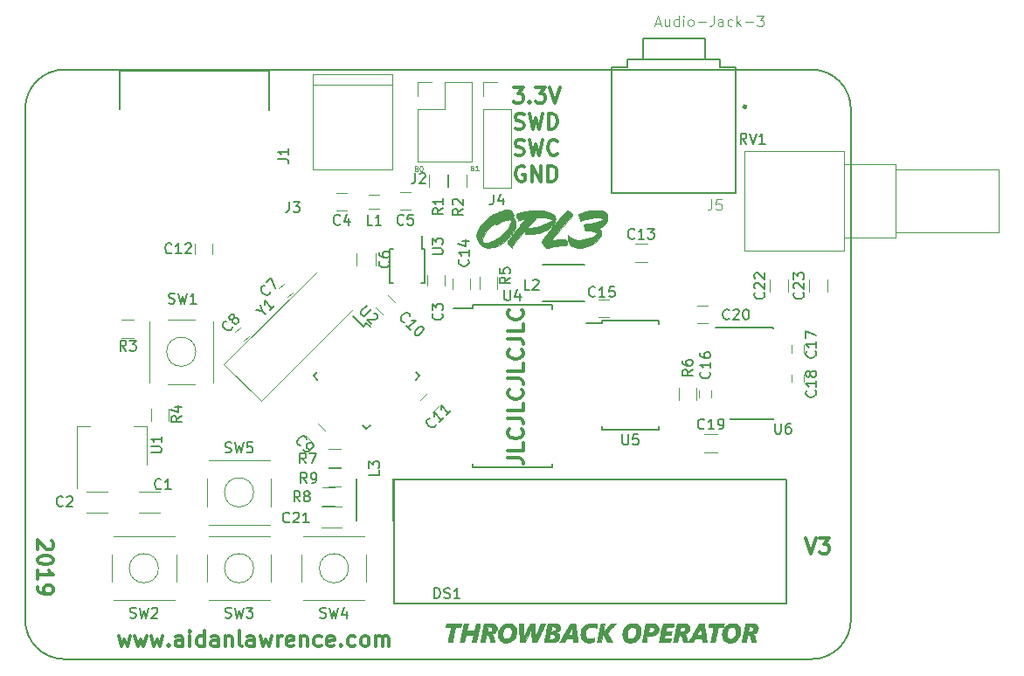
<source format=gbr>
%TF.GenerationSoftware,KiCad,Pcbnew,(5.1.4-0-10_14)*%
%TF.CreationDate,2019-10-07T11:49:19-07:00*%
%TF.ProjectId,OPL3_VGM_Player,4f504c33-5f56-4474-9d5f-506c61796572,rev?*%
%TF.SameCoordinates,Original*%
%TF.FileFunction,Legend,Top*%
%TF.FilePolarity,Positive*%
%FSLAX46Y46*%
G04 Gerber Fmt 4.6, Leading zero omitted, Abs format (unit mm)*
G04 Created by KiCad (PCBNEW (5.1.4-0-10_14)) date 2019-10-07 11:49:19*
%MOMM*%
%LPD*%
G04 APERTURE LIST*
%ADD10C,0.300000*%
%ADD11C,0.125000*%
%ADD12C,0.150000*%
%ADD13C,0.120000*%
%ADD14C,0.127000*%
%ADD15C,0.304800*%
%ADD16C,0.010000*%
%ADD17C,0.050000*%
G04 APERTURE END LIST*
D10*
X196638171Y-121457171D02*
X197709600Y-121457171D01*
X197923885Y-121528600D01*
X198066742Y-121671457D01*
X198138171Y-121885742D01*
X198138171Y-122028600D01*
X198138171Y-120028600D02*
X198138171Y-120742885D01*
X196638171Y-120742885D01*
X197995314Y-118671457D02*
X198066742Y-118742885D01*
X198138171Y-118957171D01*
X198138171Y-119100028D01*
X198066742Y-119314314D01*
X197923885Y-119457171D01*
X197781028Y-119528600D01*
X197495314Y-119600028D01*
X197281028Y-119600028D01*
X196995314Y-119528600D01*
X196852457Y-119457171D01*
X196709600Y-119314314D01*
X196638171Y-119100028D01*
X196638171Y-118957171D01*
X196709600Y-118742885D01*
X196781028Y-118671457D01*
X196638171Y-117600028D02*
X197709600Y-117600028D01*
X197923885Y-117671457D01*
X198066742Y-117814314D01*
X198138171Y-118028600D01*
X198138171Y-118171457D01*
X198138171Y-116171457D02*
X198138171Y-116885742D01*
X196638171Y-116885742D01*
X197995314Y-114814314D02*
X198066742Y-114885742D01*
X198138171Y-115100028D01*
X198138171Y-115242885D01*
X198066742Y-115457171D01*
X197923885Y-115600028D01*
X197781028Y-115671457D01*
X197495314Y-115742885D01*
X197281028Y-115742885D01*
X196995314Y-115671457D01*
X196852457Y-115600028D01*
X196709600Y-115457171D01*
X196638171Y-115242885D01*
X196638171Y-115100028D01*
X196709600Y-114885742D01*
X196781028Y-114814314D01*
X196638171Y-113742885D02*
X197709600Y-113742885D01*
X197923885Y-113814314D01*
X198066742Y-113957171D01*
X198138171Y-114171457D01*
X198138171Y-114314314D01*
X198138171Y-112314314D02*
X198138171Y-113028600D01*
X196638171Y-113028600D01*
X197995314Y-110957171D02*
X198066742Y-111028600D01*
X198138171Y-111242885D01*
X198138171Y-111385742D01*
X198066742Y-111600028D01*
X197923885Y-111742885D01*
X197781028Y-111814314D01*
X197495314Y-111885742D01*
X197281028Y-111885742D01*
X196995314Y-111814314D01*
X196852457Y-111742885D01*
X196709600Y-111600028D01*
X196638171Y-111385742D01*
X196638171Y-111242885D01*
X196709600Y-111028600D01*
X196781028Y-110957171D01*
X196638171Y-109885742D02*
X197709600Y-109885742D01*
X197923885Y-109957171D01*
X198066742Y-110100028D01*
X198138171Y-110314314D01*
X198138171Y-110457171D01*
X198138171Y-108457171D02*
X198138171Y-109171457D01*
X196638171Y-109171457D01*
X197995314Y-107100028D02*
X198066742Y-107171457D01*
X198138171Y-107385742D01*
X198138171Y-107528600D01*
X198066742Y-107742885D01*
X197923885Y-107885742D01*
X197781028Y-107957171D01*
X197495314Y-108028600D01*
X197281028Y-108028600D01*
X196995314Y-107957171D01*
X196852457Y-107885742D01*
X196709600Y-107742885D01*
X196638171Y-107528600D01*
X196638171Y-107385742D01*
X196709600Y-107171457D01*
X196781028Y-107100028D01*
X225480714Y-129226571D02*
X225980714Y-130726571D01*
X226480714Y-129226571D01*
X226837857Y-129226571D02*
X227766428Y-129226571D01*
X227266428Y-129798000D01*
X227480714Y-129798000D01*
X227623571Y-129869428D01*
X227695000Y-129940857D01*
X227766428Y-130083714D01*
X227766428Y-130440857D01*
X227695000Y-130583714D01*
X227623571Y-130655142D01*
X227480714Y-130726571D01*
X227052142Y-130726571D01*
X226909285Y-130655142D01*
X226837857Y-130583714D01*
X152443571Y-129508571D02*
X152515000Y-129580000D01*
X152586428Y-129722857D01*
X152586428Y-130080000D01*
X152515000Y-130222857D01*
X152443571Y-130294285D01*
X152300714Y-130365714D01*
X152157857Y-130365714D01*
X151943571Y-130294285D01*
X151086428Y-129437142D01*
X151086428Y-130365714D01*
X152586428Y-131294285D02*
X152586428Y-131437142D01*
X152515000Y-131580000D01*
X152443571Y-131651428D01*
X152300714Y-131722857D01*
X152015000Y-131794285D01*
X151657857Y-131794285D01*
X151372142Y-131722857D01*
X151229285Y-131651428D01*
X151157857Y-131580000D01*
X151086428Y-131437142D01*
X151086428Y-131294285D01*
X151157857Y-131151428D01*
X151229285Y-131080000D01*
X151372142Y-131008571D01*
X151657857Y-130937142D01*
X152015000Y-130937142D01*
X152300714Y-131008571D01*
X152443571Y-131080000D01*
X152515000Y-131151428D01*
X152586428Y-131294285D01*
X151086428Y-133222857D02*
X151086428Y-132365714D01*
X151086428Y-132794285D02*
X152586428Y-132794285D01*
X152372142Y-132651428D01*
X152229285Y-132508571D01*
X152157857Y-132365714D01*
X151086428Y-133937142D02*
X151086428Y-134222857D01*
X151157857Y-134365714D01*
X151229285Y-134437142D01*
X151443571Y-134580000D01*
X151729285Y-134651428D01*
X152300714Y-134651428D01*
X152443571Y-134580000D01*
X152515000Y-134508571D01*
X152586428Y-134365714D01*
X152586428Y-134080000D01*
X152515000Y-133937142D01*
X152443571Y-133865714D01*
X152300714Y-133794285D01*
X151943571Y-133794285D01*
X151800714Y-133865714D01*
X151729285Y-133937142D01*
X151657857Y-134080000D01*
X151657857Y-134365714D01*
X151729285Y-134508571D01*
X151800714Y-134580000D01*
X151943571Y-134651428D01*
X158906428Y-138743571D02*
X159192142Y-139743571D01*
X159477857Y-139029285D01*
X159763571Y-139743571D01*
X160049285Y-138743571D01*
X160477857Y-138743571D02*
X160763571Y-139743571D01*
X161049285Y-139029285D01*
X161335000Y-139743571D01*
X161620714Y-138743571D01*
X162049285Y-138743571D02*
X162335000Y-139743571D01*
X162620714Y-139029285D01*
X162906428Y-139743571D01*
X163192142Y-138743571D01*
X163763571Y-139600714D02*
X163835000Y-139672142D01*
X163763571Y-139743571D01*
X163692142Y-139672142D01*
X163763571Y-139600714D01*
X163763571Y-139743571D01*
X165120714Y-139743571D02*
X165120714Y-138957857D01*
X165049285Y-138815000D01*
X164906428Y-138743571D01*
X164620714Y-138743571D01*
X164477857Y-138815000D01*
X165120714Y-139672142D02*
X164977857Y-139743571D01*
X164620714Y-139743571D01*
X164477857Y-139672142D01*
X164406428Y-139529285D01*
X164406428Y-139386428D01*
X164477857Y-139243571D01*
X164620714Y-139172142D01*
X164977857Y-139172142D01*
X165120714Y-139100714D01*
X165835000Y-139743571D02*
X165835000Y-138743571D01*
X165835000Y-138243571D02*
X165763571Y-138315000D01*
X165835000Y-138386428D01*
X165906428Y-138315000D01*
X165835000Y-138243571D01*
X165835000Y-138386428D01*
X167192142Y-139743571D02*
X167192142Y-138243571D01*
X167192142Y-139672142D02*
X167049285Y-139743571D01*
X166763571Y-139743571D01*
X166620714Y-139672142D01*
X166549285Y-139600714D01*
X166477857Y-139457857D01*
X166477857Y-139029285D01*
X166549285Y-138886428D01*
X166620714Y-138815000D01*
X166763571Y-138743571D01*
X167049285Y-138743571D01*
X167192142Y-138815000D01*
X168549285Y-139743571D02*
X168549285Y-138957857D01*
X168477857Y-138815000D01*
X168335000Y-138743571D01*
X168049285Y-138743571D01*
X167906428Y-138815000D01*
X168549285Y-139672142D02*
X168406428Y-139743571D01*
X168049285Y-139743571D01*
X167906428Y-139672142D01*
X167835000Y-139529285D01*
X167835000Y-139386428D01*
X167906428Y-139243571D01*
X168049285Y-139172142D01*
X168406428Y-139172142D01*
X168549285Y-139100714D01*
X169263571Y-138743571D02*
X169263571Y-139743571D01*
X169263571Y-138886428D02*
X169335000Y-138815000D01*
X169477857Y-138743571D01*
X169692142Y-138743571D01*
X169835000Y-138815000D01*
X169906428Y-138957857D01*
X169906428Y-139743571D01*
X170835000Y-139743571D02*
X170692142Y-139672142D01*
X170620714Y-139529285D01*
X170620714Y-138243571D01*
X172049285Y-139743571D02*
X172049285Y-138957857D01*
X171977857Y-138815000D01*
X171835000Y-138743571D01*
X171549285Y-138743571D01*
X171406428Y-138815000D01*
X172049285Y-139672142D02*
X171906428Y-139743571D01*
X171549285Y-139743571D01*
X171406428Y-139672142D01*
X171335000Y-139529285D01*
X171335000Y-139386428D01*
X171406428Y-139243571D01*
X171549285Y-139172142D01*
X171906428Y-139172142D01*
X172049285Y-139100714D01*
X172620714Y-138743571D02*
X172906428Y-139743571D01*
X173192142Y-139029285D01*
X173477857Y-139743571D01*
X173763571Y-138743571D01*
X174335000Y-139743571D02*
X174335000Y-138743571D01*
X174335000Y-139029285D02*
X174406428Y-138886428D01*
X174477857Y-138815000D01*
X174620714Y-138743571D01*
X174763571Y-138743571D01*
X175835000Y-139672142D02*
X175692142Y-139743571D01*
X175406428Y-139743571D01*
X175263571Y-139672142D01*
X175192142Y-139529285D01*
X175192142Y-138957857D01*
X175263571Y-138815000D01*
X175406428Y-138743571D01*
X175692142Y-138743571D01*
X175835000Y-138815000D01*
X175906428Y-138957857D01*
X175906428Y-139100714D01*
X175192142Y-139243571D01*
X176549285Y-138743571D02*
X176549285Y-139743571D01*
X176549285Y-138886428D02*
X176620714Y-138815000D01*
X176763571Y-138743571D01*
X176977857Y-138743571D01*
X177120714Y-138815000D01*
X177192142Y-138957857D01*
X177192142Y-139743571D01*
X178549285Y-139672142D02*
X178406428Y-139743571D01*
X178120714Y-139743571D01*
X177977857Y-139672142D01*
X177906428Y-139600714D01*
X177835000Y-139457857D01*
X177835000Y-139029285D01*
X177906428Y-138886428D01*
X177977857Y-138815000D01*
X178120714Y-138743571D01*
X178406428Y-138743571D01*
X178549285Y-138815000D01*
X179763571Y-139672142D02*
X179620714Y-139743571D01*
X179335000Y-139743571D01*
X179192142Y-139672142D01*
X179120714Y-139529285D01*
X179120714Y-138957857D01*
X179192142Y-138815000D01*
X179335000Y-138743571D01*
X179620714Y-138743571D01*
X179763571Y-138815000D01*
X179835000Y-138957857D01*
X179835000Y-139100714D01*
X179120714Y-139243571D01*
X180477857Y-139600714D02*
X180549285Y-139672142D01*
X180477857Y-139743571D01*
X180406428Y-139672142D01*
X180477857Y-139600714D01*
X180477857Y-139743571D01*
X181835000Y-139672142D02*
X181692142Y-139743571D01*
X181406428Y-139743571D01*
X181263571Y-139672142D01*
X181192142Y-139600714D01*
X181120714Y-139457857D01*
X181120714Y-139029285D01*
X181192142Y-138886428D01*
X181263571Y-138815000D01*
X181406428Y-138743571D01*
X181692142Y-138743571D01*
X181835000Y-138815000D01*
X182692142Y-139743571D02*
X182549285Y-139672142D01*
X182477857Y-139600714D01*
X182406428Y-139457857D01*
X182406428Y-139029285D01*
X182477857Y-138886428D01*
X182549285Y-138815000D01*
X182692142Y-138743571D01*
X182906428Y-138743571D01*
X183049285Y-138815000D01*
X183120714Y-138886428D01*
X183192142Y-139029285D01*
X183192142Y-139457857D01*
X183120714Y-139600714D01*
X183049285Y-139672142D01*
X182906428Y-139743571D01*
X182692142Y-139743571D01*
X183835000Y-139743571D02*
X183835000Y-138743571D01*
X183835000Y-138886428D02*
X183906428Y-138815000D01*
X184049285Y-138743571D01*
X184263571Y-138743571D01*
X184406428Y-138815000D01*
X184477857Y-138957857D01*
X184477857Y-139743571D01*
X184477857Y-138957857D02*
X184549285Y-138815000D01*
X184692142Y-138743571D01*
X184906428Y-138743571D01*
X185049285Y-138815000D01*
X185120714Y-138957857D01*
X185120714Y-139743571D01*
X198247142Y-93230000D02*
X198104285Y-93158571D01*
X197890000Y-93158571D01*
X197675714Y-93230000D01*
X197532857Y-93372857D01*
X197461428Y-93515714D01*
X197390000Y-93801428D01*
X197390000Y-94015714D01*
X197461428Y-94301428D01*
X197532857Y-94444285D01*
X197675714Y-94587142D01*
X197890000Y-94658571D01*
X198032857Y-94658571D01*
X198247142Y-94587142D01*
X198318571Y-94515714D01*
X198318571Y-94015714D01*
X198032857Y-94015714D01*
X198961428Y-94658571D02*
X198961428Y-93158571D01*
X199818571Y-94658571D01*
X199818571Y-93158571D01*
X200532857Y-94658571D02*
X200532857Y-93158571D01*
X200890000Y-93158571D01*
X201104285Y-93230000D01*
X201247142Y-93372857D01*
X201318571Y-93515714D01*
X201390000Y-93801428D01*
X201390000Y-94015714D01*
X201318571Y-94301428D01*
X201247142Y-94444285D01*
X201104285Y-94587142D01*
X200890000Y-94658571D01*
X200532857Y-94658571D01*
X197354285Y-92047142D02*
X197568571Y-92118571D01*
X197925714Y-92118571D01*
X198068571Y-92047142D01*
X198140000Y-91975714D01*
X198211428Y-91832857D01*
X198211428Y-91690000D01*
X198140000Y-91547142D01*
X198068571Y-91475714D01*
X197925714Y-91404285D01*
X197640000Y-91332857D01*
X197497142Y-91261428D01*
X197425714Y-91190000D01*
X197354285Y-91047142D01*
X197354285Y-90904285D01*
X197425714Y-90761428D01*
X197497142Y-90690000D01*
X197640000Y-90618571D01*
X197997142Y-90618571D01*
X198211428Y-90690000D01*
X198711428Y-90618571D02*
X199068571Y-92118571D01*
X199354285Y-91047142D01*
X199640000Y-92118571D01*
X199997142Y-90618571D01*
X201425714Y-91975714D02*
X201354285Y-92047142D01*
X201140000Y-92118571D01*
X200997142Y-92118571D01*
X200782857Y-92047142D01*
X200640000Y-91904285D01*
X200568571Y-91761428D01*
X200497142Y-91475714D01*
X200497142Y-91261428D01*
X200568571Y-90975714D01*
X200640000Y-90832857D01*
X200782857Y-90690000D01*
X200997142Y-90618571D01*
X201140000Y-90618571D01*
X201354285Y-90690000D01*
X201425714Y-90761428D01*
X197354285Y-89507142D02*
X197568571Y-89578571D01*
X197925714Y-89578571D01*
X198068571Y-89507142D01*
X198140000Y-89435714D01*
X198211428Y-89292857D01*
X198211428Y-89150000D01*
X198140000Y-89007142D01*
X198068571Y-88935714D01*
X197925714Y-88864285D01*
X197640000Y-88792857D01*
X197497142Y-88721428D01*
X197425714Y-88650000D01*
X197354285Y-88507142D01*
X197354285Y-88364285D01*
X197425714Y-88221428D01*
X197497142Y-88150000D01*
X197640000Y-88078571D01*
X197997142Y-88078571D01*
X198211428Y-88150000D01*
X198711428Y-88078571D02*
X199068571Y-89578571D01*
X199354285Y-88507142D01*
X199640000Y-89578571D01*
X199997142Y-88078571D01*
X200568571Y-89578571D02*
X200568571Y-88078571D01*
X200925714Y-88078571D01*
X201140000Y-88150000D01*
X201282857Y-88292857D01*
X201354285Y-88435714D01*
X201425714Y-88721428D01*
X201425714Y-88935714D01*
X201354285Y-89221428D01*
X201282857Y-89364285D01*
X201140000Y-89507142D01*
X200925714Y-89578571D01*
X200568571Y-89578571D01*
X197175714Y-85538571D02*
X198104285Y-85538571D01*
X197604285Y-86110000D01*
X197818571Y-86110000D01*
X197961428Y-86181428D01*
X198032857Y-86252857D01*
X198104285Y-86395714D01*
X198104285Y-86752857D01*
X198032857Y-86895714D01*
X197961428Y-86967142D01*
X197818571Y-87038571D01*
X197390000Y-87038571D01*
X197247142Y-86967142D01*
X197175714Y-86895714D01*
X198747142Y-86895714D02*
X198818571Y-86967142D01*
X198747142Y-87038571D01*
X198675714Y-86967142D01*
X198747142Y-86895714D01*
X198747142Y-87038571D01*
X199318571Y-85538571D02*
X200247142Y-85538571D01*
X199747142Y-86110000D01*
X199961428Y-86110000D01*
X200104285Y-86181428D01*
X200175714Y-86252857D01*
X200247142Y-86395714D01*
X200247142Y-86752857D01*
X200175714Y-86895714D01*
X200104285Y-86967142D01*
X199961428Y-87038571D01*
X199532857Y-87038571D01*
X199390000Y-86967142D01*
X199318571Y-86895714D01*
X200675714Y-85538571D02*
X201175714Y-87038571D01*
X201675714Y-85538571D01*
D11*
X187783019Y-93410885D02*
X187854447Y-93434695D01*
X187878257Y-93458504D01*
X187902066Y-93506123D01*
X187902066Y-93577552D01*
X187878257Y-93625171D01*
X187854447Y-93648980D01*
X187806828Y-93672790D01*
X187616352Y-93672790D01*
X187616352Y-93172790D01*
X187783019Y-93172790D01*
X187830638Y-93196600D01*
X187854447Y-93220409D01*
X187878257Y-93268028D01*
X187878257Y-93315647D01*
X187854447Y-93363266D01*
X187830638Y-93387076D01*
X187783019Y-93410885D01*
X187616352Y-93410885D01*
X188211590Y-93172790D02*
X188259209Y-93172790D01*
X188306828Y-93196600D01*
X188330638Y-93220409D01*
X188354447Y-93268028D01*
X188378257Y-93363266D01*
X188378257Y-93482314D01*
X188354447Y-93577552D01*
X188330638Y-93625171D01*
X188306828Y-93648980D01*
X188259209Y-93672790D01*
X188211590Y-93672790D01*
X188163971Y-93648980D01*
X188140161Y-93625171D01*
X188116352Y-93577552D01*
X188092542Y-93482314D01*
X188092542Y-93363266D01*
X188116352Y-93268028D01*
X188140161Y-93220409D01*
X188163971Y-93196600D01*
X188211590Y-93172790D01*
X193193219Y-93360085D02*
X193264647Y-93383895D01*
X193288457Y-93407704D01*
X193312266Y-93455323D01*
X193312266Y-93526752D01*
X193288457Y-93574371D01*
X193264647Y-93598180D01*
X193217028Y-93621990D01*
X193026552Y-93621990D01*
X193026552Y-93121990D01*
X193193219Y-93121990D01*
X193240838Y-93145800D01*
X193264647Y-93169609D01*
X193288457Y-93217228D01*
X193288457Y-93264847D01*
X193264647Y-93312466D01*
X193240838Y-93336276D01*
X193193219Y-93360085D01*
X193026552Y-93360085D01*
X193788457Y-93621990D02*
X193502742Y-93621990D01*
X193645600Y-93621990D02*
X193645600Y-93121990D01*
X193597980Y-93193419D01*
X193550361Y-93241038D01*
X193502742Y-93264847D01*
D12*
X153670000Y-140970000D02*
X226060000Y-140970000D01*
X149860000Y-87630000D02*
X149860000Y-137160000D01*
X226060000Y-83820000D02*
X153670000Y-83820000D01*
X229870000Y-137160000D02*
X229870000Y-87630000D01*
X229870000Y-137160000D02*
G75*
G02X226060000Y-140970000I-3810000J0D01*
G01*
X153670000Y-140970000D02*
G75*
G02X149860000Y-137160000I0J3810000D01*
G01*
X149860000Y-87630000D02*
G75*
G02X153670000Y-83820000I3810000J0D01*
G01*
X226060000Y-83820000D02*
G75*
G02X229870000Y-87630000I0J-3810000D01*
G01*
D13*
X227605000Y-105377064D02*
X227605000Y-104172936D01*
X225785000Y-105377064D02*
X225785000Y-104172936D01*
X223795000Y-105377064D02*
X223795000Y-104172936D01*
X221975000Y-105377064D02*
X221975000Y-104172936D01*
X215704336Y-120963100D02*
X216908464Y-120963100D01*
X215704336Y-119143100D02*
X216908464Y-119143100D01*
X208947936Y-102510000D02*
X210152064Y-102510000D01*
X208947936Y-100690000D02*
X210152064Y-100690000D01*
X181970000Y-101632936D02*
X181970000Y-102837064D01*
X183790000Y-101632936D02*
X183790000Y-102837064D01*
D14*
X215725000Y-80800000D02*
X209725000Y-80800000D01*
X217225000Y-82800000D02*
X215725000Y-82800000D01*
X215725000Y-82800000D02*
X209725000Y-82800000D01*
X209725000Y-82800000D02*
X208225000Y-82800000D01*
X218725000Y-95800000D02*
X206725000Y-95800000D01*
X217225000Y-83600000D02*
X218725000Y-83600000D01*
X218725000Y-83600000D02*
X218725000Y-95800000D01*
X206725000Y-95800000D02*
X206725000Y-83600000D01*
X206725000Y-83600000D02*
X208225000Y-83600000D01*
X215725000Y-80800000D02*
X215725000Y-82800000D01*
X209725000Y-80800000D02*
X209725000Y-82800000D01*
X217225000Y-82800000D02*
X217225000Y-83600000D01*
X208225000Y-83600000D02*
X208225000Y-82800000D01*
D15*
X219683000Y-87410000D02*
G75*
G03X219683000Y-87410000I-100000J0D01*
G01*
D13*
X244215000Y-93500000D02*
X244215000Y-99620000D01*
X234215000Y-93500000D02*
X234215000Y-99620000D01*
X234215000Y-99620000D02*
X244215000Y-99620000D01*
X234215000Y-93500000D02*
X244215000Y-93500000D01*
X234215000Y-93000000D02*
X234215000Y-100120000D01*
X229215000Y-93000000D02*
X229215000Y-100120000D01*
X229215000Y-100120000D02*
X234215000Y-100120000D01*
X229215000Y-93000000D02*
X234215000Y-93000000D01*
X229215000Y-91750000D02*
X229215000Y-101370000D01*
X219545000Y-91750000D02*
X219545000Y-101370000D01*
X219545000Y-101370000D02*
X229215000Y-101370000D01*
X219545000Y-91750000D02*
X229215000Y-91750000D01*
X164485000Y-130818300D02*
X164485000Y-133498300D01*
X158245000Y-133498300D02*
X158245000Y-130818300D01*
X158395000Y-129038300D02*
X164335000Y-129038300D01*
X158395000Y-135278300D02*
X164335000Y-135278300D01*
X162779214Y-132158300D02*
G75*
G03X162779214Y-132158300I-1414214J0D01*
G01*
X171999414Y-132158300D02*
G75*
G03X171999414Y-132158300I-1414214J0D01*
G01*
X167615200Y-135278300D02*
X173555200Y-135278300D01*
X167615200Y-129038300D02*
X173555200Y-129038300D01*
X167465200Y-133498300D02*
X167465200Y-130818300D01*
X173705200Y-130818300D02*
X173705200Y-133498300D01*
X182900000Y-130818300D02*
X182900000Y-133498300D01*
X176660000Y-133498300D02*
X176660000Y-130818300D01*
X176810000Y-129038300D02*
X182750000Y-129038300D01*
X176810000Y-135278300D02*
X182750000Y-135278300D01*
X181194214Y-132158300D02*
G75*
G03X181194214Y-132158300I-1414214J0D01*
G01*
X171999414Y-124805000D02*
G75*
G03X171999414Y-124805000I-1414214J0D01*
G01*
X167615200Y-127925000D02*
X173555200Y-127925000D01*
X167615200Y-121685000D02*
X173555200Y-121685000D01*
X167465200Y-126145000D02*
X167465200Y-123465000D01*
X173705200Y-123465000D02*
X173705200Y-126145000D01*
D12*
X159030000Y-83967400D02*
X159030000Y-87625000D01*
X173508000Y-83925000D02*
X159030000Y-83925000D01*
X173530000Y-87725000D02*
X173530000Y-83965800D01*
X185648600Y-135540000D02*
X223648600Y-135540000D01*
X223648600Y-135540000D02*
X223648600Y-123540000D01*
X185648600Y-123540000D02*
X223648600Y-123540000D01*
X185648600Y-129540000D02*
X185648600Y-135540000D01*
X185648600Y-129540000D02*
X185648600Y-123540000D01*
D13*
X160925000Y-126813500D02*
X162925000Y-126813500D01*
X162925000Y-124773500D02*
X160925000Y-124773500D01*
X155845000Y-126750000D02*
X157845000Y-126750000D01*
X157845000Y-124710000D02*
X155845000Y-124710000D01*
X190524500Y-104767000D02*
X190524500Y-103767000D01*
X188824500Y-103767000D02*
X188824500Y-104767000D01*
X181043200Y-95771600D02*
X180043200Y-95771600D01*
X180043200Y-97471600D02*
X181043200Y-97471600D01*
X187190000Y-95670000D02*
X186190000Y-95670000D01*
X186190000Y-97370000D02*
X187190000Y-97370000D01*
X174435849Y-105055423D02*
X174930823Y-104560449D01*
X175779351Y-105408977D02*
X175284377Y-105903951D01*
X170168649Y-109284523D02*
X170663623Y-108789549D01*
X171512151Y-109638077D02*
X171017177Y-110133051D01*
X177048606Y-119322687D02*
X177755713Y-120029794D01*
X178957794Y-118827713D02*
X178250687Y-118120606D01*
X185718287Y-106385806D02*
X185011180Y-105678699D01*
X183809099Y-106880780D02*
X184516206Y-107587887D01*
X188813320Y-115140199D02*
X188106213Y-115847306D01*
X189308294Y-117049387D02*
X190015401Y-116342280D01*
X166282000Y-100719000D02*
X166282000Y-101719000D01*
X167982000Y-101719000D02*
X167982000Y-100719000D01*
X191301000Y-104059100D02*
X191301000Y-105059100D01*
X193001000Y-105059100D02*
X193001000Y-104059100D01*
X205405100Y-107822100D02*
X206405100Y-107822100D01*
X206405100Y-106122100D02*
X205405100Y-106122100D01*
X215134900Y-115640600D02*
X215134900Y-114940600D01*
X216334900Y-114940600D02*
X216334900Y-115640600D01*
X225339200Y-110559100D02*
X225339200Y-111259100D01*
X224139200Y-111259100D02*
X224139200Y-110559100D01*
X224126500Y-114116600D02*
X224126500Y-113416600D01*
X225326500Y-113416600D02*
X225326500Y-114116600D01*
X214993600Y-108380900D02*
X215993600Y-108380900D01*
X215993600Y-106680900D02*
X214993600Y-106680900D01*
X180539900Y-126170500D02*
X178539900Y-126170500D01*
X178539900Y-128210500D02*
X180539900Y-128210500D01*
X185460000Y-93485000D02*
X185460000Y-84285000D01*
X177760000Y-93485000D02*
X185460000Y-93485000D01*
X177760000Y-84285000D02*
X177760000Y-93485000D01*
X185460000Y-84285000D02*
X177760000Y-84285000D01*
X185460000Y-85285000D02*
X177760000Y-85285000D01*
X187900000Y-85030000D02*
X189230000Y-85030000D01*
X187900000Y-86360000D02*
X187900000Y-85030000D01*
X190500000Y-85030000D02*
X193100000Y-85030000D01*
X190500000Y-87630000D02*
X190500000Y-85030000D01*
X187900000Y-87630000D02*
X190500000Y-87630000D01*
X193100000Y-85030000D02*
X193100000Y-92770000D01*
X187900000Y-87630000D02*
X187900000Y-92770000D01*
X187900000Y-92770000D02*
X193100000Y-92770000D01*
X194250000Y-85030000D02*
X195580000Y-85030000D01*
X194250000Y-86360000D02*
X194250000Y-85030000D01*
X194250000Y-87630000D02*
X196910000Y-87630000D01*
X196910000Y-87630000D02*
X196910000Y-95310000D01*
X194250000Y-87630000D02*
X194250000Y-95310000D01*
X194250000Y-95310000D02*
X196910000Y-95310000D01*
X184167400Y-97301600D02*
X183167400Y-97301600D01*
X183167400Y-95941600D02*
X184167400Y-95941600D01*
D12*
X204030200Y-102695600D02*
X200030200Y-102695600D01*
X200030200Y-106295600D02*
X204030200Y-106295600D01*
X181956300Y-123512700D02*
X181956300Y-127512700D01*
X185556300Y-127512700D02*
X185556300Y-123512700D01*
D13*
X188985000Y-95215000D02*
X188985000Y-94015000D01*
X190745000Y-94015000D02*
X190745000Y-95215000D01*
X192650000Y-94015000D02*
X192650000Y-95215000D01*
X190890000Y-95215000D02*
X190890000Y-94015000D01*
X160416800Y-109858700D02*
X159216800Y-109858700D01*
X159216800Y-108098700D02*
X160416800Y-108098700D01*
X163795600Y-116659100D02*
X163795600Y-117859100D01*
X162035600Y-117859100D02*
X162035600Y-116659100D01*
X193861800Y-105108300D02*
X193861800Y-103908300D01*
X195621800Y-103908300D02*
X195621800Y-105108300D01*
X214938500Y-114627100D02*
X214938500Y-115827100D01*
X213178500Y-115827100D02*
X213178500Y-114627100D01*
X180457400Y-122368200D02*
X179257400Y-122368200D01*
X179257400Y-120608200D02*
X180457400Y-120608200D01*
X178622400Y-124303900D02*
X179822400Y-124303900D01*
X179822400Y-126063900D02*
X178622400Y-126063900D01*
X180457400Y-124197000D02*
X179257400Y-124197000D01*
X179257400Y-122437000D02*
X180457400Y-122437000D01*
X166323600Y-114294600D02*
X163643600Y-114294600D01*
X163643600Y-108054600D02*
X166323600Y-108054600D01*
X168103600Y-108204600D02*
X168103600Y-114144600D01*
X161863600Y-108204600D02*
X161863600Y-114144600D01*
X166397814Y-111174600D02*
G75*
G03X166397814Y-111174600I-1414214J0D01*
G01*
X154857400Y-124381700D02*
X154857400Y-118371700D01*
X161677400Y-122131700D02*
X161677400Y-118371700D01*
X154857400Y-118371700D02*
X156117400Y-118371700D01*
X161677400Y-118371700D02*
X160417400Y-118371700D01*
D12*
X182612602Y-108704274D02*
X181640330Y-107732002D01*
X188057324Y-113512600D02*
X187686093Y-113141369D01*
X182930800Y-118639124D02*
X182559569Y-118267893D01*
X177804276Y-113512600D02*
X178175507Y-113883831D01*
X182930800Y-108386076D02*
X183302031Y-108757307D01*
X177804276Y-113512600D02*
X178175507Y-113141369D01*
X182930800Y-118639124D02*
X183302031Y-118267893D01*
X188057324Y-113512600D02*
X187686093Y-113883831D01*
X182930800Y-108386076D02*
X182612602Y-108704274D01*
X188330500Y-101182300D02*
X188330500Y-99957300D01*
X185205500Y-101182300D02*
X185205500Y-104532300D01*
X188555500Y-101182300D02*
X188555500Y-104532300D01*
X185205500Y-101182300D02*
X185505500Y-101182300D01*
X185205500Y-104532300D02*
X185505500Y-104532300D01*
X188555500Y-104532300D02*
X188255500Y-104532300D01*
X188555500Y-101182300D02*
X188330500Y-101182300D01*
X193203600Y-106928600D02*
X191378600Y-106928600D01*
X193203600Y-122403600D02*
X200953600Y-122403600D01*
X193203600Y-106653600D02*
X200953600Y-106653600D01*
X193203600Y-122403600D02*
X193203600Y-122038600D01*
X200953600Y-122403600D02*
X200953600Y-122038600D01*
X200953600Y-106653600D02*
X200953600Y-107018600D01*
X193203600Y-106653600D02*
X193203600Y-106928600D01*
X205733600Y-108436400D02*
X204208600Y-108436400D01*
X205733600Y-118711400D02*
X211283600Y-118711400D01*
X205733600Y-108161400D02*
X211283600Y-108161400D01*
X205733600Y-118711400D02*
X205733600Y-118356400D01*
X211283600Y-118711400D02*
X211283600Y-118356400D01*
X211283600Y-108161400D02*
X211283600Y-108516400D01*
X205733600Y-108161400D02*
X205733600Y-108436400D01*
X218181100Y-108833600D02*
X216806100Y-108833600D01*
X218181100Y-117708600D02*
X222331100Y-117708600D01*
X218181100Y-108808600D02*
X222331100Y-108808600D01*
X218181100Y-117708600D02*
X218181100Y-117593600D01*
X222331100Y-117708600D02*
X222331100Y-117593600D01*
X222331100Y-108808600D02*
X222331100Y-108923600D01*
X218181100Y-108808600D02*
X218181100Y-108833600D01*
D13*
X172744607Y-115976638D02*
X181654152Y-107067092D01*
X169138362Y-112370393D02*
X172744607Y-115976638D01*
X178047908Y-103460848D02*
X169138362Y-112370393D01*
D16*
G36*
X220250850Y-137518423D02*
G01*
X220338870Y-137521027D01*
X220411184Y-137525790D01*
X220471014Y-137533029D01*
X220521582Y-137543059D01*
X220566109Y-137556197D01*
X220607817Y-137572759D01*
X220618651Y-137577690D01*
X220701222Y-137623960D01*
X220763914Y-137678305D01*
X220812068Y-137745759D01*
X220826699Y-137773861D01*
X220862997Y-137875760D01*
X220874686Y-137981047D01*
X220865804Y-138073821D01*
X220834822Y-138182108D01*
X220783482Y-138276263D01*
X220711367Y-138356699D01*
X220618062Y-138423827D01*
X220503151Y-138478059D01*
X220433900Y-138501549D01*
X220392389Y-138514823D01*
X220365347Y-138525021D01*
X220357061Y-138530458D01*
X220359086Y-138530919D01*
X220386619Y-138541583D01*
X220421808Y-138568391D01*
X220459166Y-138605752D01*
X220493204Y-138648074D01*
X220518436Y-138689766D01*
X220521430Y-138696332D01*
X220532782Y-138728182D01*
X220548486Y-138779931D01*
X220567192Y-138846724D01*
X220587550Y-138923709D01*
X220608210Y-139006032D01*
X220612531Y-139023835D01*
X220631736Y-139103200D01*
X220649257Y-139175102D01*
X220664110Y-139235546D01*
X220675313Y-139280539D01*
X220681882Y-139306088D01*
X220682836Y-139309475D01*
X220683599Y-139317472D01*
X220678050Y-139323288D01*
X220662846Y-139327269D01*
X220634644Y-139329756D01*
X220590102Y-139331093D01*
X220525876Y-139331624D01*
X220466505Y-139331700D01*
X220394412Y-139331391D01*
X220332021Y-139330535D01*
X220283386Y-139329235D01*
X220252566Y-139327596D01*
X220243400Y-139325975D01*
X220240917Y-139312356D01*
X220233998Y-139277744D01*
X220223431Y-139226005D01*
X220210007Y-139161003D01*
X220194515Y-139086601D01*
X220192121Y-139075150D01*
X220166365Y-138958464D01*
X220141987Y-138864578D01*
X220117418Y-138791063D01*
X220091090Y-138735490D01*
X220061436Y-138695431D01*
X220026887Y-138668457D01*
X219985876Y-138652139D01*
X219936834Y-138644048D01*
X219912798Y-138642490D01*
X219845000Y-138639550D01*
X219771413Y-138982450D01*
X219752204Y-139072024D01*
X219734847Y-139153096D01*
X219720024Y-139222464D01*
X219708419Y-139276925D01*
X219700715Y-139313276D01*
X219697596Y-139328316D01*
X219697562Y-139328525D01*
X219685472Y-139329585D01*
X219652191Y-139330496D01*
X219601929Y-139331191D01*
X219538896Y-139331608D01*
X219489411Y-139331700D01*
X219281522Y-139331700D01*
X219324985Y-139125325D01*
X219336032Y-139073000D01*
X219351690Y-138999014D01*
X219371286Y-138906546D01*
X219394144Y-138798778D01*
X219419590Y-138678890D01*
X219446947Y-138550064D01*
X219475541Y-138415481D01*
X219495786Y-138320245D01*
X219913198Y-138320245D01*
X219925037Y-138324144D01*
X219957182Y-138326488D01*
X220004574Y-138327074D01*
X220056075Y-138325934D01*
X220127601Y-138322212D01*
X220180855Y-138316312D01*
X220222945Y-138307059D01*
X220260978Y-138293273D01*
X220265717Y-138291210D01*
X220339870Y-138246716D01*
X220392739Y-138188672D01*
X220423752Y-138118023D01*
X220432335Y-138035715D01*
X220431301Y-138017838D01*
X220418776Y-137952522D01*
X220391945Y-137902202D01*
X220348687Y-137865420D01*
X220286882Y-137840720D01*
X220204409Y-137826644D01*
X220147570Y-137822824D01*
X220019991Y-137817711D01*
X219966594Y-138063530D01*
X219950216Y-138139451D01*
X219935872Y-138206959D01*
X219924381Y-138262101D01*
X219916569Y-138300922D01*
X219913256Y-138319468D01*
X219913198Y-138320245D01*
X219495786Y-138320245D01*
X219504698Y-138278322D01*
X219517004Y-138220450D01*
X219665560Y-137521950D01*
X220014805Y-137518428D01*
X220143902Y-137517662D01*
X220250850Y-137518423D01*
X220250850Y-137518423D01*
G37*
X220250850Y-137518423D02*
X220338870Y-137521027D01*
X220411184Y-137525790D01*
X220471014Y-137533029D01*
X220521582Y-137543059D01*
X220566109Y-137556197D01*
X220607817Y-137572759D01*
X220618651Y-137577690D01*
X220701222Y-137623960D01*
X220763914Y-137678305D01*
X220812068Y-137745759D01*
X220826699Y-137773861D01*
X220862997Y-137875760D01*
X220874686Y-137981047D01*
X220865804Y-138073821D01*
X220834822Y-138182108D01*
X220783482Y-138276263D01*
X220711367Y-138356699D01*
X220618062Y-138423827D01*
X220503151Y-138478059D01*
X220433900Y-138501549D01*
X220392389Y-138514823D01*
X220365347Y-138525021D01*
X220357061Y-138530458D01*
X220359086Y-138530919D01*
X220386619Y-138541583D01*
X220421808Y-138568391D01*
X220459166Y-138605752D01*
X220493204Y-138648074D01*
X220518436Y-138689766D01*
X220521430Y-138696332D01*
X220532782Y-138728182D01*
X220548486Y-138779931D01*
X220567192Y-138846724D01*
X220587550Y-138923709D01*
X220608210Y-139006032D01*
X220612531Y-139023835D01*
X220631736Y-139103200D01*
X220649257Y-139175102D01*
X220664110Y-139235546D01*
X220675313Y-139280539D01*
X220681882Y-139306088D01*
X220682836Y-139309475D01*
X220683599Y-139317472D01*
X220678050Y-139323288D01*
X220662846Y-139327269D01*
X220634644Y-139329756D01*
X220590102Y-139331093D01*
X220525876Y-139331624D01*
X220466505Y-139331700D01*
X220394412Y-139331391D01*
X220332021Y-139330535D01*
X220283386Y-139329235D01*
X220252566Y-139327596D01*
X220243400Y-139325975D01*
X220240917Y-139312356D01*
X220233998Y-139277744D01*
X220223431Y-139226005D01*
X220210007Y-139161003D01*
X220194515Y-139086601D01*
X220192121Y-139075150D01*
X220166365Y-138958464D01*
X220141987Y-138864578D01*
X220117418Y-138791063D01*
X220091090Y-138735490D01*
X220061436Y-138695431D01*
X220026887Y-138668457D01*
X219985876Y-138652139D01*
X219936834Y-138644048D01*
X219912798Y-138642490D01*
X219845000Y-138639550D01*
X219771413Y-138982450D01*
X219752204Y-139072024D01*
X219734847Y-139153096D01*
X219720024Y-139222464D01*
X219708419Y-139276925D01*
X219700715Y-139313276D01*
X219697596Y-139328316D01*
X219697562Y-139328525D01*
X219685472Y-139329585D01*
X219652191Y-139330496D01*
X219601929Y-139331191D01*
X219538896Y-139331608D01*
X219489411Y-139331700D01*
X219281522Y-139331700D01*
X219324985Y-139125325D01*
X219336032Y-139073000D01*
X219351690Y-138999014D01*
X219371286Y-138906546D01*
X219394144Y-138798778D01*
X219419590Y-138678890D01*
X219446947Y-138550064D01*
X219475541Y-138415481D01*
X219495786Y-138320245D01*
X219913198Y-138320245D01*
X219925037Y-138324144D01*
X219957182Y-138326488D01*
X220004574Y-138327074D01*
X220056075Y-138325934D01*
X220127601Y-138322212D01*
X220180855Y-138316312D01*
X220222945Y-138307059D01*
X220260978Y-138293273D01*
X220265717Y-138291210D01*
X220339870Y-138246716D01*
X220392739Y-138188672D01*
X220423752Y-138118023D01*
X220432335Y-138035715D01*
X220431301Y-138017838D01*
X220418776Y-137952522D01*
X220391945Y-137902202D01*
X220348687Y-137865420D01*
X220286882Y-137840720D01*
X220204409Y-137826644D01*
X220147570Y-137822824D01*
X220019991Y-137817711D01*
X219966594Y-138063530D01*
X219950216Y-138139451D01*
X219935872Y-138206959D01*
X219924381Y-138262101D01*
X219916569Y-138300922D01*
X219913256Y-138319468D01*
X219913198Y-138320245D01*
X219495786Y-138320245D01*
X219504698Y-138278322D01*
X219517004Y-138220450D01*
X219665560Y-137521950D01*
X220014805Y-137518428D01*
X220143902Y-137517662D01*
X220250850Y-137518423D01*
G36*
X217012528Y-137515686D02*
G01*
X217145965Y-137515974D01*
X217257543Y-137516506D01*
X217349034Y-137517323D01*
X217422209Y-137518467D01*
X217478837Y-137519981D01*
X217520691Y-137521907D01*
X217549540Y-137524287D01*
X217567155Y-137527162D01*
X217575308Y-137530575D01*
X217576400Y-137532726D01*
X217573773Y-137551404D01*
X217566640Y-137589177D01*
X217556122Y-137640367D01*
X217544650Y-137693400D01*
X217532149Y-137750275D01*
X217521966Y-137797293D01*
X217515189Y-137829375D01*
X217512900Y-137841373D01*
X217500833Y-137842718D01*
X217467165Y-137843898D01*
X217415696Y-137844847D01*
X217350223Y-137845500D01*
X217274546Y-137845791D01*
X217258501Y-137845800D01*
X217166092Y-137846211D01*
X217096601Y-137847548D01*
X217047557Y-137849959D01*
X217016491Y-137853597D01*
X217000932Y-137858610D01*
X216998198Y-137861675D01*
X216994865Y-137875819D01*
X216986842Y-137912182D01*
X216974690Y-137968132D01*
X216958971Y-138041036D01*
X216940244Y-138128261D01*
X216919070Y-138227175D01*
X216896010Y-138335145D01*
X216871625Y-138449538D01*
X216846474Y-138567723D01*
X216821119Y-138687067D01*
X216796119Y-138804936D01*
X216772037Y-138918699D01*
X216749431Y-139025723D01*
X216728863Y-139123375D01*
X216710893Y-139209023D01*
X216696083Y-139280034D01*
X216692611Y-139296775D01*
X216685381Y-139331700D01*
X216475985Y-139331700D01*
X216398612Y-139331516D01*
X216343194Y-139330713D01*
X216306287Y-139328914D01*
X216284446Y-139325742D01*
X216274227Y-139320819D01*
X216272186Y-139313767D01*
X216273112Y-139309475D01*
X216278119Y-139288887D01*
X216287530Y-139246765D01*
X216300776Y-139185835D01*
X216317289Y-139108826D01*
X216336501Y-139018466D01*
X216357842Y-138917483D01*
X216380744Y-138808605D01*
X216404639Y-138694559D01*
X216428958Y-138578075D01*
X216453132Y-138461880D01*
X216476594Y-138348701D01*
X216498773Y-138241268D01*
X216519103Y-138142308D01*
X216537014Y-138054548D01*
X216551937Y-137980718D01*
X216563305Y-137923545D01*
X216570549Y-137885757D01*
X216573099Y-137870082D01*
X216573100Y-137870072D01*
X216571873Y-137861841D01*
X216566022Y-137855715D01*
X216552292Y-137851382D01*
X216527426Y-137848535D01*
X216488169Y-137846864D01*
X216431265Y-137846059D01*
X216353458Y-137845812D01*
X216317618Y-137845800D01*
X216062137Y-137845800D01*
X216069776Y-137817225D01*
X216075457Y-137793331D01*
X216084839Y-137751090D01*
X216096491Y-137697030D01*
X216105970Y-137652125D01*
X216134526Y-137515600D01*
X216855463Y-137515600D01*
X217012528Y-137515686D01*
X217012528Y-137515686D01*
G37*
X217012528Y-137515686D02*
X217145965Y-137515974D01*
X217257543Y-137516506D01*
X217349034Y-137517323D01*
X217422209Y-137518467D01*
X217478837Y-137519981D01*
X217520691Y-137521907D01*
X217549540Y-137524287D01*
X217567155Y-137527162D01*
X217575308Y-137530575D01*
X217576400Y-137532726D01*
X217573773Y-137551404D01*
X217566640Y-137589177D01*
X217556122Y-137640367D01*
X217544650Y-137693400D01*
X217532149Y-137750275D01*
X217521966Y-137797293D01*
X217515189Y-137829375D01*
X217512900Y-137841373D01*
X217500833Y-137842718D01*
X217467165Y-137843898D01*
X217415696Y-137844847D01*
X217350223Y-137845500D01*
X217274546Y-137845791D01*
X217258501Y-137845800D01*
X217166092Y-137846211D01*
X217096601Y-137847548D01*
X217047557Y-137849959D01*
X217016491Y-137853597D01*
X217000932Y-137858610D01*
X216998198Y-137861675D01*
X216994865Y-137875819D01*
X216986842Y-137912182D01*
X216974690Y-137968132D01*
X216958971Y-138041036D01*
X216940244Y-138128261D01*
X216919070Y-138227175D01*
X216896010Y-138335145D01*
X216871625Y-138449538D01*
X216846474Y-138567723D01*
X216821119Y-138687067D01*
X216796119Y-138804936D01*
X216772037Y-138918699D01*
X216749431Y-139025723D01*
X216728863Y-139123375D01*
X216710893Y-139209023D01*
X216696083Y-139280034D01*
X216692611Y-139296775D01*
X216685381Y-139331700D01*
X216475985Y-139331700D01*
X216398612Y-139331516D01*
X216343194Y-139330713D01*
X216306287Y-139328914D01*
X216284446Y-139325742D01*
X216274227Y-139320819D01*
X216272186Y-139313767D01*
X216273112Y-139309475D01*
X216278119Y-139288887D01*
X216287530Y-139246765D01*
X216300776Y-139185835D01*
X216317289Y-139108826D01*
X216336501Y-139018466D01*
X216357842Y-138917483D01*
X216380744Y-138808605D01*
X216404639Y-138694559D01*
X216428958Y-138578075D01*
X216453132Y-138461880D01*
X216476594Y-138348701D01*
X216498773Y-138241268D01*
X216519103Y-138142308D01*
X216537014Y-138054548D01*
X216551937Y-137980718D01*
X216563305Y-137923545D01*
X216570549Y-137885757D01*
X216573099Y-137870082D01*
X216573100Y-137870072D01*
X216571873Y-137861841D01*
X216566022Y-137855715D01*
X216552292Y-137851382D01*
X216527426Y-137848535D01*
X216488169Y-137846864D01*
X216431265Y-137846059D01*
X216353458Y-137845812D01*
X216317618Y-137845800D01*
X216062137Y-137845800D01*
X216069776Y-137817225D01*
X216075457Y-137793331D01*
X216084839Y-137751090D01*
X216096491Y-137697030D01*
X216105970Y-137652125D01*
X216134526Y-137515600D01*
X216855463Y-137515600D01*
X217012528Y-137515686D01*
G36*
X215778473Y-138388464D02*
G01*
X215799387Y-138535281D01*
X215819382Y-138675346D01*
X215838152Y-138806529D01*
X215855390Y-138926701D01*
X215870790Y-139033733D01*
X215884045Y-139125497D01*
X215894849Y-139199862D01*
X215902894Y-139254701D01*
X215907874Y-139287883D01*
X215909311Y-139296775D01*
X215915875Y-139331700D01*
X215704737Y-139331700D01*
X215634710Y-139331519D01*
X215574489Y-139331019D01*
X215528247Y-139330263D01*
X215500156Y-139329313D01*
X215493508Y-139328525D01*
X215491234Y-139302236D01*
X215485887Y-139259183D01*
X215478297Y-139204683D01*
X215469290Y-139144050D01*
X215459695Y-139082600D01*
X215450338Y-139025649D01*
X215442049Y-138978511D01*
X215435655Y-138946504D01*
X215432234Y-138935054D01*
X215417208Y-138932374D01*
X215380349Y-138930230D01*
X215325223Y-138928697D01*
X215255393Y-138927848D01*
X215174423Y-138927758D01*
X215107305Y-138928248D01*
X214792584Y-138931650D01*
X214688369Y-139128500D01*
X214584153Y-139325350D01*
X214353076Y-139328811D01*
X214279640Y-139329629D01*
X214215831Y-139329799D01*
X214165636Y-139329357D01*
X214133038Y-139328336D01*
X214122000Y-139326848D01*
X214128194Y-139315271D01*
X214146149Y-139283339D01*
X214174925Y-139232694D01*
X214213581Y-139164975D01*
X214261175Y-139081825D01*
X214316769Y-138984884D01*
X214379420Y-138875793D01*
X214448188Y-138756193D01*
X214522132Y-138627725D01*
X214530319Y-138613515D01*
X214957448Y-138613515D01*
X214971829Y-138615794D01*
X215007351Y-138617761D01*
X215059755Y-138619286D01*
X215124784Y-138620238D01*
X215184566Y-138620500D01*
X215404700Y-138620500D01*
X215404700Y-138583826D01*
X215403344Y-138560874D01*
X215399548Y-138516827D01*
X215393712Y-138455830D01*
X215386241Y-138382027D01*
X215377538Y-138299565D01*
X215372950Y-138257288D01*
X215363747Y-138171145D01*
X215355591Y-138090740D01*
X215348892Y-138020442D01*
X215344059Y-137964621D01*
X215341500Y-137927647D01*
X215341200Y-137918132D01*
X215340422Y-137900815D01*
X215336979Y-137894162D01*
X215329205Y-137900462D01*
X215315434Y-137922005D01*
X215294001Y-137961080D01*
X215263240Y-138019977D01*
X215253780Y-138038295D01*
X215215888Y-138111105D01*
X215170530Y-138197268D01*
X215122435Y-138287858D01*
X215076329Y-138373947D01*
X215058412Y-138407140D01*
X215024121Y-138471535D01*
X214995109Y-138528061D01*
X214973175Y-138573038D01*
X214960117Y-138602789D01*
X214957448Y-138613515D01*
X214530319Y-138613515D01*
X214600312Y-138492031D01*
X214640870Y-138421686D01*
X215159741Y-137521950D01*
X215654199Y-137515078D01*
X215778473Y-138388464D01*
X215778473Y-138388464D01*
G37*
X215778473Y-138388464D02*
X215799387Y-138535281D01*
X215819382Y-138675346D01*
X215838152Y-138806529D01*
X215855390Y-138926701D01*
X215870790Y-139033733D01*
X215884045Y-139125497D01*
X215894849Y-139199862D01*
X215902894Y-139254701D01*
X215907874Y-139287883D01*
X215909311Y-139296775D01*
X215915875Y-139331700D01*
X215704737Y-139331700D01*
X215634710Y-139331519D01*
X215574489Y-139331019D01*
X215528247Y-139330263D01*
X215500156Y-139329313D01*
X215493508Y-139328525D01*
X215491234Y-139302236D01*
X215485887Y-139259183D01*
X215478297Y-139204683D01*
X215469290Y-139144050D01*
X215459695Y-139082600D01*
X215450338Y-139025649D01*
X215442049Y-138978511D01*
X215435655Y-138946504D01*
X215432234Y-138935054D01*
X215417208Y-138932374D01*
X215380349Y-138930230D01*
X215325223Y-138928697D01*
X215255393Y-138927848D01*
X215174423Y-138927758D01*
X215107305Y-138928248D01*
X214792584Y-138931650D01*
X214688369Y-139128500D01*
X214584153Y-139325350D01*
X214353076Y-139328811D01*
X214279640Y-139329629D01*
X214215831Y-139329799D01*
X214165636Y-139329357D01*
X214133038Y-139328336D01*
X214122000Y-139326848D01*
X214128194Y-139315271D01*
X214146149Y-139283339D01*
X214174925Y-139232694D01*
X214213581Y-139164975D01*
X214261175Y-139081825D01*
X214316769Y-138984884D01*
X214379420Y-138875793D01*
X214448188Y-138756193D01*
X214522132Y-138627725D01*
X214530319Y-138613515D01*
X214957448Y-138613515D01*
X214971829Y-138615794D01*
X215007351Y-138617761D01*
X215059755Y-138619286D01*
X215124784Y-138620238D01*
X215184566Y-138620500D01*
X215404700Y-138620500D01*
X215404700Y-138583826D01*
X215403344Y-138560874D01*
X215399548Y-138516827D01*
X215393712Y-138455830D01*
X215386241Y-138382027D01*
X215377538Y-138299565D01*
X215372950Y-138257288D01*
X215363747Y-138171145D01*
X215355591Y-138090740D01*
X215348892Y-138020442D01*
X215344059Y-137964621D01*
X215341500Y-137927647D01*
X215341200Y-137918132D01*
X215340422Y-137900815D01*
X215336979Y-137894162D01*
X215329205Y-137900462D01*
X215315434Y-137922005D01*
X215294001Y-137961080D01*
X215263240Y-138019977D01*
X215253780Y-138038295D01*
X215215888Y-138111105D01*
X215170530Y-138197268D01*
X215122435Y-138287858D01*
X215076329Y-138373947D01*
X215058412Y-138407140D01*
X215024121Y-138471535D01*
X214995109Y-138528061D01*
X214973175Y-138573038D01*
X214960117Y-138602789D01*
X214957448Y-138613515D01*
X214530319Y-138613515D01*
X214600312Y-138492031D01*
X214640870Y-138421686D01*
X215159741Y-137521950D01*
X215654199Y-137515078D01*
X215778473Y-138388464D01*
G36*
X213395166Y-137515820D02*
G01*
X213534599Y-137516671D01*
X213651581Y-137519436D01*
X213749027Y-137524711D01*
X213829852Y-137533090D01*
X213896972Y-137545169D01*
X213953302Y-137561543D01*
X214001757Y-137582806D01*
X214045251Y-137609553D01*
X214086700Y-137642380D01*
X214107517Y-137661211D01*
X214159034Y-137716253D01*
X214194716Y-137772817D01*
X214216861Y-137836993D01*
X214227766Y-137914873D01*
X214229950Y-137985782D01*
X214229406Y-138047560D01*
X214226777Y-138091789D01*
X214220568Y-138126315D01*
X214209283Y-138158981D01*
X214191426Y-138197632D01*
X214188368Y-138203862D01*
X214130501Y-138293689D01*
X214052351Y-138372554D01*
X213957686Y-138437658D01*
X213850276Y-138486202D01*
X213781187Y-138506236D01*
X213713424Y-138521955D01*
X213763218Y-138551649D01*
X213819265Y-138598135D01*
X213867624Y-138664094D01*
X213898381Y-138728450D01*
X213905549Y-138751475D01*
X213917200Y-138793743D01*
X213932254Y-138850903D01*
X213949634Y-138918606D01*
X213968260Y-138992501D01*
X213987054Y-139068238D01*
X214004937Y-139141468D01*
X214020830Y-139207841D01*
X214033654Y-139263007D01*
X214042331Y-139302617D01*
X214045781Y-139322319D01*
X214045800Y-139322875D01*
X214033782Y-139325751D01*
X214000460Y-139328235D01*
X213949925Y-139330161D01*
X213886272Y-139331366D01*
X213826725Y-139331699D01*
X213607650Y-139331698D01*
X213553669Y-139074892D01*
X213529868Y-138966099D01*
X213508511Y-138879459D01*
X213488453Y-138811978D01*
X213468548Y-138760664D01*
X213447648Y-138722524D01*
X213424609Y-138694565D01*
X213400634Y-138675327D01*
X213371166Y-138661336D01*
X213330430Y-138648546D01*
X213286287Y-138638581D01*
X213246595Y-138633063D01*
X213219214Y-138633616D01*
X213212749Y-138636516D01*
X213208529Y-138650138D01*
X213199832Y-138685363D01*
X213187401Y-138738934D01*
X213171975Y-138807597D01*
X213154296Y-138888096D01*
X213135105Y-138977175D01*
X213133622Y-138984127D01*
X213060884Y-139325350D01*
X212854842Y-139328839D01*
X212769483Y-139329505D01*
X212706015Y-139328285D01*
X212665529Y-139325230D01*
X212649118Y-139320389D01*
X212648800Y-139319460D01*
X212651353Y-139305845D01*
X212658675Y-139269805D01*
X212670253Y-139213759D01*
X212685577Y-139140126D01*
X212704136Y-139051327D01*
X212725419Y-138949781D01*
X212748916Y-138837908D01*
X212774115Y-138718128D01*
X212800507Y-138592860D01*
X212827580Y-138464524D01*
X212854823Y-138335540D01*
X212857004Y-138325225D01*
X213271508Y-138325225D01*
X213282482Y-138329232D01*
X213312989Y-138330702D01*
X213357323Y-138329969D01*
X213409780Y-138327372D01*
X213464656Y-138323247D01*
X213516245Y-138317929D01*
X213558844Y-138311758D01*
X213580750Y-138306972D01*
X213655700Y-138275396D01*
X213716733Y-138228901D01*
X213762200Y-138171357D01*
X213790450Y-138106631D01*
X213799831Y-138038594D01*
X213788694Y-137971113D01*
X213755388Y-137908057D01*
X213752535Y-137904354D01*
X213722130Y-137872178D01*
X213686849Y-137850097D01*
X213641419Y-137836420D01*
X213580569Y-137829453D01*
X213513253Y-137827546D01*
X213380757Y-137826750D01*
X213326336Y-138074400D01*
X213309741Y-138149983D01*
X213295146Y-138216577D01*
X213283377Y-138270401D01*
X213275261Y-138307676D01*
X213271624Y-138324620D01*
X213271508Y-138325225D01*
X212857004Y-138325225D01*
X212881726Y-138208327D01*
X212907777Y-138085306D01*
X212932467Y-137968896D01*
X212955284Y-137861517D01*
X212975718Y-137765588D01*
X212993257Y-137683529D01*
X213007391Y-137617761D01*
X213017609Y-137570702D01*
X213023401Y-137544773D01*
X213023542Y-137544175D01*
X213030283Y-137515600D01*
X213395166Y-137515820D01*
X213395166Y-137515820D01*
G37*
X213395166Y-137515820D02*
X213534599Y-137516671D01*
X213651581Y-137519436D01*
X213749027Y-137524711D01*
X213829852Y-137533090D01*
X213896972Y-137545169D01*
X213953302Y-137561543D01*
X214001757Y-137582806D01*
X214045251Y-137609553D01*
X214086700Y-137642380D01*
X214107517Y-137661211D01*
X214159034Y-137716253D01*
X214194716Y-137772817D01*
X214216861Y-137836993D01*
X214227766Y-137914873D01*
X214229950Y-137985782D01*
X214229406Y-138047560D01*
X214226777Y-138091789D01*
X214220568Y-138126315D01*
X214209283Y-138158981D01*
X214191426Y-138197632D01*
X214188368Y-138203862D01*
X214130501Y-138293689D01*
X214052351Y-138372554D01*
X213957686Y-138437658D01*
X213850276Y-138486202D01*
X213781187Y-138506236D01*
X213713424Y-138521955D01*
X213763218Y-138551649D01*
X213819265Y-138598135D01*
X213867624Y-138664094D01*
X213898381Y-138728450D01*
X213905549Y-138751475D01*
X213917200Y-138793743D01*
X213932254Y-138850903D01*
X213949634Y-138918606D01*
X213968260Y-138992501D01*
X213987054Y-139068238D01*
X214004937Y-139141468D01*
X214020830Y-139207841D01*
X214033654Y-139263007D01*
X214042331Y-139302617D01*
X214045781Y-139322319D01*
X214045800Y-139322875D01*
X214033782Y-139325751D01*
X214000460Y-139328235D01*
X213949925Y-139330161D01*
X213886272Y-139331366D01*
X213826725Y-139331699D01*
X213607650Y-139331698D01*
X213553669Y-139074892D01*
X213529868Y-138966099D01*
X213508511Y-138879459D01*
X213488453Y-138811978D01*
X213468548Y-138760664D01*
X213447648Y-138722524D01*
X213424609Y-138694565D01*
X213400634Y-138675327D01*
X213371166Y-138661336D01*
X213330430Y-138648546D01*
X213286287Y-138638581D01*
X213246595Y-138633063D01*
X213219214Y-138633616D01*
X213212749Y-138636516D01*
X213208529Y-138650138D01*
X213199832Y-138685363D01*
X213187401Y-138738934D01*
X213171975Y-138807597D01*
X213154296Y-138888096D01*
X213135105Y-138977175D01*
X213133622Y-138984127D01*
X213060884Y-139325350D01*
X212854842Y-139328839D01*
X212769483Y-139329505D01*
X212706015Y-139328285D01*
X212665529Y-139325230D01*
X212649118Y-139320389D01*
X212648800Y-139319460D01*
X212651353Y-139305845D01*
X212658675Y-139269805D01*
X212670253Y-139213759D01*
X212685577Y-139140126D01*
X212704136Y-139051327D01*
X212725419Y-138949781D01*
X212748916Y-138837908D01*
X212774115Y-138718128D01*
X212800507Y-138592860D01*
X212827580Y-138464524D01*
X212854823Y-138335540D01*
X212857004Y-138325225D01*
X213271508Y-138325225D01*
X213282482Y-138329232D01*
X213312989Y-138330702D01*
X213357323Y-138329969D01*
X213409780Y-138327372D01*
X213464656Y-138323247D01*
X213516245Y-138317929D01*
X213558844Y-138311758D01*
X213580750Y-138306972D01*
X213655700Y-138275396D01*
X213716733Y-138228901D01*
X213762200Y-138171357D01*
X213790450Y-138106631D01*
X213799831Y-138038594D01*
X213788694Y-137971113D01*
X213755388Y-137908057D01*
X213752535Y-137904354D01*
X213722130Y-137872178D01*
X213686849Y-137850097D01*
X213641419Y-137836420D01*
X213580569Y-137829453D01*
X213513253Y-137827546D01*
X213380757Y-137826750D01*
X213326336Y-138074400D01*
X213309741Y-138149983D01*
X213295146Y-138216577D01*
X213283377Y-138270401D01*
X213275261Y-138307676D01*
X213271624Y-138324620D01*
X213271508Y-138325225D01*
X212857004Y-138325225D01*
X212881726Y-138208327D01*
X212907777Y-138085306D01*
X212932467Y-137968896D01*
X212955284Y-137861517D01*
X212975718Y-137765588D01*
X212993257Y-137683529D01*
X213007391Y-137617761D01*
X213017609Y-137570702D01*
X213023401Y-137544773D01*
X213023542Y-137544175D01*
X213030283Y-137515600D01*
X213395166Y-137515820D01*
G36*
X212288294Y-137515894D02*
G01*
X212392571Y-137516503D01*
X212485910Y-137517476D01*
X212565662Y-137518764D01*
X212629180Y-137520321D01*
X212673818Y-137522100D01*
X212696927Y-137524054D01*
X212699600Y-137525003D01*
X212697054Y-137540360D01*
X212690107Y-137575452D01*
X212679793Y-137625200D01*
X212667148Y-137684528D01*
X212665990Y-137689889D01*
X212632381Y-137845371D01*
X212314409Y-137848760D01*
X211996437Y-137852150D01*
X211961519Y-138017250D01*
X211947735Y-138082754D01*
X211935235Y-138142777D01*
X211925303Y-138191106D01*
X211919223Y-138221528D01*
X211918824Y-138223625D01*
X211911049Y-138264900D01*
X212203724Y-138264900D01*
X212292852Y-138265387D01*
X212369416Y-138266772D01*
X212430493Y-138268937D01*
X212473159Y-138271766D01*
X212494493Y-138275142D01*
X212496400Y-138276583D01*
X212493848Y-138292960D01*
X212486909Y-138328792D01*
X212476653Y-138378727D01*
X212464650Y-138435118D01*
X212452257Y-138492961D01*
X212442128Y-138541234D01*
X212435323Y-138574817D01*
X212432900Y-138588534D01*
X212420787Y-138590389D01*
X212386795Y-138592041D01*
X212334446Y-138593412D01*
X212267260Y-138594423D01*
X212188759Y-138594997D01*
X212136771Y-138595100D01*
X211840643Y-138595100D01*
X211800038Y-138782425D01*
X211785839Y-138848990D01*
X211773831Y-138907313D01*
X211764962Y-138952625D01*
X211760181Y-138980161D01*
X211759616Y-138985625D01*
X211765271Y-138990636D01*
X211783623Y-138994553D01*
X211816941Y-138997480D01*
X211867498Y-138999527D01*
X211937564Y-139000801D01*
X212029412Y-139001409D01*
X212094885Y-139001500D01*
X212429971Y-139001500D01*
X212362143Y-139325350D01*
X211811910Y-139328660D01*
X211674855Y-139329350D01*
X211561325Y-139329593D01*
X211469451Y-139329344D01*
X211397362Y-139328560D01*
X211343188Y-139327197D01*
X211305057Y-139325212D01*
X211281100Y-139322561D01*
X211269445Y-139319200D01*
X211267727Y-139315960D01*
X211271295Y-139301181D01*
X211279682Y-139263561D01*
X211292454Y-139205110D01*
X211309180Y-139127839D01*
X211329428Y-139033760D01*
X211352766Y-138924882D01*
X211378762Y-138803216D01*
X211406984Y-138670773D01*
X211437000Y-138529563D01*
X211462813Y-138407869D01*
X211651850Y-137515789D01*
X212175725Y-137515694D01*
X212288294Y-137515894D01*
X212288294Y-137515894D01*
G37*
X212288294Y-137515894D02*
X212392571Y-137516503D01*
X212485910Y-137517476D01*
X212565662Y-137518764D01*
X212629180Y-137520321D01*
X212673818Y-137522100D01*
X212696927Y-137524054D01*
X212699600Y-137525003D01*
X212697054Y-137540360D01*
X212690107Y-137575452D01*
X212679793Y-137625200D01*
X212667148Y-137684528D01*
X212665990Y-137689889D01*
X212632381Y-137845371D01*
X212314409Y-137848760D01*
X211996437Y-137852150D01*
X211961519Y-138017250D01*
X211947735Y-138082754D01*
X211935235Y-138142777D01*
X211925303Y-138191106D01*
X211919223Y-138221528D01*
X211918824Y-138223625D01*
X211911049Y-138264900D01*
X212203724Y-138264900D01*
X212292852Y-138265387D01*
X212369416Y-138266772D01*
X212430493Y-138268937D01*
X212473159Y-138271766D01*
X212494493Y-138275142D01*
X212496400Y-138276583D01*
X212493848Y-138292960D01*
X212486909Y-138328792D01*
X212476653Y-138378727D01*
X212464650Y-138435118D01*
X212452257Y-138492961D01*
X212442128Y-138541234D01*
X212435323Y-138574817D01*
X212432900Y-138588534D01*
X212420787Y-138590389D01*
X212386795Y-138592041D01*
X212334446Y-138593412D01*
X212267260Y-138594423D01*
X212188759Y-138594997D01*
X212136771Y-138595100D01*
X211840643Y-138595100D01*
X211800038Y-138782425D01*
X211785839Y-138848990D01*
X211773831Y-138907313D01*
X211764962Y-138952625D01*
X211760181Y-138980161D01*
X211759616Y-138985625D01*
X211765271Y-138990636D01*
X211783623Y-138994553D01*
X211816941Y-138997480D01*
X211867498Y-138999527D01*
X211937564Y-139000801D01*
X212029412Y-139001409D01*
X212094885Y-139001500D01*
X212429971Y-139001500D01*
X212362143Y-139325350D01*
X211811910Y-139328660D01*
X211674855Y-139329350D01*
X211561325Y-139329593D01*
X211469451Y-139329344D01*
X211397362Y-139328560D01*
X211343188Y-139327197D01*
X211305057Y-139325212D01*
X211281100Y-139322561D01*
X211269445Y-139319200D01*
X211267727Y-139315960D01*
X211271295Y-139301181D01*
X211279682Y-139263561D01*
X211292454Y-139205110D01*
X211309180Y-139127839D01*
X211329428Y-139033760D01*
X211352766Y-138924882D01*
X211378762Y-138803216D01*
X211406984Y-138670773D01*
X211437000Y-138529563D01*
X211462813Y-138407869D01*
X211651850Y-137515789D01*
X212175725Y-137515694D01*
X212288294Y-137515894D01*
G36*
X210582326Y-137518003D02*
G01*
X210657311Y-137519269D01*
X210716881Y-137521726D01*
X210764359Y-137525489D01*
X210803068Y-137530676D01*
X210822739Y-137534368D01*
X210940142Y-137569119D01*
X211038254Y-137620286D01*
X211116897Y-137687670D01*
X211175897Y-137771076D01*
X211215076Y-137870306D01*
X211234257Y-137985164D01*
X211234866Y-137994101D01*
X211231753Y-138127069D01*
X211205777Y-138249501D01*
X211157588Y-138360284D01*
X211087837Y-138458307D01*
X210997176Y-138542457D01*
X210886254Y-138611624D01*
X210868287Y-138620457D01*
X210783212Y-138655399D01*
X210692431Y-138680905D01*
X210591042Y-138697829D01*
X210474139Y-138707023D01*
X210357067Y-138709400D01*
X210176861Y-138709400D01*
X210116632Y-138998325D01*
X210099175Y-139081711D01*
X210083147Y-139157603D01*
X210069365Y-139222184D01*
X210058646Y-139271636D01*
X210051809Y-139302141D01*
X210049995Y-139309475D01*
X210045405Y-139317783D01*
X210034719Y-139323737D01*
X210014256Y-139327722D01*
X209980330Y-139330119D01*
X209929259Y-139331314D01*
X209857357Y-139331689D01*
X209836603Y-139331700D01*
X209629619Y-139331700D01*
X209660092Y-139188825D01*
X209668283Y-139150388D01*
X209681187Y-139089795D01*
X209698232Y-139009733D01*
X209718846Y-138912890D01*
X209742457Y-138801955D01*
X209768493Y-138679614D01*
X209796381Y-138548556D01*
X209825551Y-138411467D01*
X209829157Y-138394517D01*
X210245906Y-138394517D01*
X210409128Y-138389617D01*
X210481163Y-138386807D01*
X210533400Y-138382849D01*
X210571438Y-138376906D01*
X210600877Y-138368139D01*
X210624016Y-138357478D01*
X210690644Y-138310576D01*
X210743253Y-138250056D01*
X210780301Y-138180544D01*
X210800246Y-138106666D01*
X210801545Y-138033048D01*
X210782656Y-137964314D01*
X210765386Y-137933560D01*
X210732310Y-137894989D01*
X210690795Y-137867431D01*
X210636418Y-137849251D01*
X210564758Y-137838812D01*
X210499325Y-137835151D01*
X210443900Y-137833932D01*
X210399295Y-137833951D01*
X210370688Y-137835143D01*
X210362800Y-137836924D01*
X210360276Y-137850658D01*
X210353246Y-137885315D01*
X210342524Y-137936980D01*
X210328923Y-138001738D01*
X210313254Y-138075674D01*
X210311797Y-138082522D01*
X210295390Y-138159640D01*
X210280373Y-138230345D01*
X210267719Y-138290048D01*
X210258400Y-138334160D01*
X210253389Y-138358091D01*
X210253350Y-138358283D01*
X210245906Y-138394517D01*
X209829157Y-138394517D01*
X209852681Y-138283950D01*
X210014798Y-137521950D01*
X210372814Y-137518577D01*
X210488601Y-137517812D01*
X210582326Y-137518003D01*
X210582326Y-137518003D01*
G37*
X210582326Y-137518003D02*
X210657311Y-137519269D01*
X210716881Y-137521726D01*
X210764359Y-137525489D01*
X210803068Y-137530676D01*
X210822739Y-137534368D01*
X210940142Y-137569119D01*
X211038254Y-137620286D01*
X211116897Y-137687670D01*
X211175897Y-137771076D01*
X211215076Y-137870306D01*
X211234257Y-137985164D01*
X211234866Y-137994101D01*
X211231753Y-138127069D01*
X211205777Y-138249501D01*
X211157588Y-138360284D01*
X211087837Y-138458307D01*
X210997176Y-138542457D01*
X210886254Y-138611624D01*
X210868287Y-138620457D01*
X210783212Y-138655399D01*
X210692431Y-138680905D01*
X210591042Y-138697829D01*
X210474139Y-138707023D01*
X210357067Y-138709400D01*
X210176861Y-138709400D01*
X210116632Y-138998325D01*
X210099175Y-139081711D01*
X210083147Y-139157603D01*
X210069365Y-139222184D01*
X210058646Y-139271636D01*
X210051809Y-139302141D01*
X210049995Y-139309475D01*
X210045405Y-139317783D01*
X210034719Y-139323737D01*
X210014256Y-139327722D01*
X209980330Y-139330119D01*
X209929259Y-139331314D01*
X209857357Y-139331689D01*
X209836603Y-139331700D01*
X209629619Y-139331700D01*
X209660092Y-139188825D01*
X209668283Y-139150388D01*
X209681187Y-139089795D01*
X209698232Y-139009733D01*
X209718846Y-138912890D01*
X209742457Y-138801955D01*
X209768493Y-138679614D01*
X209796381Y-138548556D01*
X209825551Y-138411467D01*
X209829157Y-138394517D01*
X210245906Y-138394517D01*
X210409128Y-138389617D01*
X210481163Y-138386807D01*
X210533400Y-138382849D01*
X210571438Y-138376906D01*
X210600877Y-138368139D01*
X210624016Y-138357478D01*
X210690644Y-138310576D01*
X210743253Y-138250056D01*
X210780301Y-138180544D01*
X210800246Y-138106666D01*
X210801545Y-138033048D01*
X210782656Y-137964314D01*
X210765386Y-137933560D01*
X210732310Y-137894989D01*
X210690795Y-137867431D01*
X210636418Y-137849251D01*
X210564758Y-137838812D01*
X210499325Y-137835151D01*
X210443900Y-137833932D01*
X210399295Y-137833951D01*
X210370688Y-137835143D01*
X210362800Y-137836924D01*
X210360276Y-137850658D01*
X210353246Y-137885315D01*
X210342524Y-137936980D01*
X210328923Y-138001738D01*
X210313254Y-138075674D01*
X210311797Y-138082522D01*
X210295390Y-138159640D01*
X210280373Y-138230345D01*
X210267719Y-138290048D01*
X210258400Y-138334160D01*
X210253389Y-138358091D01*
X210253350Y-138358283D01*
X210245906Y-138394517D01*
X209829157Y-138394517D01*
X209852681Y-138283950D01*
X210014798Y-137521950D01*
X210372814Y-137518577D01*
X210488601Y-137517812D01*
X210582326Y-137518003D01*
G36*
X206938318Y-137515732D02*
G01*
X207000762Y-137516325D01*
X207044056Y-137517678D01*
X207071326Y-137520086D01*
X207085697Y-137523847D01*
X207090294Y-137529257D01*
X207088242Y-137536613D01*
X207087597Y-137537825D01*
X207076488Y-137551417D01*
X207049624Y-137581343D01*
X207008853Y-137625628D01*
X206956024Y-137682295D01*
X206892984Y-137749368D01*
X206821582Y-137824870D01*
X206743666Y-137906825D01*
X206686741Y-137966450D01*
X206605488Y-138051863D01*
X206529672Y-138132434D01*
X206461117Y-138206156D01*
X206401652Y-138271027D01*
X206353101Y-138325042D01*
X206317292Y-138366197D01*
X206296051Y-138392487D01*
X206290838Y-138400929D01*
X206290554Y-138414087D01*
X206295623Y-138434379D01*
X206307006Y-138463725D01*
X206325665Y-138504047D01*
X206352562Y-138557267D01*
X206388659Y-138625305D01*
X206434918Y-138710084D01*
X206492300Y-138813524D01*
X206540631Y-138899900D01*
X206582097Y-138974573D01*
X206624285Y-139051863D01*
X206663470Y-139124857D01*
X206695928Y-139186641D01*
X206710006Y-139214225D01*
X206768954Y-139331700D01*
X206267050Y-139329814D01*
X206073712Y-138940232D01*
X206027640Y-138846860D01*
X205985025Y-138759473D01*
X205947249Y-138680983D01*
X205915695Y-138614305D01*
X205891746Y-138562352D01*
X205876782Y-138528037D01*
X205872310Y-138515725D01*
X205863682Y-138490489D01*
X205855222Y-138480800D01*
X205850597Y-138492767D01*
X205841559Y-138526764D01*
X205828766Y-138579929D01*
X205812875Y-138649402D01*
X205794543Y-138732325D01*
X205774427Y-138825835D01*
X205758174Y-138903075D01*
X205670150Y-139325350D01*
X205463775Y-139328839D01*
X205386604Y-139329433D01*
X205324928Y-139328457D01*
X205281635Y-139326028D01*
X205259612Y-139322267D01*
X205257400Y-139320315D01*
X205259977Y-139305249D01*
X205267369Y-139267950D01*
X205279063Y-139210812D01*
X205294547Y-139136233D01*
X205313310Y-139046608D01*
X205334840Y-138944335D01*
X205358624Y-138831810D01*
X205384152Y-138711428D01*
X205410911Y-138585587D01*
X205438389Y-138456683D01*
X205466075Y-138327112D01*
X205493456Y-138199271D01*
X205520022Y-138075556D01*
X205545259Y-137958363D01*
X205568657Y-137850089D01*
X205589703Y-137753131D01*
X205607885Y-137669884D01*
X205622693Y-137602745D01*
X205633613Y-137554111D01*
X205640134Y-137526378D01*
X205641771Y-137520695D01*
X205655778Y-137518957D01*
X205690762Y-137517868D01*
X205742306Y-137517476D01*
X205805993Y-137517828D01*
X205850195Y-137518451D01*
X206052878Y-137521950D01*
X205966750Y-137928350D01*
X205945985Y-138026566D01*
X205926993Y-138116852D01*
X205910399Y-138196202D01*
X205896827Y-138261609D01*
X205886902Y-138310070D01*
X205881248Y-138338578D01*
X205880161Y-138344934D01*
X205887275Y-138340699D01*
X205906632Y-138320562D01*
X205934569Y-138288426D01*
X205945683Y-138275084D01*
X205972143Y-138243668D01*
X206012377Y-138196776D01*
X206063317Y-138137944D01*
X206121891Y-138070705D01*
X206185031Y-137998597D01*
X206241246Y-137934700D01*
X206305970Y-137861228D01*
X206368952Y-137789602D01*
X206427095Y-137723351D01*
X206477301Y-137666010D01*
X206516474Y-137621109D01*
X206539117Y-137594975D01*
X206607409Y-137515600D01*
X206853601Y-137515600D01*
X206938318Y-137515732D01*
X206938318Y-137515732D01*
G37*
X206938318Y-137515732D02*
X207000762Y-137516325D01*
X207044056Y-137517678D01*
X207071326Y-137520086D01*
X207085697Y-137523847D01*
X207090294Y-137529257D01*
X207088242Y-137536613D01*
X207087597Y-137537825D01*
X207076488Y-137551417D01*
X207049624Y-137581343D01*
X207008853Y-137625628D01*
X206956024Y-137682295D01*
X206892984Y-137749368D01*
X206821582Y-137824870D01*
X206743666Y-137906825D01*
X206686741Y-137966450D01*
X206605488Y-138051863D01*
X206529672Y-138132434D01*
X206461117Y-138206156D01*
X206401652Y-138271027D01*
X206353101Y-138325042D01*
X206317292Y-138366197D01*
X206296051Y-138392487D01*
X206290838Y-138400929D01*
X206290554Y-138414087D01*
X206295623Y-138434379D01*
X206307006Y-138463725D01*
X206325665Y-138504047D01*
X206352562Y-138557267D01*
X206388659Y-138625305D01*
X206434918Y-138710084D01*
X206492300Y-138813524D01*
X206540631Y-138899900D01*
X206582097Y-138974573D01*
X206624285Y-139051863D01*
X206663470Y-139124857D01*
X206695928Y-139186641D01*
X206710006Y-139214225D01*
X206768954Y-139331700D01*
X206267050Y-139329814D01*
X206073712Y-138940232D01*
X206027640Y-138846860D01*
X205985025Y-138759473D01*
X205947249Y-138680983D01*
X205915695Y-138614305D01*
X205891746Y-138562352D01*
X205876782Y-138528037D01*
X205872310Y-138515725D01*
X205863682Y-138490489D01*
X205855222Y-138480800D01*
X205850597Y-138492767D01*
X205841559Y-138526764D01*
X205828766Y-138579929D01*
X205812875Y-138649402D01*
X205794543Y-138732325D01*
X205774427Y-138825835D01*
X205758174Y-138903075D01*
X205670150Y-139325350D01*
X205463775Y-139328839D01*
X205386604Y-139329433D01*
X205324928Y-139328457D01*
X205281635Y-139326028D01*
X205259612Y-139322267D01*
X205257400Y-139320315D01*
X205259977Y-139305249D01*
X205267369Y-139267950D01*
X205279063Y-139210812D01*
X205294547Y-139136233D01*
X205313310Y-139046608D01*
X205334840Y-138944335D01*
X205358624Y-138831810D01*
X205384152Y-138711428D01*
X205410911Y-138585587D01*
X205438389Y-138456683D01*
X205466075Y-138327112D01*
X205493456Y-138199271D01*
X205520022Y-138075556D01*
X205545259Y-137958363D01*
X205568657Y-137850089D01*
X205589703Y-137753131D01*
X205607885Y-137669884D01*
X205622693Y-137602745D01*
X205633613Y-137554111D01*
X205640134Y-137526378D01*
X205641771Y-137520695D01*
X205655778Y-137518957D01*
X205690762Y-137517868D01*
X205742306Y-137517476D01*
X205805993Y-137517828D01*
X205850195Y-137518451D01*
X206052878Y-137521950D01*
X205966750Y-137928350D01*
X205945985Y-138026566D01*
X205926993Y-138116852D01*
X205910399Y-138196202D01*
X205896827Y-138261609D01*
X205886902Y-138310070D01*
X205881248Y-138338578D01*
X205880161Y-138344934D01*
X205887275Y-138340699D01*
X205906632Y-138320562D01*
X205934569Y-138288426D01*
X205945683Y-138275084D01*
X205972143Y-138243668D01*
X206012377Y-138196776D01*
X206063317Y-138137944D01*
X206121891Y-138070705D01*
X206185031Y-137998597D01*
X206241246Y-137934700D01*
X206305970Y-137861228D01*
X206368952Y-137789602D01*
X206427095Y-137723351D01*
X206477301Y-137666010D01*
X206516474Y-137621109D01*
X206539117Y-137594975D01*
X206607409Y-137515600D01*
X206853601Y-137515600D01*
X206938318Y-137515732D01*
G36*
X202916624Y-137515600D02*
G01*
X202992415Y-137515882D01*
X203058693Y-137516671D01*
X203111588Y-137517873D01*
X203147233Y-137519400D01*
X203161757Y-137521159D01*
X203161900Y-137521356D01*
X203163668Y-137534565D01*
X203168778Y-137570884D01*
X203176940Y-137628284D01*
X203187862Y-137704737D01*
X203201254Y-137798214D01*
X203216825Y-137906686D01*
X203234284Y-138028125D01*
X203253340Y-138160501D01*
X203273702Y-138301786D01*
X203288900Y-138407133D01*
X203310060Y-138554068D01*
X203330116Y-138693947D01*
X203348777Y-138824689D01*
X203365749Y-138944215D01*
X203380739Y-139050446D01*
X203393456Y-139141304D01*
X203403606Y-139214707D01*
X203410896Y-139268578D01*
X203415035Y-139300837D01*
X203415900Y-139309427D01*
X203413956Y-139317716D01*
X203405744Y-139323661D01*
X203387694Y-139327647D01*
X203356235Y-139330056D01*
X203307798Y-139331272D01*
X203238812Y-139331678D01*
X203208412Y-139331700D01*
X203000924Y-139331700D01*
X202978688Y-139150725D01*
X202970276Y-139084094D01*
X202962427Y-139025258D01*
X202955869Y-138979433D01*
X202951328Y-138951836D01*
X202950370Y-138947525D01*
X202946780Y-138940675D01*
X202938262Y-138935389D01*
X202921874Y-138931467D01*
X202894673Y-138928707D01*
X202853717Y-138926911D01*
X202796065Y-138925878D01*
X202718774Y-138925407D01*
X202623605Y-138925300D01*
X202302922Y-138925300D01*
X202088894Y-139331700D01*
X201622278Y-139331700D01*
X201640273Y-139303125D01*
X201649312Y-139287848D01*
X201670027Y-139252278D01*
X201701425Y-139198136D01*
X201742511Y-139127142D01*
X201792292Y-139041017D01*
X201849774Y-138941482D01*
X201913962Y-138830257D01*
X201983863Y-138709064D01*
X202041545Y-138609001D01*
X202463400Y-138609001D01*
X202475273Y-138612711D01*
X202507608Y-138615717D01*
X202555472Y-138617996D01*
X202613937Y-138619526D01*
X202678072Y-138620286D01*
X202742947Y-138620253D01*
X202803631Y-138619408D01*
X202855195Y-138617726D01*
X202892708Y-138615188D01*
X202911240Y-138611771D01*
X202912239Y-138610975D01*
X202912618Y-138596074D01*
X202910398Y-138559744D01*
X202905904Y-138505785D01*
X202899463Y-138437998D01*
X202891403Y-138360186D01*
X202887941Y-138328400D01*
X202878684Y-138240277D01*
X202870434Y-138153700D01*
X202863671Y-138074336D01*
X202858870Y-138007850D01*
X202856510Y-137959911D01*
X202856382Y-137953750D01*
X202854959Y-137852150D01*
X202828771Y-137909300D01*
X202815896Y-137935469D01*
X202792795Y-137980446D01*
X202761326Y-138040694D01*
X202723346Y-138112679D01*
X202680711Y-138192866D01*
X202635278Y-138277719D01*
X202632991Y-138281976D01*
X202589100Y-138364027D01*
X202549429Y-138438946D01*
X202515507Y-138503781D01*
X202488864Y-138555582D01*
X202471031Y-138591398D01*
X202463537Y-138608280D01*
X202463400Y-138609001D01*
X202041545Y-138609001D01*
X202058482Y-138579622D01*
X202136826Y-138443653D01*
X202164808Y-138395075D01*
X202671348Y-137515599D01*
X202916624Y-137515600D01*
X202916624Y-137515600D01*
G37*
X202916624Y-137515600D02*
X202992415Y-137515882D01*
X203058693Y-137516671D01*
X203111588Y-137517873D01*
X203147233Y-137519400D01*
X203161757Y-137521159D01*
X203161900Y-137521356D01*
X203163668Y-137534565D01*
X203168778Y-137570884D01*
X203176940Y-137628284D01*
X203187862Y-137704737D01*
X203201254Y-137798214D01*
X203216825Y-137906686D01*
X203234284Y-138028125D01*
X203253340Y-138160501D01*
X203273702Y-138301786D01*
X203288900Y-138407133D01*
X203310060Y-138554068D01*
X203330116Y-138693947D01*
X203348777Y-138824689D01*
X203365749Y-138944215D01*
X203380739Y-139050446D01*
X203393456Y-139141304D01*
X203403606Y-139214707D01*
X203410896Y-139268578D01*
X203415035Y-139300837D01*
X203415900Y-139309427D01*
X203413956Y-139317716D01*
X203405744Y-139323661D01*
X203387694Y-139327647D01*
X203356235Y-139330056D01*
X203307798Y-139331272D01*
X203238812Y-139331678D01*
X203208412Y-139331700D01*
X203000924Y-139331700D01*
X202978688Y-139150725D01*
X202970276Y-139084094D01*
X202962427Y-139025258D01*
X202955869Y-138979433D01*
X202951328Y-138951836D01*
X202950370Y-138947525D01*
X202946780Y-138940675D01*
X202938262Y-138935389D01*
X202921874Y-138931467D01*
X202894673Y-138928707D01*
X202853717Y-138926911D01*
X202796065Y-138925878D01*
X202718774Y-138925407D01*
X202623605Y-138925300D01*
X202302922Y-138925300D01*
X202088894Y-139331700D01*
X201622278Y-139331700D01*
X201640273Y-139303125D01*
X201649312Y-139287848D01*
X201670027Y-139252278D01*
X201701425Y-139198136D01*
X201742511Y-139127142D01*
X201792292Y-139041017D01*
X201849774Y-138941482D01*
X201913962Y-138830257D01*
X201983863Y-138709064D01*
X202041545Y-138609001D01*
X202463400Y-138609001D01*
X202475273Y-138612711D01*
X202507608Y-138615717D01*
X202555472Y-138617996D01*
X202613937Y-138619526D01*
X202678072Y-138620286D01*
X202742947Y-138620253D01*
X202803631Y-138619408D01*
X202855195Y-138617726D01*
X202892708Y-138615188D01*
X202911240Y-138611771D01*
X202912239Y-138610975D01*
X202912618Y-138596074D01*
X202910398Y-138559744D01*
X202905904Y-138505785D01*
X202899463Y-138437998D01*
X202891403Y-138360186D01*
X202887941Y-138328400D01*
X202878684Y-138240277D01*
X202870434Y-138153700D01*
X202863671Y-138074336D01*
X202858870Y-138007850D01*
X202856510Y-137959911D01*
X202856382Y-137953750D01*
X202854959Y-137852150D01*
X202828771Y-137909300D01*
X202815896Y-137935469D01*
X202792795Y-137980446D01*
X202761326Y-138040694D01*
X202723346Y-138112679D01*
X202680711Y-138192866D01*
X202635278Y-138277719D01*
X202632991Y-138281976D01*
X202589100Y-138364027D01*
X202549429Y-138438946D01*
X202515507Y-138503781D01*
X202488864Y-138555582D01*
X202471031Y-138591398D01*
X202463537Y-138608280D01*
X202463400Y-138609001D01*
X202041545Y-138609001D01*
X202058482Y-138579622D01*
X202136826Y-138443653D01*
X202164808Y-138395075D01*
X202671348Y-137515599D01*
X202916624Y-137515600D01*
G36*
X201115300Y-137518328D02*
G01*
X201204353Y-137520735D01*
X201277499Y-137525185D01*
X201337893Y-137531981D01*
X201388692Y-137541425D01*
X201433052Y-137553821D01*
X201474128Y-137569472D01*
X201491934Y-137577448D01*
X201575319Y-137625330D01*
X201636814Y-137682487D01*
X201678186Y-137751794D01*
X201701203Y-137836123D01*
X201707685Y-137928350D01*
X201706647Y-137987959D01*
X201702313Y-138031283D01*
X201692968Y-138067390D01*
X201676903Y-138105345D01*
X201672565Y-138114297D01*
X201618602Y-138196494D01*
X201544471Y-138267739D01*
X201454148Y-138324961D01*
X201351611Y-138365090D01*
X201345587Y-138366770D01*
X201288650Y-138382314D01*
X201339450Y-138397672D01*
X201436397Y-138437916D01*
X201513754Y-138493791D01*
X201570962Y-138564660D01*
X201607464Y-138649885D01*
X201620544Y-138719140D01*
X201619722Y-138828680D01*
X201595314Y-138933948D01*
X201549107Y-139031874D01*
X201482887Y-139119389D01*
X201398440Y-139193423D01*
X201316145Y-139242261D01*
X201274707Y-139262005D01*
X201237195Y-139278287D01*
X201200632Y-139291469D01*
X201162040Y-139301913D01*
X201118442Y-139309983D01*
X201066861Y-139316039D01*
X201004320Y-139320446D01*
X200927842Y-139323565D01*
X200834449Y-139325759D01*
X200721164Y-139327390D01*
X200606999Y-139328605D01*
X200484192Y-139329771D01*
X200384434Y-139330535D01*
X200305377Y-139330807D01*
X200244671Y-139330494D01*
X200199969Y-139329506D01*
X200168922Y-139327753D01*
X200149180Y-139325142D01*
X200138396Y-139321584D01*
X200134220Y-139316986D01*
X200134303Y-139311258D01*
X200134539Y-139310294D01*
X200138116Y-139294317D01*
X200146532Y-139255537D01*
X200159351Y-139195996D01*
X200176135Y-139117736D01*
X200196447Y-139022800D01*
X200199214Y-139009846D01*
X200613474Y-139009846D01*
X200616304Y-139017760D01*
X200627888Y-139022746D01*
X200652080Y-139025479D01*
X200692733Y-139026636D01*
X200753698Y-139026896D01*
X200778145Y-139026900D01*
X200863360Y-139025678D01*
X200928032Y-139021725D01*
X200976917Y-139014613D01*
X201008798Y-139006039D01*
X201075671Y-138972789D01*
X201127225Y-138926414D01*
X201163136Y-138870896D01*
X201183079Y-138810218D01*
X201186730Y-138748362D01*
X201173763Y-138689311D01*
X201143854Y-138637049D01*
X201096679Y-138595557D01*
X201044176Y-138572152D01*
X201018314Y-138567542D01*
X200976660Y-138563468D01*
X200924869Y-138560112D01*
X200868594Y-138557653D01*
X200813489Y-138556273D01*
X200765207Y-138556150D01*
X200729403Y-138557467D01*
X200711729Y-138560403D01*
X200710800Y-138561512D01*
X200708239Y-138574588D01*
X200701266Y-138607585D01*
X200690946Y-138655621D01*
X200678343Y-138713814D01*
X200664522Y-138777284D01*
X200650547Y-138841148D01*
X200637482Y-138900525D01*
X200626393Y-138950533D01*
X200618343Y-138986290D01*
X200615547Y-138998325D01*
X200613474Y-139009846D01*
X200199214Y-139009846D01*
X200219852Y-138913230D01*
X200245913Y-138791069D01*
X200274192Y-138658358D01*
X200304253Y-138517141D01*
X200328190Y-138404600D01*
X200362839Y-138241630D01*
X200776902Y-138241630D01*
X200782154Y-138248118D01*
X200798086Y-138251563D01*
X200828724Y-138252473D01*
X200878092Y-138251357D01*
X200922156Y-138249787D01*
X200998206Y-138245729D01*
X201054741Y-138239545D01*
X201097617Y-138230353D01*
X201129900Y-138218541D01*
X201196001Y-138177595D01*
X201244734Y-138123750D01*
X201273701Y-138061054D01*
X201280503Y-137993555D01*
X201277262Y-137969839D01*
X201258772Y-137914955D01*
X201226587Y-137873909D01*
X201178305Y-137845427D01*
X201111521Y-137828237D01*
X201023830Y-137821064D01*
X200995696Y-137820678D01*
X200867843Y-137820400D01*
X200826446Y-138014075D01*
X200811692Y-138082620D01*
X200798354Y-138143700D01*
X200787523Y-138192383D01*
X200780292Y-138223735D01*
X200778306Y-138231589D01*
X200776902Y-138241630D01*
X200362839Y-138241630D01*
X200515851Y-137521950D01*
X200876850Y-137518432D01*
X201007185Y-137517661D01*
X201115300Y-137518328D01*
X201115300Y-137518328D01*
G37*
X201115300Y-137518328D02*
X201204353Y-137520735D01*
X201277499Y-137525185D01*
X201337893Y-137531981D01*
X201388692Y-137541425D01*
X201433052Y-137553821D01*
X201474128Y-137569472D01*
X201491934Y-137577448D01*
X201575319Y-137625330D01*
X201636814Y-137682487D01*
X201678186Y-137751794D01*
X201701203Y-137836123D01*
X201707685Y-137928350D01*
X201706647Y-137987959D01*
X201702313Y-138031283D01*
X201692968Y-138067390D01*
X201676903Y-138105345D01*
X201672565Y-138114297D01*
X201618602Y-138196494D01*
X201544471Y-138267739D01*
X201454148Y-138324961D01*
X201351611Y-138365090D01*
X201345587Y-138366770D01*
X201288650Y-138382314D01*
X201339450Y-138397672D01*
X201436397Y-138437916D01*
X201513754Y-138493791D01*
X201570962Y-138564660D01*
X201607464Y-138649885D01*
X201620544Y-138719140D01*
X201619722Y-138828680D01*
X201595314Y-138933948D01*
X201549107Y-139031874D01*
X201482887Y-139119389D01*
X201398440Y-139193423D01*
X201316145Y-139242261D01*
X201274707Y-139262005D01*
X201237195Y-139278287D01*
X201200632Y-139291469D01*
X201162040Y-139301913D01*
X201118442Y-139309983D01*
X201066861Y-139316039D01*
X201004320Y-139320446D01*
X200927842Y-139323565D01*
X200834449Y-139325759D01*
X200721164Y-139327390D01*
X200606999Y-139328605D01*
X200484192Y-139329771D01*
X200384434Y-139330535D01*
X200305377Y-139330807D01*
X200244671Y-139330494D01*
X200199969Y-139329506D01*
X200168922Y-139327753D01*
X200149180Y-139325142D01*
X200138396Y-139321584D01*
X200134220Y-139316986D01*
X200134303Y-139311258D01*
X200134539Y-139310294D01*
X200138116Y-139294317D01*
X200146532Y-139255537D01*
X200159351Y-139195996D01*
X200176135Y-139117736D01*
X200196447Y-139022800D01*
X200199214Y-139009846D01*
X200613474Y-139009846D01*
X200616304Y-139017760D01*
X200627888Y-139022746D01*
X200652080Y-139025479D01*
X200692733Y-139026636D01*
X200753698Y-139026896D01*
X200778145Y-139026900D01*
X200863360Y-139025678D01*
X200928032Y-139021725D01*
X200976917Y-139014613D01*
X201008798Y-139006039D01*
X201075671Y-138972789D01*
X201127225Y-138926414D01*
X201163136Y-138870896D01*
X201183079Y-138810218D01*
X201186730Y-138748362D01*
X201173763Y-138689311D01*
X201143854Y-138637049D01*
X201096679Y-138595557D01*
X201044176Y-138572152D01*
X201018314Y-138567542D01*
X200976660Y-138563468D01*
X200924869Y-138560112D01*
X200868594Y-138557653D01*
X200813489Y-138556273D01*
X200765207Y-138556150D01*
X200729403Y-138557467D01*
X200711729Y-138560403D01*
X200710800Y-138561512D01*
X200708239Y-138574588D01*
X200701266Y-138607585D01*
X200690946Y-138655621D01*
X200678343Y-138713814D01*
X200664522Y-138777284D01*
X200650547Y-138841148D01*
X200637482Y-138900525D01*
X200626393Y-138950533D01*
X200618343Y-138986290D01*
X200615547Y-138998325D01*
X200613474Y-139009846D01*
X200199214Y-139009846D01*
X200219852Y-138913230D01*
X200245913Y-138791069D01*
X200274192Y-138658358D01*
X200304253Y-138517141D01*
X200328190Y-138404600D01*
X200362839Y-138241630D01*
X200776902Y-138241630D01*
X200782154Y-138248118D01*
X200798086Y-138251563D01*
X200828724Y-138252473D01*
X200878092Y-138251357D01*
X200922156Y-138249787D01*
X200998206Y-138245729D01*
X201054741Y-138239545D01*
X201097617Y-138230353D01*
X201129900Y-138218541D01*
X201196001Y-138177595D01*
X201244734Y-138123750D01*
X201273701Y-138061054D01*
X201280503Y-137993555D01*
X201277262Y-137969839D01*
X201258772Y-137914955D01*
X201226587Y-137873909D01*
X201178305Y-137845427D01*
X201111521Y-137828237D01*
X201023830Y-137821064D01*
X200995696Y-137820678D01*
X200867843Y-137820400D01*
X200826446Y-138014075D01*
X200811692Y-138082620D01*
X200798354Y-138143700D01*
X200787523Y-138192383D01*
X200780292Y-138223735D01*
X200778306Y-138231589D01*
X200776902Y-138241630D01*
X200362839Y-138241630D01*
X200515851Y-137521950D01*
X200876850Y-137518432D01*
X201007185Y-137517661D01*
X201115300Y-137518328D01*
G36*
X198138752Y-137734675D02*
G01*
X198140710Y-137800144D01*
X198142270Y-137886254D01*
X198143401Y-137988248D01*
X198144072Y-138101370D01*
X198144252Y-138220862D01*
X198143909Y-138341969D01*
X198143292Y-138430825D01*
X198142296Y-138553723D01*
X198141755Y-138653180D01*
X198141725Y-138731150D01*
X198142264Y-138789588D01*
X198143429Y-138830451D01*
X198145278Y-138855694D01*
X198147869Y-138867271D01*
X198151260Y-138867138D01*
X198155508Y-138857250D01*
X198155828Y-138856275D01*
X198164415Y-138835391D01*
X198183066Y-138793932D01*
X198210713Y-138734155D01*
X198246289Y-138658318D01*
X198288728Y-138568677D01*
X198336962Y-138467490D01*
X198389925Y-138357012D01*
X198446549Y-138239502D01*
X198484954Y-138160125D01*
X198797302Y-137515600D01*
X199237600Y-137515600D01*
X199237842Y-137582275D01*
X199238539Y-137609900D01*
X199240418Y-137659637D01*
X199243333Y-137728231D01*
X199247136Y-137812426D01*
X199251679Y-137908969D01*
X199256816Y-138014606D01*
X199262398Y-138126082D01*
X199263000Y-138137900D01*
X199268718Y-138253319D01*
X199274010Y-138366281D01*
X199278719Y-138472961D01*
X199282688Y-138569539D01*
X199285759Y-138652192D01*
X199287776Y-138717097D01*
X199288580Y-138760200D01*
X199289246Y-138893550D01*
X199336448Y-138771294D01*
X199351011Y-138734461D01*
X199374124Y-138677135D01*
X199404576Y-138602271D01*
X199441156Y-138512827D01*
X199482652Y-138411757D01*
X199527853Y-138302018D01*
X199575549Y-138186566D01*
X199618600Y-138082647D01*
X199853550Y-137516256D01*
X200066275Y-137515928D01*
X200136576Y-137516357D01*
X200197084Y-137517753D01*
X200243644Y-137519935D01*
X200272100Y-137522725D01*
X200279062Y-137525125D01*
X200273729Y-137537817D01*
X200258264Y-137571666D01*
X200233495Y-137624914D01*
X200200252Y-137695803D01*
X200159366Y-137782578D01*
X200111665Y-137883481D01*
X200057979Y-137996756D01*
X199999139Y-138120645D01*
X199935972Y-138253393D01*
X199869310Y-138393241D01*
X199850437Y-138432792D01*
X199421750Y-139330934D01*
X198984750Y-139331700D01*
X198978240Y-139290425D01*
X198974589Y-139258726D01*
X198969945Y-139205111D01*
X198964509Y-139133037D01*
X198958479Y-139045959D01*
X198952053Y-138947335D01*
X198945429Y-138840619D01*
X198938808Y-138729269D01*
X198932386Y-138616740D01*
X198926363Y-138506489D01*
X198920937Y-138401972D01*
X198916307Y-138306646D01*
X198912671Y-138223965D01*
X198910228Y-138157388D01*
X198909177Y-138110370D01*
X198909351Y-138091499D01*
X198911113Y-138043220D01*
X198911993Y-138006457D01*
X198911871Y-137987083D01*
X198911559Y-137985498D01*
X198906824Y-137996291D01*
X198897718Y-138023181D01*
X198894583Y-138033125D01*
X198886299Y-138053349D01*
X198867889Y-138094092D01*
X198840433Y-138153081D01*
X198805016Y-138228040D01*
X198762719Y-138316697D01*
X198714626Y-138416778D01*
X198661818Y-138526009D01*
X198605379Y-138642116D01*
X198574089Y-138706225D01*
X198268383Y-139331700D01*
X198035683Y-139331700D01*
X197953630Y-139331619D01*
X197893468Y-139331097D01*
X197851686Y-139329713D01*
X197824777Y-139327047D01*
X197809230Y-139322676D01*
X197801536Y-139316181D01*
X197798186Y-139307141D01*
X197797356Y-139303125D01*
X197795793Y-139285755D01*
X197793170Y-139245217D01*
X197789603Y-139183714D01*
X197785208Y-139103450D01*
X197780100Y-139006628D01*
X197774395Y-138895452D01*
X197768208Y-138772127D01*
X197761656Y-138638855D01*
X197754854Y-138497841D01*
X197752529Y-138449050D01*
X197745640Y-138305058D01*
X197738954Y-138167397D01*
X197732589Y-138038360D01*
X197726663Y-137920240D01*
X197721293Y-137815330D01*
X197716597Y-137725923D01*
X197712694Y-137654312D01*
X197709700Y-137602790D01*
X197707734Y-137573650D01*
X197707358Y-137569575D01*
X197701385Y-137515600D01*
X198129969Y-137515600D01*
X198138752Y-137734675D01*
X198138752Y-137734675D01*
G37*
X198138752Y-137734675D02*
X198140710Y-137800144D01*
X198142270Y-137886254D01*
X198143401Y-137988248D01*
X198144072Y-138101370D01*
X198144252Y-138220862D01*
X198143909Y-138341969D01*
X198143292Y-138430825D01*
X198142296Y-138553723D01*
X198141755Y-138653180D01*
X198141725Y-138731150D01*
X198142264Y-138789588D01*
X198143429Y-138830451D01*
X198145278Y-138855694D01*
X198147869Y-138867271D01*
X198151260Y-138867138D01*
X198155508Y-138857250D01*
X198155828Y-138856275D01*
X198164415Y-138835391D01*
X198183066Y-138793932D01*
X198210713Y-138734155D01*
X198246289Y-138658318D01*
X198288728Y-138568677D01*
X198336962Y-138467490D01*
X198389925Y-138357012D01*
X198446549Y-138239502D01*
X198484954Y-138160125D01*
X198797302Y-137515600D01*
X199237600Y-137515600D01*
X199237842Y-137582275D01*
X199238539Y-137609900D01*
X199240418Y-137659637D01*
X199243333Y-137728231D01*
X199247136Y-137812426D01*
X199251679Y-137908969D01*
X199256816Y-138014606D01*
X199262398Y-138126082D01*
X199263000Y-138137900D01*
X199268718Y-138253319D01*
X199274010Y-138366281D01*
X199278719Y-138472961D01*
X199282688Y-138569539D01*
X199285759Y-138652192D01*
X199287776Y-138717097D01*
X199288580Y-138760200D01*
X199289246Y-138893550D01*
X199336448Y-138771294D01*
X199351011Y-138734461D01*
X199374124Y-138677135D01*
X199404576Y-138602271D01*
X199441156Y-138512827D01*
X199482652Y-138411757D01*
X199527853Y-138302018D01*
X199575549Y-138186566D01*
X199618600Y-138082647D01*
X199853550Y-137516256D01*
X200066275Y-137515928D01*
X200136576Y-137516357D01*
X200197084Y-137517753D01*
X200243644Y-137519935D01*
X200272100Y-137522725D01*
X200279062Y-137525125D01*
X200273729Y-137537817D01*
X200258264Y-137571666D01*
X200233495Y-137624914D01*
X200200252Y-137695803D01*
X200159366Y-137782578D01*
X200111665Y-137883481D01*
X200057979Y-137996756D01*
X199999139Y-138120645D01*
X199935972Y-138253393D01*
X199869310Y-138393241D01*
X199850437Y-138432792D01*
X199421750Y-139330934D01*
X198984750Y-139331700D01*
X198978240Y-139290425D01*
X198974589Y-139258726D01*
X198969945Y-139205111D01*
X198964509Y-139133037D01*
X198958479Y-139045959D01*
X198952053Y-138947335D01*
X198945429Y-138840619D01*
X198938808Y-138729269D01*
X198932386Y-138616740D01*
X198926363Y-138506489D01*
X198920937Y-138401972D01*
X198916307Y-138306646D01*
X198912671Y-138223965D01*
X198910228Y-138157388D01*
X198909177Y-138110370D01*
X198909351Y-138091499D01*
X198911113Y-138043220D01*
X198911993Y-138006457D01*
X198911871Y-137987083D01*
X198911559Y-137985498D01*
X198906824Y-137996291D01*
X198897718Y-138023181D01*
X198894583Y-138033125D01*
X198886299Y-138053349D01*
X198867889Y-138094092D01*
X198840433Y-138153081D01*
X198805016Y-138228040D01*
X198762719Y-138316697D01*
X198714626Y-138416778D01*
X198661818Y-138526009D01*
X198605379Y-138642116D01*
X198574089Y-138706225D01*
X198268383Y-139331700D01*
X198035683Y-139331700D01*
X197953630Y-139331619D01*
X197893468Y-139331097D01*
X197851686Y-139329713D01*
X197824777Y-139327047D01*
X197809230Y-139322676D01*
X197801536Y-139316181D01*
X197798186Y-139307141D01*
X197797356Y-139303125D01*
X197795793Y-139285755D01*
X197793170Y-139245217D01*
X197789603Y-139183714D01*
X197785208Y-139103450D01*
X197780100Y-139006628D01*
X197774395Y-138895452D01*
X197768208Y-138772127D01*
X197761656Y-138638855D01*
X197754854Y-138497841D01*
X197752529Y-138449050D01*
X197745640Y-138305058D01*
X197738954Y-138167397D01*
X197732589Y-138038360D01*
X197726663Y-137920240D01*
X197721293Y-137815330D01*
X197716597Y-137725923D01*
X197712694Y-137654312D01*
X197709700Y-137602790D01*
X197707734Y-137573650D01*
X197707358Y-137569575D01*
X197701385Y-137515600D01*
X198129969Y-137515600D01*
X198138752Y-137734675D01*
G36*
X194940058Y-137518421D02*
G01*
X195027956Y-137521029D01*
X195100187Y-137525803D01*
X195159986Y-137533065D01*
X195210589Y-137543133D01*
X195255230Y-137556328D01*
X195297144Y-137572968D01*
X195308516Y-137578142D01*
X195396897Y-137629038D01*
X195464649Y-137690991D01*
X195515389Y-137767476D01*
X195524044Y-137785325D01*
X195541902Y-137827309D01*
X195552814Y-137864047D01*
X195558408Y-137904502D01*
X195560312Y-137957639D01*
X195560404Y-137985500D01*
X195559447Y-138045698D01*
X195555607Y-138089641D01*
X195547101Y-138126446D01*
X195532142Y-138165233D01*
X195520030Y-138191757D01*
X195465096Y-138284561D01*
X195393760Y-138362083D01*
X195304048Y-138425863D01*
X195193983Y-138477443D01*
X195122800Y-138501549D01*
X195081549Y-138514801D01*
X195055035Y-138524991D01*
X195047420Y-138530445D01*
X195049738Y-138530919D01*
X195076592Y-138541386D01*
X195111351Y-138567807D01*
X195148380Y-138604643D01*
X195182046Y-138646357D01*
X195204664Y-138683194D01*
X195216285Y-138712762D01*
X195232244Y-138762491D01*
X195251220Y-138827782D01*
X195271893Y-138904033D01*
X195292942Y-138986645D01*
X195299669Y-139014200D01*
X195319220Y-139094992D01*
X195337060Y-139168335D01*
X195352231Y-139230322D01*
X195363774Y-139277046D01*
X195370733Y-139304598D01*
X195372047Y-139309475D01*
X195372689Y-139317472D01*
X195367031Y-139323290D01*
X195351724Y-139327270D01*
X195323423Y-139329757D01*
X195278778Y-139331094D01*
X195214443Y-139331624D01*
X195155405Y-139331700D01*
X195083309Y-139331186D01*
X195020909Y-139329762D01*
X194972263Y-139327599D01*
X194941428Y-139324872D01*
X194932248Y-139322175D01*
X194929724Y-139307332D01*
X194922723Y-139271620D01*
X194912052Y-139219013D01*
X194898519Y-139153485D01*
X194882929Y-139079011D01*
X194881315Y-139071350D01*
X194855398Y-138955091D01*
X194830772Y-138861637D01*
X194805856Y-138788558D01*
X194779067Y-138733421D01*
X194748821Y-138693795D01*
X194713537Y-138667249D01*
X194671631Y-138651351D01*
X194621520Y-138643670D01*
X194602155Y-138642490D01*
X194534814Y-138639550D01*
X194460886Y-138982450D01*
X194441587Y-139072015D01*
X194424139Y-139153081D01*
X194409231Y-139222446D01*
X194397550Y-139276907D01*
X194389782Y-139313264D01*
X194386616Y-139328314D01*
X194386579Y-139328525D01*
X194374448Y-139329585D01*
X194341130Y-139330496D01*
X194290839Y-139331192D01*
X194227788Y-139331608D01*
X194178359Y-139331700D01*
X193970519Y-139331700D01*
X194000992Y-139188825D01*
X194009183Y-139150388D01*
X194022087Y-139089795D01*
X194039132Y-139009733D01*
X194059746Y-138912890D01*
X194083357Y-138801955D01*
X194109393Y-138679614D01*
X194137281Y-138548556D01*
X194166450Y-138411467D01*
X194183517Y-138331251D01*
X194598630Y-138331251D01*
X194743240Y-138325989D01*
X194814908Y-138322306D01*
X194868212Y-138316543D01*
X194910173Y-138307543D01*
X194947811Y-138294153D01*
X194954617Y-138291210D01*
X195028823Y-138246779D01*
X195081556Y-138188895D01*
X195112444Y-138118182D01*
X195121113Y-138035259D01*
X195119991Y-138015300D01*
X195107644Y-137950743D01*
X195081181Y-137901059D01*
X195038433Y-137864775D01*
X194977234Y-137840418D01*
X194895416Y-137826516D01*
X194836361Y-137822613D01*
X194708673Y-137817703D01*
X194660643Y-138044476D01*
X194644809Y-138119073D01*
X194630380Y-138186757D01*
X194618342Y-138242915D01*
X194609684Y-138282937D01*
X194605622Y-138301250D01*
X194598630Y-138331251D01*
X194183517Y-138331251D01*
X194193581Y-138283950D01*
X194355698Y-137521950D01*
X194704324Y-137518428D01*
X194833259Y-137517661D01*
X194940058Y-137518421D01*
X194940058Y-137518421D01*
G37*
X194940058Y-137518421D02*
X195027956Y-137521029D01*
X195100187Y-137525803D01*
X195159986Y-137533065D01*
X195210589Y-137543133D01*
X195255230Y-137556328D01*
X195297144Y-137572968D01*
X195308516Y-137578142D01*
X195396897Y-137629038D01*
X195464649Y-137690991D01*
X195515389Y-137767476D01*
X195524044Y-137785325D01*
X195541902Y-137827309D01*
X195552814Y-137864047D01*
X195558408Y-137904502D01*
X195560312Y-137957639D01*
X195560404Y-137985500D01*
X195559447Y-138045698D01*
X195555607Y-138089641D01*
X195547101Y-138126446D01*
X195532142Y-138165233D01*
X195520030Y-138191757D01*
X195465096Y-138284561D01*
X195393760Y-138362083D01*
X195304048Y-138425863D01*
X195193983Y-138477443D01*
X195122800Y-138501549D01*
X195081549Y-138514801D01*
X195055035Y-138524991D01*
X195047420Y-138530445D01*
X195049738Y-138530919D01*
X195076592Y-138541386D01*
X195111351Y-138567807D01*
X195148380Y-138604643D01*
X195182046Y-138646357D01*
X195204664Y-138683194D01*
X195216285Y-138712762D01*
X195232244Y-138762491D01*
X195251220Y-138827782D01*
X195271893Y-138904033D01*
X195292942Y-138986645D01*
X195299669Y-139014200D01*
X195319220Y-139094992D01*
X195337060Y-139168335D01*
X195352231Y-139230322D01*
X195363774Y-139277046D01*
X195370733Y-139304598D01*
X195372047Y-139309475D01*
X195372689Y-139317472D01*
X195367031Y-139323290D01*
X195351724Y-139327270D01*
X195323423Y-139329757D01*
X195278778Y-139331094D01*
X195214443Y-139331624D01*
X195155405Y-139331700D01*
X195083309Y-139331186D01*
X195020909Y-139329762D01*
X194972263Y-139327599D01*
X194941428Y-139324872D01*
X194932248Y-139322175D01*
X194929724Y-139307332D01*
X194922723Y-139271620D01*
X194912052Y-139219013D01*
X194898519Y-139153485D01*
X194882929Y-139079011D01*
X194881315Y-139071350D01*
X194855398Y-138955091D01*
X194830772Y-138861637D01*
X194805856Y-138788558D01*
X194779067Y-138733421D01*
X194748821Y-138693795D01*
X194713537Y-138667249D01*
X194671631Y-138651351D01*
X194621520Y-138643670D01*
X194602155Y-138642490D01*
X194534814Y-138639550D01*
X194460886Y-138982450D01*
X194441587Y-139072015D01*
X194424139Y-139153081D01*
X194409231Y-139222446D01*
X194397550Y-139276907D01*
X194389782Y-139313264D01*
X194386616Y-139328314D01*
X194386579Y-139328525D01*
X194374448Y-139329585D01*
X194341130Y-139330496D01*
X194290839Y-139331192D01*
X194227788Y-139331608D01*
X194178359Y-139331700D01*
X193970519Y-139331700D01*
X194000992Y-139188825D01*
X194009183Y-139150388D01*
X194022087Y-139089795D01*
X194039132Y-139009733D01*
X194059746Y-138912890D01*
X194083357Y-138801955D01*
X194109393Y-138679614D01*
X194137281Y-138548556D01*
X194166450Y-138411467D01*
X194183517Y-138331251D01*
X194598630Y-138331251D01*
X194743240Y-138325989D01*
X194814908Y-138322306D01*
X194868212Y-138316543D01*
X194910173Y-138307543D01*
X194947811Y-138294153D01*
X194954617Y-138291210D01*
X195028823Y-138246779D01*
X195081556Y-138188895D01*
X195112444Y-138118182D01*
X195121113Y-138035259D01*
X195119991Y-138015300D01*
X195107644Y-137950743D01*
X195081181Y-137901059D01*
X195038433Y-137864775D01*
X194977234Y-137840418D01*
X194895416Y-137826516D01*
X194836361Y-137822613D01*
X194708673Y-137817703D01*
X194660643Y-138044476D01*
X194644809Y-138119073D01*
X194630380Y-138186757D01*
X194618342Y-138242915D01*
X194609684Y-138282937D01*
X194605622Y-138301250D01*
X194598630Y-138331251D01*
X194183517Y-138331251D01*
X194193581Y-138283950D01*
X194355698Y-137521950D01*
X194704324Y-137518428D01*
X194833259Y-137517661D01*
X194940058Y-137518421D01*
G36*
X192781658Y-137544175D02*
G01*
X192777001Y-137564555D01*
X192768174Y-137604618D01*
X192756011Y-137660473D01*
X192741347Y-137728229D01*
X192725016Y-137803994D01*
X192707852Y-137883878D01*
X192690691Y-137963989D01*
X192674364Y-138040436D01*
X192659709Y-138109329D01*
X192647557Y-138166775D01*
X192638744Y-138208885D01*
X192634104Y-138231766D01*
X192633600Y-138234738D01*
X192645776Y-138235944D01*
X192680212Y-138237038D01*
X192733767Y-138237979D01*
X192803300Y-138238728D01*
X192885670Y-138239243D01*
X192977738Y-138239486D01*
X193005851Y-138239500D01*
X193378102Y-138239500D01*
X193530708Y-137521950D01*
X193736204Y-137518460D01*
X193819097Y-137517617D01*
X193878836Y-137518402D01*
X193917620Y-137520937D01*
X193937653Y-137525342D01*
X193941700Y-137529759D01*
X193939136Y-137543970D01*
X193931787Y-137580595D01*
X193920165Y-137637208D01*
X193904785Y-137711382D01*
X193886158Y-137800691D01*
X193864799Y-137902708D01*
X193841219Y-138015006D01*
X193815934Y-138135159D01*
X193789454Y-138260740D01*
X193762295Y-138389323D01*
X193734968Y-138518480D01*
X193707987Y-138645785D01*
X193681865Y-138768812D01*
X193657115Y-138885133D01*
X193634251Y-138992323D01*
X193613785Y-139087954D01*
X193596230Y-139169600D01*
X193582101Y-139234834D01*
X193571909Y-139281229D01*
X193566168Y-139306360D01*
X193565366Y-139309475D01*
X193560781Y-139317792D01*
X193550093Y-139323750D01*
X193529612Y-139327734D01*
X193495651Y-139330128D01*
X193444521Y-139331318D01*
X193372534Y-139331690D01*
X193352544Y-139331700D01*
X193146101Y-139331700D01*
X193219614Y-138985625D01*
X193238837Y-138894427D01*
X193256215Y-138810633D01*
X193271061Y-138737667D01*
X193282687Y-138678952D01*
X193290406Y-138637912D01*
X193293531Y-138617970D01*
X193293563Y-138617325D01*
X193292202Y-138610889D01*
X193286040Y-138605826D01*
X193272380Y-138601972D01*
X193248525Y-138599165D01*
X193211778Y-138597241D01*
X193159443Y-138596036D01*
X193088823Y-138595388D01*
X192997221Y-138595132D01*
X192926555Y-138595100D01*
X192819968Y-138595197D01*
X192736034Y-138595598D01*
X192672006Y-138596467D01*
X192625137Y-138597966D01*
X192592680Y-138600259D01*
X192571888Y-138603509D01*
X192560014Y-138607879D01*
X192554312Y-138613534D01*
X192552790Y-138617325D01*
X192548598Y-138635208D01*
X192539939Y-138674523D01*
X192527549Y-138731840D01*
X192512167Y-138803729D01*
X192494528Y-138886760D01*
X192475370Y-138977503D01*
X192473661Y-138985625D01*
X192400853Y-139331700D01*
X191983146Y-139331700D01*
X191990189Y-139303125D01*
X191994835Y-139282579D01*
X192004048Y-139240345D01*
X192017317Y-139178840D01*
X192034127Y-139100480D01*
X192053967Y-139007683D01*
X192076325Y-138902866D01*
X192100687Y-138788446D01*
X192126543Y-138666841D01*
X192153378Y-138540468D01*
X192180682Y-138411744D01*
X192207942Y-138283087D01*
X192234644Y-138156913D01*
X192260278Y-138035640D01*
X192284330Y-137921686D01*
X192306288Y-137817467D01*
X192325639Y-137725401D01*
X192341873Y-137647906D01*
X192354475Y-137587397D01*
X192362933Y-137546293D01*
X192366736Y-137527012D01*
X192366900Y-137525885D01*
X192378903Y-137522473D01*
X192412134Y-137519539D01*
X192462420Y-137517287D01*
X192525589Y-137515921D01*
X192577826Y-137515600D01*
X192788753Y-137515600D01*
X192781658Y-137544175D01*
X192781658Y-137544175D01*
G37*
X192781658Y-137544175D02*
X192777001Y-137564555D01*
X192768174Y-137604618D01*
X192756011Y-137660473D01*
X192741347Y-137728229D01*
X192725016Y-137803994D01*
X192707852Y-137883878D01*
X192690691Y-137963989D01*
X192674364Y-138040436D01*
X192659709Y-138109329D01*
X192647557Y-138166775D01*
X192638744Y-138208885D01*
X192634104Y-138231766D01*
X192633600Y-138234738D01*
X192645776Y-138235944D01*
X192680212Y-138237038D01*
X192733767Y-138237979D01*
X192803300Y-138238728D01*
X192885670Y-138239243D01*
X192977738Y-138239486D01*
X193005851Y-138239500D01*
X193378102Y-138239500D01*
X193530708Y-137521950D01*
X193736204Y-137518460D01*
X193819097Y-137517617D01*
X193878836Y-137518402D01*
X193917620Y-137520937D01*
X193937653Y-137525342D01*
X193941700Y-137529759D01*
X193939136Y-137543970D01*
X193931787Y-137580595D01*
X193920165Y-137637208D01*
X193904785Y-137711382D01*
X193886158Y-137800691D01*
X193864799Y-137902708D01*
X193841219Y-138015006D01*
X193815934Y-138135159D01*
X193789454Y-138260740D01*
X193762295Y-138389323D01*
X193734968Y-138518480D01*
X193707987Y-138645785D01*
X193681865Y-138768812D01*
X193657115Y-138885133D01*
X193634251Y-138992323D01*
X193613785Y-139087954D01*
X193596230Y-139169600D01*
X193582101Y-139234834D01*
X193571909Y-139281229D01*
X193566168Y-139306360D01*
X193565366Y-139309475D01*
X193560781Y-139317792D01*
X193550093Y-139323750D01*
X193529612Y-139327734D01*
X193495651Y-139330128D01*
X193444521Y-139331318D01*
X193372534Y-139331690D01*
X193352544Y-139331700D01*
X193146101Y-139331700D01*
X193219614Y-138985625D01*
X193238837Y-138894427D01*
X193256215Y-138810633D01*
X193271061Y-138737667D01*
X193282687Y-138678952D01*
X193290406Y-138637912D01*
X193293531Y-138617970D01*
X193293563Y-138617325D01*
X193292202Y-138610889D01*
X193286040Y-138605826D01*
X193272380Y-138601972D01*
X193248525Y-138599165D01*
X193211778Y-138597241D01*
X193159443Y-138596036D01*
X193088823Y-138595388D01*
X192997221Y-138595132D01*
X192926555Y-138595100D01*
X192819968Y-138595197D01*
X192736034Y-138595598D01*
X192672006Y-138596467D01*
X192625137Y-138597966D01*
X192592680Y-138600259D01*
X192571888Y-138603509D01*
X192560014Y-138607879D01*
X192554312Y-138613534D01*
X192552790Y-138617325D01*
X192548598Y-138635208D01*
X192539939Y-138674523D01*
X192527549Y-138731840D01*
X192512167Y-138803729D01*
X192494528Y-138886760D01*
X192475370Y-138977503D01*
X192473661Y-138985625D01*
X192400853Y-139331700D01*
X191983146Y-139331700D01*
X191990189Y-139303125D01*
X191994835Y-139282579D01*
X192004048Y-139240345D01*
X192017317Y-139178840D01*
X192034127Y-139100480D01*
X192053967Y-139007683D01*
X192076325Y-138902866D01*
X192100687Y-138788446D01*
X192126543Y-138666841D01*
X192153378Y-138540468D01*
X192180682Y-138411744D01*
X192207942Y-138283087D01*
X192234644Y-138156913D01*
X192260278Y-138035640D01*
X192284330Y-137921686D01*
X192306288Y-137817467D01*
X192325639Y-137725401D01*
X192341873Y-137647906D01*
X192354475Y-137587397D01*
X192362933Y-137546293D01*
X192366736Y-137527012D01*
X192366900Y-137525885D01*
X192378903Y-137522473D01*
X192412134Y-137519539D01*
X192462420Y-137517287D01*
X192525589Y-137515921D01*
X192577826Y-137515600D01*
X192788753Y-137515600D01*
X192781658Y-137544175D01*
G36*
X192117600Y-137549399D02*
G01*
X192111379Y-137576038D01*
X192101507Y-137620362D01*
X192089566Y-137675201D01*
X192081823Y-137711324D01*
X192054528Y-137839450D01*
X191798737Y-137842885D01*
X191711368Y-137844244D01*
X191646110Y-137845858D01*
X191599672Y-137848048D01*
X191568765Y-137851131D01*
X191550100Y-137855426D01*
X191540387Y-137861251D01*
X191536515Y-137868285D01*
X191532763Y-137884503D01*
X191524282Y-137923265D01*
X191511564Y-137982257D01*
X191495104Y-138059166D01*
X191475393Y-138151677D01*
X191452926Y-138257478D01*
X191428195Y-138374255D01*
X191401694Y-138499694D01*
X191382917Y-138588750D01*
X191355487Y-138718768D01*
X191329480Y-138841704D01*
X191305391Y-138955245D01*
X191283715Y-139057074D01*
X191264946Y-139144878D01*
X191249578Y-139216341D01*
X191238106Y-139269149D01*
X191231024Y-139300986D01*
X191228969Y-139309475D01*
X191224167Y-139317867D01*
X191213209Y-139323856D01*
X191192361Y-139327836D01*
X191157889Y-139330204D01*
X191106060Y-139331359D01*
X191033140Y-139331695D01*
X191019844Y-139331700D01*
X190940190Y-139331233D01*
X190883028Y-139329677D01*
X190845464Y-139326799D01*
X190824605Y-139322366D01*
X190817556Y-139316145D01*
X190817500Y-139315394D01*
X190820061Y-139300299D01*
X190827437Y-139262608D01*
X190839161Y-139204571D01*
X190854769Y-139128437D01*
X190873795Y-139036455D01*
X190895775Y-138930876D01*
X190920244Y-138813949D01*
X190946736Y-138687923D01*
X190969900Y-138578159D01*
X190997674Y-138446674D01*
X191023817Y-138322731D01*
X191047864Y-138208536D01*
X191069354Y-138106296D01*
X191087823Y-138018217D01*
X191102808Y-137946507D01*
X191113847Y-137893372D01*
X191120477Y-137861019D01*
X191122300Y-137851514D01*
X191110228Y-137849792D01*
X191076525Y-137848277D01*
X191024961Y-137847054D01*
X190959304Y-137846206D01*
X190883323Y-137845816D01*
X190863841Y-137845800D01*
X190605383Y-137845800D01*
X190635076Y-137709275D01*
X190647872Y-137650660D01*
X190659262Y-137598890D01*
X190667808Y-137560472D01*
X190671526Y-137544175D01*
X190678283Y-137515600D01*
X191402183Y-137515600D01*
X192126083Y-137515599D01*
X192117600Y-137549399D01*
X192117600Y-137549399D01*
G37*
X192117600Y-137549399D02*
X192111379Y-137576038D01*
X192101507Y-137620362D01*
X192089566Y-137675201D01*
X192081823Y-137711324D01*
X192054528Y-137839450D01*
X191798737Y-137842885D01*
X191711368Y-137844244D01*
X191646110Y-137845858D01*
X191599672Y-137848048D01*
X191568765Y-137851131D01*
X191550100Y-137855426D01*
X191540387Y-137861251D01*
X191536515Y-137868285D01*
X191532763Y-137884503D01*
X191524282Y-137923265D01*
X191511564Y-137982257D01*
X191495104Y-138059166D01*
X191475393Y-138151677D01*
X191452926Y-138257478D01*
X191428195Y-138374255D01*
X191401694Y-138499694D01*
X191382917Y-138588750D01*
X191355487Y-138718768D01*
X191329480Y-138841704D01*
X191305391Y-138955245D01*
X191283715Y-139057074D01*
X191264946Y-139144878D01*
X191249578Y-139216341D01*
X191238106Y-139269149D01*
X191231024Y-139300986D01*
X191228969Y-139309475D01*
X191224167Y-139317867D01*
X191213209Y-139323856D01*
X191192361Y-139327836D01*
X191157889Y-139330204D01*
X191106060Y-139331359D01*
X191033140Y-139331695D01*
X191019844Y-139331700D01*
X190940190Y-139331233D01*
X190883028Y-139329677D01*
X190845464Y-139326799D01*
X190824605Y-139322366D01*
X190817556Y-139316145D01*
X190817500Y-139315394D01*
X190820061Y-139300299D01*
X190827437Y-139262608D01*
X190839161Y-139204571D01*
X190854769Y-139128437D01*
X190873795Y-139036455D01*
X190895775Y-138930876D01*
X190920244Y-138813949D01*
X190946736Y-138687923D01*
X190969900Y-138578159D01*
X190997674Y-138446674D01*
X191023817Y-138322731D01*
X191047864Y-138208536D01*
X191069354Y-138106296D01*
X191087823Y-138018217D01*
X191102808Y-137946507D01*
X191113847Y-137893372D01*
X191120477Y-137861019D01*
X191122300Y-137851514D01*
X191110228Y-137849792D01*
X191076525Y-137848277D01*
X191024961Y-137847054D01*
X190959304Y-137846206D01*
X190883323Y-137845816D01*
X190863841Y-137845800D01*
X190605383Y-137845800D01*
X190635076Y-137709275D01*
X190647872Y-137650660D01*
X190659262Y-137598890D01*
X190667808Y-137560472D01*
X190671526Y-137544175D01*
X190678283Y-137515600D01*
X191402183Y-137515600D01*
X192126083Y-137515599D01*
X192117600Y-137549399D01*
G36*
X218508109Y-137495161D02*
G01*
X218580496Y-137502617D01*
X218610629Y-137508336D01*
X218738047Y-137550458D01*
X218851142Y-137612708D01*
X218948722Y-137693471D01*
X219029590Y-137791130D01*
X219092554Y-137904069D01*
X219136420Y-138030672D01*
X219159993Y-138169324D01*
X219163900Y-138257095D01*
X219153386Y-138425633D01*
X219122718Y-138586170D01*
X219073205Y-138736819D01*
X219006157Y-138875690D01*
X218922883Y-139000895D01*
X218824693Y-139110547D01*
X218712897Y-139202755D01*
X218588804Y-139275633D01*
X218453724Y-139327292D01*
X218414600Y-139337580D01*
X218333327Y-139352003D01*
X218239255Y-139360936D01*
X218141729Y-139364076D01*
X218050096Y-139361119D01*
X217974314Y-139351878D01*
X217846298Y-139315012D01*
X217730209Y-139256549D01*
X217627833Y-139178177D01*
X217540955Y-139081587D01*
X217471364Y-138968468D01*
X217420844Y-138840511D01*
X217415998Y-138823700D01*
X217401075Y-138745773D01*
X217393317Y-138650948D01*
X217392882Y-138590022D01*
X217824758Y-138590022D01*
X217835323Y-138695029D01*
X217861519Y-138789012D01*
X217890624Y-138847481D01*
X217948948Y-138918935D01*
X218020901Y-138970531D01*
X218103415Y-139001550D01*
X218193422Y-139011273D01*
X218287853Y-138998981D01*
X218383638Y-138963956D01*
X218385028Y-138963275D01*
X218476930Y-138903942D01*
X218555613Y-138822995D01*
X218620978Y-138720571D01*
X218672923Y-138596806D01*
X218686615Y-138552991D01*
X218716196Y-138422562D01*
X218727519Y-138301398D01*
X218721402Y-138191104D01*
X218698665Y-138093285D01*
X218660128Y-138009548D01*
X218606610Y-137941497D01*
X218538932Y-137890739D01*
X218457912Y-137858879D01*
X218364369Y-137847522D01*
X218327176Y-137848807D01*
X218241665Y-137863148D01*
X218163579Y-137894633D01*
X218087014Y-137946061D01*
X218044376Y-137982969D01*
X217978123Y-138058685D01*
X217922652Y-138150645D01*
X217878773Y-138254302D01*
X217847291Y-138365114D01*
X217829017Y-138478535D01*
X217824758Y-138590022D01*
X217392882Y-138590022D01*
X217392571Y-138546646D01*
X217398679Y-138440289D01*
X217411486Y-138339299D01*
X217427783Y-138262233D01*
X217464406Y-138150751D01*
X217514622Y-138036538D01*
X217573743Y-137929160D01*
X217633265Y-137842982D01*
X217724846Y-137744966D01*
X217835182Y-137657310D01*
X217958459Y-137583933D01*
X218088862Y-137528751D01*
X218109800Y-137521935D01*
X218169239Y-137508721D01*
X218246312Y-137499232D01*
X218333496Y-137493673D01*
X218423269Y-137492248D01*
X218508109Y-137495161D01*
X218508109Y-137495161D01*
G37*
X218508109Y-137495161D02*
X218580496Y-137502617D01*
X218610629Y-137508336D01*
X218738047Y-137550458D01*
X218851142Y-137612708D01*
X218948722Y-137693471D01*
X219029590Y-137791130D01*
X219092554Y-137904069D01*
X219136420Y-138030672D01*
X219159993Y-138169324D01*
X219163900Y-138257095D01*
X219153386Y-138425633D01*
X219122718Y-138586170D01*
X219073205Y-138736819D01*
X219006157Y-138875690D01*
X218922883Y-139000895D01*
X218824693Y-139110547D01*
X218712897Y-139202755D01*
X218588804Y-139275633D01*
X218453724Y-139327292D01*
X218414600Y-139337580D01*
X218333327Y-139352003D01*
X218239255Y-139360936D01*
X218141729Y-139364076D01*
X218050096Y-139361119D01*
X217974314Y-139351878D01*
X217846298Y-139315012D01*
X217730209Y-139256549D01*
X217627833Y-139178177D01*
X217540955Y-139081587D01*
X217471364Y-138968468D01*
X217420844Y-138840511D01*
X217415998Y-138823700D01*
X217401075Y-138745773D01*
X217393317Y-138650948D01*
X217392882Y-138590022D01*
X217824758Y-138590022D01*
X217835323Y-138695029D01*
X217861519Y-138789012D01*
X217890624Y-138847481D01*
X217948948Y-138918935D01*
X218020901Y-138970531D01*
X218103415Y-139001550D01*
X218193422Y-139011273D01*
X218287853Y-138998981D01*
X218383638Y-138963956D01*
X218385028Y-138963275D01*
X218476930Y-138903942D01*
X218555613Y-138822995D01*
X218620978Y-138720571D01*
X218672923Y-138596806D01*
X218686615Y-138552991D01*
X218716196Y-138422562D01*
X218727519Y-138301398D01*
X218721402Y-138191104D01*
X218698665Y-138093285D01*
X218660128Y-138009548D01*
X218606610Y-137941497D01*
X218538932Y-137890739D01*
X218457912Y-137858879D01*
X218364369Y-137847522D01*
X218327176Y-137848807D01*
X218241665Y-137863148D01*
X218163579Y-137894633D01*
X218087014Y-137946061D01*
X218044376Y-137982969D01*
X217978123Y-138058685D01*
X217922652Y-138150645D01*
X217878773Y-138254302D01*
X217847291Y-138365114D01*
X217829017Y-138478535D01*
X217824758Y-138590022D01*
X217392882Y-138590022D01*
X217392571Y-138546646D01*
X217398679Y-138440289D01*
X217411486Y-138339299D01*
X217427783Y-138262233D01*
X217464406Y-138150751D01*
X217514622Y-138036538D01*
X217573743Y-137929160D01*
X217633265Y-137842982D01*
X217724846Y-137744966D01*
X217835182Y-137657310D01*
X217958459Y-137583933D01*
X218088862Y-137528751D01*
X218109800Y-137521935D01*
X218169239Y-137508721D01*
X218246312Y-137499232D01*
X218333496Y-137493673D01*
X218423269Y-137492248D01*
X218508109Y-137495161D01*
G36*
X208870695Y-137496089D02*
G01*
X208947112Y-137506070D01*
X208965128Y-137509874D01*
X209091629Y-137552040D01*
X209204316Y-137614824D01*
X209301702Y-137696633D01*
X209382301Y-137795875D01*
X209444624Y-137910960D01*
X209487184Y-138040294D01*
X209494996Y-138076933D01*
X209506585Y-138172637D01*
X209509126Y-138282906D01*
X209502996Y-138398719D01*
X209488569Y-138511052D01*
X209473966Y-138581846D01*
X209424845Y-138734934D01*
X209356736Y-138875779D01*
X209271437Y-139002440D01*
X209170746Y-139112974D01*
X209056462Y-139205439D01*
X208930383Y-139277892D01*
X208794306Y-139328392D01*
X208779116Y-139332444D01*
X208709546Y-139346330D01*
X208627090Y-139356665D01*
X208539946Y-139362974D01*
X208456316Y-139364782D01*
X208384397Y-139361615D01*
X208350802Y-139357225D01*
X208214083Y-139320643D01*
X208092057Y-139263740D01*
X207985821Y-139187512D01*
X207896471Y-139092959D01*
X207825102Y-138981075D01*
X207772811Y-138852859D01*
X207764288Y-138823700D01*
X207750391Y-138750383D01*
X207742699Y-138659945D01*
X207741124Y-138559873D01*
X207742075Y-138538057D01*
X208175019Y-138538057D01*
X208176579Y-138641546D01*
X208179346Y-138665237D01*
X208203928Y-138771500D01*
X208244995Y-138858544D01*
X208302806Y-138926689D01*
X208377619Y-138976255D01*
X208451450Y-139003160D01*
X208510759Y-139010201D01*
X208582491Y-139005991D01*
X208656947Y-138991764D01*
X208724430Y-138968756D01*
X208725566Y-138968249D01*
X208810874Y-138916514D01*
X208886856Y-138843603D01*
X208951957Y-138752518D01*
X209004626Y-138646266D01*
X209043309Y-138527849D01*
X209066454Y-138400271D01*
X209072718Y-138296650D01*
X209068444Y-138192841D01*
X209052811Y-138107576D01*
X209024393Y-138036025D01*
X208981767Y-137973356D01*
X208975123Y-137965628D01*
X208922330Y-137913190D01*
X208869279Y-137879001D01*
X208808613Y-137859900D01*
X208732976Y-137852726D01*
X208711611Y-137852428D01*
X208654290Y-137853387D01*
X208612085Y-137858068D01*
X208574758Y-137868656D01*
X208532072Y-137887330D01*
X208519778Y-137893314D01*
X208431115Y-137949874D01*
X208351735Y-138025946D01*
X208289430Y-138112685D01*
X208246045Y-138204100D01*
X208211410Y-138311014D01*
X208187182Y-138425106D01*
X208175019Y-138538057D01*
X207742075Y-138538057D01*
X207745582Y-138457656D01*
X207755986Y-138360780D01*
X207770460Y-138283950D01*
X207813173Y-138148297D01*
X207873493Y-138016589D01*
X207948252Y-137893948D01*
X208034284Y-137785495D01*
X208128422Y-137696352D01*
X208138846Y-137688168D01*
X208221848Y-137632480D01*
X208317484Y-137581530D01*
X208416217Y-137539799D01*
X208508511Y-137511771D01*
X208518955Y-137509489D01*
X208596086Y-137498125D01*
X208686324Y-137492109D01*
X208780814Y-137491432D01*
X208870695Y-137496089D01*
X208870695Y-137496089D01*
G37*
X208870695Y-137496089D02*
X208947112Y-137506070D01*
X208965128Y-137509874D01*
X209091629Y-137552040D01*
X209204316Y-137614824D01*
X209301702Y-137696633D01*
X209382301Y-137795875D01*
X209444624Y-137910960D01*
X209487184Y-138040294D01*
X209494996Y-138076933D01*
X209506585Y-138172637D01*
X209509126Y-138282906D01*
X209502996Y-138398719D01*
X209488569Y-138511052D01*
X209473966Y-138581846D01*
X209424845Y-138734934D01*
X209356736Y-138875779D01*
X209271437Y-139002440D01*
X209170746Y-139112974D01*
X209056462Y-139205439D01*
X208930383Y-139277892D01*
X208794306Y-139328392D01*
X208779116Y-139332444D01*
X208709546Y-139346330D01*
X208627090Y-139356665D01*
X208539946Y-139362974D01*
X208456316Y-139364782D01*
X208384397Y-139361615D01*
X208350802Y-139357225D01*
X208214083Y-139320643D01*
X208092057Y-139263740D01*
X207985821Y-139187512D01*
X207896471Y-139092959D01*
X207825102Y-138981075D01*
X207772811Y-138852859D01*
X207764288Y-138823700D01*
X207750391Y-138750383D01*
X207742699Y-138659945D01*
X207741124Y-138559873D01*
X207742075Y-138538057D01*
X208175019Y-138538057D01*
X208176579Y-138641546D01*
X208179346Y-138665237D01*
X208203928Y-138771500D01*
X208244995Y-138858544D01*
X208302806Y-138926689D01*
X208377619Y-138976255D01*
X208451450Y-139003160D01*
X208510759Y-139010201D01*
X208582491Y-139005991D01*
X208656947Y-138991764D01*
X208724430Y-138968756D01*
X208725566Y-138968249D01*
X208810874Y-138916514D01*
X208886856Y-138843603D01*
X208951957Y-138752518D01*
X209004626Y-138646266D01*
X209043309Y-138527849D01*
X209066454Y-138400271D01*
X209072718Y-138296650D01*
X209068444Y-138192841D01*
X209052811Y-138107576D01*
X209024393Y-138036025D01*
X208981767Y-137973356D01*
X208975123Y-137965628D01*
X208922330Y-137913190D01*
X208869279Y-137879001D01*
X208808613Y-137859900D01*
X208732976Y-137852726D01*
X208711611Y-137852428D01*
X208654290Y-137853387D01*
X208612085Y-137858068D01*
X208574758Y-137868656D01*
X208532072Y-137887330D01*
X208519778Y-137893314D01*
X208431115Y-137949874D01*
X208351735Y-138025946D01*
X208289430Y-138112685D01*
X208246045Y-138204100D01*
X208211410Y-138311014D01*
X208187182Y-138425106D01*
X208175019Y-138538057D01*
X207742075Y-138538057D01*
X207745582Y-138457656D01*
X207755986Y-138360780D01*
X207770460Y-138283950D01*
X207813173Y-138148297D01*
X207873493Y-138016589D01*
X207948252Y-137893948D01*
X208034284Y-137785495D01*
X208128422Y-137696352D01*
X208138846Y-137688168D01*
X208221848Y-137632480D01*
X208317484Y-137581530D01*
X208416217Y-137539799D01*
X208508511Y-137511771D01*
X208518955Y-137509489D01*
X208596086Y-137498125D01*
X208686324Y-137492109D01*
X208780814Y-137491432D01*
X208870695Y-137496089D01*
G36*
X204883316Y-137497736D02*
G01*
X204952763Y-137498914D01*
X205007559Y-137501600D01*
X205053077Y-137506215D01*
X205094687Y-137513179D01*
X205137760Y-137522915D01*
X205147494Y-137525351D01*
X205199133Y-137538995D01*
X205242183Y-137551414D01*
X205270070Y-137560667D01*
X205275915Y-137563276D01*
X205280213Y-137579943D01*
X205277364Y-137619938D01*
X205267537Y-137682264D01*
X205250903Y-137765926D01*
X205227632Y-137869927D01*
X205212991Y-137931606D01*
X205206075Y-137960262D01*
X205141619Y-137927600D01*
X205053486Y-137891714D01*
X204952147Y-137864582D01*
X204849050Y-137848852D01*
X204788643Y-137845987D01*
X204653292Y-137857690D01*
X204529418Y-137891208D01*
X204418564Y-137944980D01*
X204322276Y-138017444D01*
X204242097Y-138107039D01*
X204179573Y-138212201D01*
X204136249Y-138331370D01*
X204113668Y-138462983D01*
X204110644Y-138531600D01*
X204120126Y-138649824D01*
X204149478Y-138752513D01*
X204198522Y-138839391D01*
X204267079Y-138910179D01*
X204354972Y-138964601D01*
X204400150Y-138983445D01*
X204470370Y-139000452D01*
X204556468Y-139007951D01*
X204650861Y-139006162D01*
X204745963Y-138995304D01*
X204834190Y-138975597D01*
X204851000Y-138970399D01*
X204904305Y-138952247D01*
X204952206Y-138934652D01*
X204986652Y-138920613D01*
X204993875Y-138917179D01*
X205009139Y-138909451D01*
X205019594Y-138906443D01*
X205025128Y-138911264D01*
X205025630Y-138927022D01*
X205020990Y-138956822D01*
X205011096Y-139003774D01*
X204995838Y-139070984D01*
X204987012Y-139109450D01*
X204946250Y-139287250D01*
X204863700Y-139314657D01*
X204767346Y-139339595D01*
X204655640Y-139356996D01*
X204537726Y-139366033D01*
X204422748Y-139365878D01*
X204355700Y-139360660D01*
X204212960Y-139333051D01*
X204084126Y-139284963D01*
X203970362Y-139217373D01*
X203872834Y-139131255D01*
X203792707Y-139027585D01*
X203731146Y-138907339D01*
X203698962Y-138811000D01*
X203684338Y-138731544D01*
X203677186Y-138635429D01*
X203677325Y-138530217D01*
X203684573Y-138423468D01*
X203698749Y-138322743D01*
X203712121Y-138262057D01*
X203764921Y-138105619D01*
X203836989Y-137965646D01*
X203928179Y-137842323D01*
X204038343Y-137735832D01*
X204167334Y-137646356D01*
X204235050Y-137609922D01*
X204313284Y-137573212D01*
X204383836Y-137545299D01*
X204452406Y-137525038D01*
X204524694Y-137511284D01*
X204606399Y-137502892D01*
X204703223Y-137498716D01*
X204793850Y-137497647D01*
X204883316Y-137497736D01*
X204883316Y-137497736D01*
G37*
X204883316Y-137497736D02*
X204952763Y-137498914D01*
X205007559Y-137501600D01*
X205053077Y-137506215D01*
X205094687Y-137513179D01*
X205137760Y-137522915D01*
X205147494Y-137525351D01*
X205199133Y-137538995D01*
X205242183Y-137551414D01*
X205270070Y-137560667D01*
X205275915Y-137563276D01*
X205280213Y-137579943D01*
X205277364Y-137619938D01*
X205267537Y-137682264D01*
X205250903Y-137765926D01*
X205227632Y-137869927D01*
X205212991Y-137931606D01*
X205206075Y-137960262D01*
X205141619Y-137927600D01*
X205053486Y-137891714D01*
X204952147Y-137864582D01*
X204849050Y-137848852D01*
X204788643Y-137845987D01*
X204653292Y-137857690D01*
X204529418Y-137891208D01*
X204418564Y-137944980D01*
X204322276Y-138017444D01*
X204242097Y-138107039D01*
X204179573Y-138212201D01*
X204136249Y-138331370D01*
X204113668Y-138462983D01*
X204110644Y-138531600D01*
X204120126Y-138649824D01*
X204149478Y-138752513D01*
X204198522Y-138839391D01*
X204267079Y-138910179D01*
X204354972Y-138964601D01*
X204400150Y-138983445D01*
X204470370Y-139000452D01*
X204556468Y-139007951D01*
X204650861Y-139006162D01*
X204745963Y-138995304D01*
X204834190Y-138975597D01*
X204851000Y-138970399D01*
X204904305Y-138952247D01*
X204952206Y-138934652D01*
X204986652Y-138920613D01*
X204993875Y-138917179D01*
X205009139Y-138909451D01*
X205019594Y-138906443D01*
X205025128Y-138911264D01*
X205025630Y-138927022D01*
X205020990Y-138956822D01*
X205011096Y-139003774D01*
X204995838Y-139070984D01*
X204987012Y-139109450D01*
X204946250Y-139287250D01*
X204863700Y-139314657D01*
X204767346Y-139339595D01*
X204655640Y-139356996D01*
X204537726Y-139366033D01*
X204422748Y-139365878D01*
X204355700Y-139360660D01*
X204212960Y-139333051D01*
X204084126Y-139284963D01*
X203970362Y-139217373D01*
X203872834Y-139131255D01*
X203792707Y-139027585D01*
X203731146Y-138907339D01*
X203698962Y-138811000D01*
X203684338Y-138731544D01*
X203677186Y-138635429D01*
X203677325Y-138530217D01*
X203684573Y-138423468D01*
X203698749Y-138322743D01*
X203712121Y-138262057D01*
X203764921Y-138105619D01*
X203836989Y-137965646D01*
X203928179Y-137842323D01*
X204038343Y-137735832D01*
X204167334Y-137646356D01*
X204235050Y-137609922D01*
X204313284Y-137573212D01*
X204383836Y-137545299D01*
X204452406Y-137525038D01*
X204524694Y-137511284D01*
X204606399Y-137502892D01*
X204703223Y-137498716D01*
X204793850Y-137497647D01*
X204883316Y-137497736D01*
G36*
X196805627Y-137495236D02*
G01*
X196882863Y-137503992D01*
X196912828Y-137509874D01*
X197034444Y-137550623D01*
X197145704Y-137611873D01*
X197243261Y-137690999D01*
X197323771Y-137785373D01*
X197374872Y-137872611D01*
X197422364Y-137999726D01*
X197450244Y-138138873D01*
X197458667Y-138286133D01*
X197447787Y-138437584D01*
X197417757Y-138589306D01*
X197368732Y-138737379D01*
X197338214Y-138806598D01*
X197259326Y-138944668D01*
X197164081Y-139065691D01*
X197054283Y-139168144D01*
X196931741Y-139250503D01*
X196798259Y-139311244D01*
X196708161Y-139338012D01*
X196628323Y-139352169D01*
X196535307Y-139360951D01*
X196438503Y-139364062D01*
X196347301Y-139361205D01*
X196271091Y-139352082D01*
X196270014Y-139351878D01*
X196141987Y-139315011D01*
X196025896Y-139256547D01*
X195923520Y-139178168D01*
X195836639Y-139081556D01*
X195767030Y-138968394D01*
X195716473Y-138840366D01*
X195711664Y-138823700D01*
X195696907Y-138746598D01*
X195689230Y-138652501D01*
X195688536Y-138557000D01*
X196122803Y-138557000D01*
X196129758Y-138677968D01*
X196154188Y-138780729D01*
X196196236Y-138865646D01*
X196256047Y-138933080D01*
X196279768Y-138951603D01*
X196353341Y-138989126D01*
X196438529Y-139007662D01*
X196529897Y-139007053D01*
X196622014Y-138987140D01*
X196680728Y-138963275D01*
X196749473Y-138919749D01*
X196817530Y-138859867D01*
X196876868Y-138791590D01*
X196915851Y-138730191D01*
X196953808Y-138642223D01*
X196986581Y-138540333D01*
X197010669Y-138435942D01*
X197016115Y-138402893D01*
X197024959Y-138281460D01*
X197015118Y-138170262D01*
X196987155Y-138071941D01*
X196941638Y-137989140D01*
X196922518Y-137965281D01*
X196869804Y-137912975D01*
X196816729Y-137878875D01*
X196755956Y-137859836D01*
X196680150Y-137852713D01*
X196659311Y-137852428D01*
X196602062Y-137853378D01*
X196559898Y-137858048D01*
X196522548Y-137868638D01*
X196479743Y-137887351D01*
X196466631Y-137893731D01*
X196376018Y-137952109D01*
X196297051Y-138031064D01*
X196231105Y-138127941D01*
X196179557Y-138240086D01*
X196143784Y-138364843D01*
X196125161Y-138499557D01*
X196122803Y-138557000D01*
X195688536Y-138557000D01*
X195688476Y-138548759D01*
X195694487Y-138442724D01*
X195707105Y-138341745D01*
X195723725Y-138262233D01*
X195759992Y-138151274D01*
X195809873Y-138037445D01*
X195868681Y-137930329D01*
X195928548Y-137843514D01*
X196014516Y-137751315D01*
X196118312Y-137667572D01*
X196233481Y-137596324D01*
X196353569Y-137541608D01*
X196462650Y-137509383D01*
X196536111Y-137498451D01*
X196623557Y-137492456D01*
X196716294Y-137491388D01*
X196805627Y-137495236D01*
X196805627Y-137495236D01*
G37*
X196805627Y-137495236D02*
X196882863Y-137503992D01*
X196912828Y-137509874D01*
X197034444Y-137550623D01*
X197145704Y-137611873D01*
X197243261Y-137690999D01*
X197323771Y-137785373D01*
X197374872Y-137872611D01*
X197422364Y-137999726D01*
X197450244Y-138138873D01*
X197458667Y-138286133D01*
X197447787Y-138437584D01*
X197417757Y-138589306D01*
X197368732Y-138737379D01*
X197338214Y-138806598D01*
X197259326Y-138944668D01*
X197164081Y-139065691D01*
X197054283Y-139168144D01*
X196931741Y-139250503D01*
X196798259Y-139311244D01*
X196708161Y-139338012D01*
X196628323Y-139352169D01*
X196535307Y-139360951D01*
X196438503Y-139364062D01*
X196347301Y-139361205D01*
X196271091Y-139352082D01*
X196270014Y-139351878D01*
X196141987Y-139315011D01*
X196025896Y-139256547D01*
X195923520Y-139178168D01*
X195836639Y-139081556D01*
X195767030Y-138968394D01*
X195716473Y-138840366D01*
X195711664Y-138823700D01*
X195696907Y-138746598D01*
X195689230Y-138652501D01*
X195688536Y-138557000D01*
X196122803Y-138557000D01*
X196129758Y-138677968D01*
X196154188Y-138780729D01*
X196196236Y-138865646D01*
X196256047Y-138933080D01*
X196279768Y-138951603D01*
X196353341Y-138989126D01*
X196438529Y-139007662D01*
X196529897Y-139007053D01*
X196622014Y-138987140D01*
X196680728Y-138963275D01*
X196749473Y-138919749D01*
X196817530Y-138859867D01*
X196876868Y-138791590D01*
X196915851Y-138730191D01*
X196953808Y-138642223D01*
X196986581Y-138540333D01*
X197010669Y-138435942D01*
X197016115Y-138402893D01*
X197024959Y-138281460D01*
X197015118Y-138170262D01*
X196987155Y-138071941D01*
X196941638Y-137989140D01*
X196922518Y-137965281D01*
X196869804Y-137912975D01*
X196816729Y-137878875D01*
X196755956Y-137859836D01*
X196680150Y-137852713D01*
X196659311Y-137852428D01*
X196602062Y-137853378D01*
X196559898Y-137858048D01*
X196522548Y-137868638D01*
X196479743Y-137887351D01*
X196466631Y-137893731D01*
X196376018Y-137952109D01*
X196297051Y-138031064D01*
X196231105Y-138127941D01*
X196179557Y-138240086D01*
X196143784Y-138364843D01*
X196125161Y-138499557D01*
X196122803Y-138557000D01*
X195688536Y-138557000D01*
X195688476Y-138548759D01*
X195694487Y-138442724D01*
X195707105Y-138341745D01*
X195723725Y-138262233D01*
X195759992Y-138151274D01*
X195809873Y-138037445D01*
X195868681Y-137930329D01*
X195928548Y-137843514D01*
X196014516Y-137751315D01*
X196118312Y-137667572D01*
X196233481Y-137596324D01*
X196353569Y-137541608D01*
X196462650Y-137509383D01*
X196536111Y-137498451D01*
X196623557Y-137492456D01*
X196716294Y-137491388D01*
X196805627Y-137495236D01*
G36*
X205390816Y-97453471D02*
G01*
X205505889Y-97466505D01*
X205744521Y-97509192D01*
X205942140Y-97570463D01*
X206092038Y-97647477D01*
X206187506Y-97737391D01*
X206202028Y-97761446D01*
X206229692Y-97852869D01*
X206247270Y-97988039D01*
X206254735Y-98148007D01*
X206252059Y-98313823D01*
X206239216Y-98466537D01*
X206216177Y-98587198D01*
X206203267Y-98624192D01*
X206107854Y-98774400D01*
X205958783Y-98919103D01*
X205765868Y-99050890D01*
X205538923Y-99162354D01*
X205441460Y-99199363D01*
X205414379Y-99216251D01*
X205426282Y-99241876D01*
X205483915Y-99285154D01*
X205527845Y-99313577D01*
X205635165Y-99397299D01*
X205691779Y-99488991D01*
X205705451Y-99606785D01*
X205695221Y-99704436D01*
X205632412Y-99915369D01*
X205513333Y-100126384D01*
X205344938Y-100331630D01*
X205134179Y-100525261D01*
X204888011Y-100701428D01*
X204613386Y-100854281D01*
X204317258Y-100977974D01*
X204103266Y-101043459D01*
X203962512Y-101068359D01*
X203783012Y-101083386D01*
X203585534Y-101088470D01*
X203390848Y-101083541D01*
X203219720Y-101068528D01*
X203104750Y-101046823D01*
X202883272Y-100968609D01*
X202712118Y-100866717D01*
X202586678Y-100734446D01*
X202502340Y-100565094D01*
X202454495Y-100351957D01*
X202438533Y-100088333D01*
X202438495Y-100078222D01*
X202438000Y-99842320D01*
X202550457Y-99973701D01*
X202707452Y-100112950D01*
X202909811Y-100224574D01*
X203143734Y-100304012D01*
X203395421Y-100346703D01*
X203651072Y-100348086D01*
X203676250Y-100345784D01*
X204018113Y-100297331D01*
X204339085Y-100224514D01*
X204630842Y-100130500D01*
X204885059Y-100018457D01*
X205093411Y-99891552D01*
X205247575Y-99752953D01*
X205253966Y-99745469D01*
X205335543Y-99648522D01*
X205180584Y-99580734D01*
X204937890Y-99497365D01*
X204671338Y-99452016D01*
X204424699Y-99441000D01*
X204266127Y-99435773D01*
X204165091Y-99420356D01*
X204127950Y-99401312D01*
X204103789Y-99353071D01*
X204069492Y-99261856D01*
X204031819Y-99145905D01*
X204025663Y-99125376D01*
X203991322Y-99005778D01*
X203975134Y-98931939D01*
X203976365Y-98888992D01*
X203994282Y-98862069D01*
X204011991Y-98847968D01*
X204081744Y-98815068D01*
X204174932Y-98790904D01*
X204181828Y-98789814D01*
X204609654Y-98719810D01*
X204975834Y-98646938D01*
X205282178Y-98570711D01*
X205530494Y-98490644D01*
X205722593Y-98406249D01*
X205815392Y-98350758D01*
X205906659Y-98288043D01*
X205825309Y-98245419D01*
X205723704Y-98211374D01*
X205574383Y-98186170D01*
X205392673Y-98171028D01*
X205193900Y-98167172D01*
X204993388Y-98175822D01*
X204973046Y-98177489D01*
X204765495Y-98203615D01*
X204526391Y-98246856D01*
X204279330Y-98301940D01*
X204047909Y-98363596D01*
X203855724Y-98426551D01*
X203852000Y-98427954D01*
X203759704Y-98457324D01*
X203692296Y-98468596D01*
X203671370Y-98464225D01*
X203647388Y-98420914D01*
X203610791Y-98334182D01*
X203567743Y-98221266D01*
X203524408Y-98099405D01*
X203486951Y-97985837D01*
X203461535Y-97897799D01*
X203454000Y-97856338D01*
X203469002Y-97823569D01*
X203520194Y-97790572D01*
X203616851Y-97752664D01*
X203731812Y-97716056D01*
X203965443Y-97647284D01*
X204160148Y-97595078D01*
X204336866Y-97554826D01*
X204516537Y-97521919D01*
X204720098Y-97491743D01*
X204796994Y-97481480D01*
X204985905Y-97458693D01*
X205133637Y-97446729D01*
X205261503Y-97445138D01*
X205390816Y-97453471D01*
X205390816Y-97453471D01*
G37*
X205390816Y-97453471D02*
X205505889Y-97466505D01*
X205744521Y-97509192D01*
X205942140Y-97570463D01*
X206092038Y-97647477D01*
X206187506Y-97737391D01*
X206202028Y-97761446D01*
X206229692Y-97852869D01*
X206247270Y-97988039D01*
X206254735Y-98148007D01*
X206252059Y-98313823D01*
X206239216Y-98466537D01*
X206216177Y-98587198D01*
X206203267Y-98624192D01*
X206107854Y-98774400D01*
X205958783Y-98919103D01*
X205765868Y-99050890D01*
X205538923Y-99162354D01*
X205441460Y-99199363D01*
X205414379Y-99216251D01*
X205426282Y-99241876D01*
X205483915Y-99285154D01*
X205527845Y-99313577D01*
X205635165Y-99397299D01*
X205691779Y-99488991D01*
X205705451Y-99606785D01*
X205695221Y-99704436D01*
X205632412Y-99915369D01*
X205513333Y-100126384D01*
X205344938Y-100331630D01*
X205134179Y-100525261D01*
X204888011Y-100701428D01*
X204613386Y-100854281D01*
X204317258Y-100977974D01*
X204103266Y-101043459D01*
X203962512Y-101068359D01*
X203783012Y-101083386D01*
X203585534Y-101088470D01*
X203390848Y-101083541D01*
X203219720Y-101068528D01*
X203104750Y-101046823D01*
X202883272Y-100968609D01*
X202712118Y-100866717D01*
X202586678Y-100734446D01*
X202502340Y-100565094D01*
X202454495Y-100351957D01*
X202438533Y-100088333D01*
X202438495Y-100078222D01*
X202438000Y-99842320D01*
X202550457Y-99973701D01*
X202707452Y-100112950D01*
X202909811Y-100224574D01*
X203143734Y-100304012D01*
X203395421Y-100346703D01*
X203651072Y-100348086D01*
X203676250Y-100345784D01*
X204018113Y-100297331D01*
X204339085Y-100224514D01*
X204630842Y-100130500D01*
X204885059Y-100018457D01*
X205093411Y-99891552D01*
X205247575Y-99752953D01*
X205253966Y-99745469D01*
X205335543Y-99648522D01*
X205180584Y-99580734D01*
X204937890Y-99497365D01*
X204671338Y-99452016D01*
X204424699Y-99441000D01*
X204266127Y-99435773D01*
X204165091Y-99420356D01*
X204127950Y-99401312D01*
X204103789Y-99353071D01*
X204069492Y-99261856D01*
X204031819Y-99145905D01*
X204025663Y-99125376D01*
X203991322Y-99005778D01*
X203975134Y-98931939D01*
X203976365Y-98888992D01*
X203994282Y-98862069D01*
X204011991Y-98847968D01*
X204081744Y-98815068D01*
X204174932Y-98790904D01*
X204181828Y-98789814D01*
X204609654Y-98719810D01*
X204975834Y-98646938D01*
X205282178Y-98570711D01*
X205530494Y-98490644D01*
X205722593Y-98406249D01*
X205815392Y-98350758D01*
X205906659Y-98288043D01*
X205825309Y-98245419D01*
X205723704Y-98211374D01*
X205574383Y-98186170D01*
X205392673Y-98171028D01*
X205193900Y-98167172D01*
X204993388Y-98175822D01*
X204973046Y-98177489D01*
X204765495Y-98203615D01*
X204526391Y-98246856D01*
X204279330Y-98301940D01*
X204047909Y-98363596D01*
X203855724Y-98426551D01*
X203852000Y-98427954D01*
X203759704Y-98457324D01*
X203692296Y-98468596D01*
X203671370Y-98464225D01*
X203647388Y-98420914D01*
X203610791Y-98334182D01*
X203567743Y-98221266D01*
X203524408Y-98099405D01*
X203486951Y-97985837D01*
X203461535Y-97897799D01*
X203454000Y-97856338D01*
X203469002Y-97823569D01*
X203520194Y-97790572D01*
X203616851Y-97752664D01*
X203731812Y-97716056D01*
X203965443Y-97647284D01*
X204160148Y-97595078D01*
X204336866Y-97554826D01*
X204516537Y-97521919D01*
X204720098Y-97491743D01*
X204796994Y-97481480D01*
X204985905Y-97458693D01*
X205133637Y-97446729D01*
X205261503Y-97445138D01*
X205390816Y-97453471D01*
G36*
X199779926Y-97495883D02*
G01*
X200084954Y-97517581D01*
X200345707Y-97556421D01*
X200571058Y-97614164D01*
X200769881Y-97692570D01*
X200950223Y-97792870D01*
X201083193Y-97891610D01*
X201168776Y-97994214D01*
X201214609Y-98116749D01*
X201228324Y-98275278D01*
X201225566Y-98372267D01*
X201210592Y-98538822D01*
X201183193Y-98662292D01*
X201140125Y-98760566D01*
X201044570Y-98887053D01*
X200898588Y-99024033D01*
X200712768Y-99164414D01*
X200497700Y-99301102D01*
X200263973Y-99427003D01*
X200022177Y-99535025D01*
X199933574Y-99568757D01*
X199677239Y-99652582D01*
X199425939Y-99714334D01*
X199156693Y-99758737D01*
X198860130Y-99789417D01*
X198660372Y-99802457D01*
X198514338Y-99802556D01*
X198413131Y-99787328D01*
X198347856Y-99754381D01*
X198309620Y-99701328D01*
X198291370Y-99636650D01*
X198281166Y-99574013D01*
X198272105Y-99527675D01*
X198258924Y-99501475D01*
X198236360Y-99499253D01*
X198199150Y-99524848D01*
X198142032Y-99582098D01*
X198059741Y-99674842D01*
X197947016Y-99806920D01*
X197798593Y-99982169D01*
X197767578Y-100018716D01*
X197550058Y-100279025D01*
X197368958Y-100504590D01*
X197225868Y-100693235D01*
X197122378Y-100842783D01*
X197060081Y-100951059D01*
X197040500Y-101013518D01*
X197030485Y-101072772D01*
X197011562Y-101092000D01*
X196978613Y-101070011D01*
X196914776Y-101011151D01*
X196831274Y-100926076D01*
X196788558Y-100880210D01*
X196676236Y-100752163D01*
X196607170Y-100654723D01*
X196577838Y-100575550D01*
X196584722Y-100502306D01*
X196624301Y-100422651D01*
X196647887Y-100387113D01*
X196689446Y-100331126D01*
X196765323Y-100232961D01*
X196869818Y-100099743D01*
X196997229Y-99938596D01*
X197141855Y-99756643D01*
X197297994Y-99561010D01*
X197459945Y-99358820D01*
X197600451Y-99184015D01*
X198504064Y-99184015D01*
X198505948Y-99186910D01*
X198555125Y-99183412D01*
X198650409Y-99174136D01*
X198774846Y-99160776D01*
X198834375Y-99154052D01*
X199296506Y-99084880D01*
X199720245Y-98985519D01*
X200125771Y-98850299D01*
X200517125Y-98681276D01*
X200711278Y-98584811D01*
X200848539Y-98507150D01*
X200931923Y-98446048D01*
X200964448Y-98399257D01*
X200949131Y-98364531D01*
X200945750Y-98362085D01*
X200884444Y-98333513D01*
X200777553Y-98296111D01*
X200641485Y-98254796D01*
X200492649Y-98214485D01*
X200347453Y-98180095D01*
X200317124Y-98173709D01*
X200208075Y-98157485D01*
X200071824Y-98146153D01*
X199920763Y-98139615D01*
X199767283Y-98137773D01*
X199623775Y-98140528D01*
X199502630Y-98147782D01*
X199416240Y-98159436D01*
X199376995Y-98175393D01*
X199376330Y-98181174D01*
X199360088Y-98216624D01*
X199304047Y-98290607D01*
X199213501Y-98396943D01*
X199093738Y-98529453D01*
X198950051Y-98681955D01*
X198927845Y-98705049D01*
X198792681Y-98847243D01*
X198676973Y-98972802D01*
X198586468Y-99075161D01*
X198526915Y-99147754D01*
X198504064Y-99184015D01*
X197600451Y-99184015D01*
X197622007Y-99157197D01*
X197778477Y-98963265D01*
X197923656Y-98784149D01*
X198051841Y-98626972D01*
X198157331Y-98498859D01*
X198200321Y-98447286D01*
X198285011Y-98345189D01*
X198332259Y-98282994D01*
X198345907Y-98252355D01*
X198329799Y-98244928D01*
X198290359Y-98251788D01*
X198106939Y-98296473D01*
X197943882Y-98343144D01*
X197813408Y-98387839D01*
X197727741Y-98426595D01*
X197707347Y-98440786D01*
X197671671Y-98466225D01*
X197643940Y-98456704D01*
X197611175Y-98402865D01*
X197588095Y-98354794D01*
X197529180Y-98218084D01*
X197477770Y-98079002D01*
X197440038Y-97956074D01*
X197422156Y-97867821D01*
X197421500Y-97854852D01*
X197427761Y-97824413D01*
X197452099Y-97797760D01*
X197502840Y-97771752D01*
X197588313Y-97743248D01*
X197716846Y-97709109D01*
X197896767Y-97666193D01*
X197961250Y-97651311D01*
X198241243Y-97590767D01*
X198489291Y-97546771D01*
X198726356Y-97517003D01*
X198973395Y-97499142D01*
X199251369Y-97490866D01*
X199421750Y-97489565D01*
X199779926Y-97495883D01*
X199779926Y-97495883D01*
G37*
X199779926Y-97495883D02*
X200084954Y-97517581D01*
X200345707Y-97556421D01*
X200571058Y-97614164D01*
X200769881Y-97692570D01*
X200950223Y-97792870D01*
X201083193Y-97891610D01*
X201168776Y-97994214D01*
X201214609Y-98116749D01*
X201228324Y-98275278D01*
X201225566Y-98372267D01*
X201210592Y-98538822D01*
X201183193Y-98662292D01*
X201140125Y-98760566D01*
X201044570Y-98887053D01*
X200898588Y-99024033D01*
X200712768Y-99164414D01*
X200497700Y-99301102D01*
X200263973Y-99427003D01*
X200022177Y-99535025D01*
X199933574Y-99568757D01*
X199677239Y-99652582D01*
X199425939Y-99714334D01*
X199156693Y-99758737D01*
X198860130Y-99789417D01*
X198660372Y-99802457D01*
X198514338Y-99802556D01*
X198413131Y-99787328D01*
X198347856Y-99754381D01*
X198309620Y-99701328D01*
X198291370Y-99636650D01*
X198281166Y-99574013D01*
X198272105Y-99527675D01*
X198258924Y-99501475D01*
X198236360Y-99499253D01*
X198199150Y-99524848D01*
X198142032Y-99582098D01*
X198059741Y-99674842D01*
X197947016Y-99806920D01*
X197798593Y-99982169D01*
X197767578Y-100018716D01*
X197550058Y-100279025D01*
X197368958Y-100504590D01*
X197225868Y-100693235D01*
X197122378Y-100842783D01*
X197060081Y-100951059D01*
X197040500Y-101013518D01*
X197030485Y-101072772D01*
X197011562Y-101092000D01*
X196978613Y-101070011D01*
X196914776Y-101011151D01*
X196831274Y-100926076D01*
X196788558Y-100880210D01*
X196676236Y-100752163D01*
X196607170Y-100654723D01*
X196577838Y-100575550D01*
X196584722Y-100502306D01*
X196624301Y-100422651D01*
X196647887Y-100387113D01*
X196689446Y-100331126D01*
X196765323Y-100232961D01*
X196869818Y-100099743D01*
X196997229Y-99938596D01*
X197141855Y-99756643D01*
X197297994Y-99561010D01*
X197459945Y-99358820D01*
X197600451Y-99184015D01*
X198504064Y-99184015D01*
X198505948Y-99186910D01*
X198555125Y-99183412D01*
X198650409Y-99174136D01*
X198774846Y-99160776D01*
X198834375Y-99154052D01*
X199296506Y-99084880D01*
X199720245Y-98985519D01*
X200125771Y-98850299D01*
X200517125Y-98681276D01*
X200711278Y-98584811D01*
X200848539Y-98507150D01*
X200931923Y-98446048D01*
X200964448Y-98399257D01*
X200949131Y-98364531D01*
X200945750Y-98362085D01*
X200884444Y-98333513D01*
X200777553Y-98296111D01*
X200641485Y-98254796D01*
X200492649Y-98214485D01*
X200347453Y-98180095D01*
X200317124Y-98173709D01*
X200208075Y-98157485D01*
X200071824Y-98146153D01*
X199920763Y-98139615D01*
X199767283Y-98137773D01*
X199623775Y-98140528D01*
X199502630Y-98147782D01*
X199416240Y-98159436D01*
X199376995Y-98175393D01*
X199376330Y-98181174D01*
X199360088Y-98216624D01*
X199304047Y-98290607D01*
X199213501Y-98396943D01*
X199093738Y-98529453D01*
X198950051Y-98681955D01*
X198927845Y-98705049D01*
X198792681Y-98847243D01*
X198676973Y-98972802D01*
X198586468Y-99075161D01*
X198526915Y-99147754D01*
X198504064Y-99184015D01*
X197600451Y-99184015D01*
X197622007Y-99157197D01*
X197778477Y-98963265D01*
X197923656Y-98784149D01*
X198051841Y-98626972D01*
X198157331Y-98498859D01*
X198200321Y-98447286D01*
X198285011Y-98345189D01*
X198332259Y-98282994D01*
X198345907Y-98252355D01*
X198329799Y-98244928D01*
X198290359Y-98251788D01*
X198106939Y-98296473D01*
X197943882Y-98343144D01*
X197813408Y-98387839D01*
X197727741Y-98426595D01*
X197707347Y-98440786D01*
X197671671Y-98466225D01*
X197643940Y-98456704D01*
X197611175Y-98402865D01*
X197588095Y-98354794D01*
X197529180Y-98218084D01*
X197477770Y-98079002D01*
X197440038Y-97956074D01*
X197422156Y-97867821D01*
X197421500Y-97854852D01*
X197427761Y-97824413D01*
X197452099Y-97797760D01*
X197502840Y-97771752D01*
X197588313Y-97743248D01*
X197716846Y-97709109D01*
X197896767Y-97666193D01*
X197961250Y-97651311D01*
X198241243Y-97590767D01*
X198489291Y-97546771D01*
X198726356Y-97517003D01*
X198973395Y-97499142D01*
X199251369Y-97490866D01*
X199421750Y-97489565D01*
X199779926Y-97495883D01*
G36*
X196758600Y-97382622D02*
G01*
X196823984Y-97407554D01*
X196887733Y-97465267D01*
X196921585Y-97503755D01*
X197002701Y-97609869D01*
X197084519Y-97734215D01*
X197116541Y-97789505D01*
X197164015Y-97879147D01*
X197182288Y-97926683D01*
X197173135Y-97945441D01*
X197138328Y-97948749D01*
X197137731Y-97948750D01*
X197084997Y-97955540D01*
X197072250Y-97965354D01*
X197087195Y-97998262D01*
X197127328Y-98072952D01*
X197185590Y-98176501D01*
X197223062Y-98241515D01*
X197373875Y-98501071D01*
X197373875Y-98805015D01*
X197372023Y-98953627D01*
X197363482Y-99060826D01*
X197343775Y-99148661D01*
X197308423Y-99239180D01*
X197268794Y-99322408D01*
X197089575Y-99630197D01*
X196859771Y-99936215D01*
X196591396Y-100228034D01*
X196296464Y-100493230D01*
X195986989Y-100719374D01*
X195822228Y-100818566D01*
X195604537Y-100920084D01*
X195362803Y-100999949D01*
X195112221Y-101055632D01*
X194867988Y-101084604D01*
X194645300Y-101084335D01*
X194459353Y-101052296D01*
X194445052Y-101047805D01*
X194249097Y-100959448D01*
X194057823Y-100831219D01*
X193898884Y-100682054D01*
X193882432Y-100662591D01*
X193733305Y-100438815D01*
X194185108Y-100438815D01*
X194193755Y-100501454D01*
X194221925Y-100541953D01*
X194250056Y-100563867D01*
X194335767Y-100596575D01*
X194463644Y-100613054D01*
X194614420Y-100613146D01*
X194768828Y-100596690D01*
X194889841Y-100569178D01*
X195120037Y-100479611D01*
X195373273Y-100346911D01*
X195636287Y-100180043D01*
X195895814Y-99987972D01*
X196138590Y-99779662D01*
X196310049Y-99609265D01*
X196498070Y-99393956D01*
X196660192Y-99180388D01*
X196792471Y-98975728D01*
X196890962Y-98787142D01*
X196951724Y-98621795D01*
X196970811Y-98486854D01*
X196961351Y-98425713D01*
X196940276Y-98388688D01*
X196896244Y-98369205D01*
X196812787Y-98362068D01*
X196757854Y-98361499D01*
X196588839Y-98376173D01*
X196399556Y-98422070D01*
X196181437Y-98502010D01*
X195925914Y-98618810D01*
X195831372Y-98666205D01*
X195654324Y-98754068D01*
X195528584Y-98809767D01*
X195450885Y-98833601D01*
X195417959Y-98825866D01*
X195426539Y-98786861D01*
X195473358Y-98716884D01*
X195488369Y-98697484D01*
X195529993Y-98637170D01*
X195543847Y-98601432D01*
X195542866Y-98599532D01*
X195510459Y-98609143D01*
X195440805Y-98654160D01*
X195343368Y-98726972D01*
X195227612Y-98819969D01*
X195102999Y-98925542D01*
X194978994Y-99036079D01*
X194865061Y-99143971D01*
X194861561Y-99147418D01*
X194602479Y-99431719D01*
X194405586Y-99711850D01*
X194271195Y-99987259D01*
X194199619Y-100257392D01*
X194190737Y-100333679D01*
X194185108Y-100438815D01*
X193733305Y-100438815D01*
X193727153Y-100429585D01*
X193634476Y-100185976D01*
X193604398Y-99931783D01*
X193636916Y-99667029D01*
X193732027Y-99391734D01*
X193889729Y-99105917D01*
X194110017Y-98809601D01*
X194154048Y-98757772D01*
X194486586Y-98418706D01*
X194866564Y-98112540D01*
X195283177Y-97846878D01*
X195725620Y-97629323D01*
X195802250Y-97597821D01*
X195979920Y-97533237D01*
X196170862Y-97474483D01*
X196357740Y-97425991D01*
X196523223Y-97392194D01*
X196649975Y-97377526D01*
X196664740Y-97377249D01*
X196758600Y-97382622D01*
X196758600Y-97382622D01*
G37*
X196758600Y-97382622D02*
X196823984Y-97407554D01*
X196887733Y-97465267D01*
X196921585Y-97503755D01*
X197002701Y-97609869D01*
X197084519Y-97734215D01*
X197116541Y-97789505D01*
X197164015Y-97879147D01*
X197182288Y-97926683D01*
X197173135Y-97945441D01*
X197138328Y-97948749D01*
X197137731Y-97948750D01*
X197084997Y-97955540D01*
X197072250Y-97965354D01*
X197087195Y-97998262D01*
X197127328Y-98072952D01*
X197185590Y-98176501D01*
X197223062Y-98241515D01*
X197373875Y-98501071D01*
X197373875Y-98805015D01*
X197372023Y-98953627D01*
X197363482Y-99060826D01*
X197343775Y-99148661D01*
X197308423Y-99239180D01*
X197268794Y-99322408D01*
X197089575Y-99630197D01*
X196859771Y-99936215D01*
X196591396Y-100228034D01*
X196296464Y-100493230D01*
X195986989Y-100719374D01*
X195822228Y-100818566D01*
X195604537Y-100920084D01*
X195362803Y-100999949D01*
X195112221Y-101055632D01*
X194867988Y-101084604D01*
X194645300Y-101084335D01*
X194459353Y-101052296D01*
X194445052Y-101047805D01*
X194249097Y-100959448D01*
X194057823Y-100831219D01*
X193898884Y-100682054D01*
X193882432Y-100662591D01*
X193733305Y-100438815D01*
X194185108Y-100438815D01*
X194193755Y-100501454D01*
X194221925Y-100541953D01*
X194250056Y-100563867D01*
X194335767Y-100596575D01*
X194463644Y-100613054D01*
X194614420Y-100613146D01*
X194768828Y-100596690D01*
X194889841Y-100569178D01*
X195120037Y-100479611D01*
X195373273Y-100346911D01*
X195636287Y-100180043D01*
X195895814Y-99987972D01*
X196138590Y-99779662D01*
X196310049Y-99609265D01*
X196498070Y-99393956D01*
X196660192Y-99180388D01*
X196792471Y-98975728D01*
X196890962Y-98787142D01*
X196951724Y-98621795D01*
X196970811Y-98486854D01*
X196961351Y-98425713D01*
X196940276Y-98388688D01*
X196896244Y-98369205D01*
X196812787Y-98362068D01*
X196757854Y-98361499D01*
X196588839Y-98376173D01*
X196399556Y-98422070D01*
X196181437Y-98502010D01*
X195925914Y-98618810D01*
X195831372Y-98666205D01*
X195654324Y-98754068D01*
X195528584Y-98809767D01*
X195450885Y-98833601D01*
X195417959Y-98825866D01*
X195426539Y-98786861D01*
X195473358Y-98716884D01*
X195488369Y-98697484D01*
X195529993Y-98637170D01*
X195543847Y-98601432D01*
X195542866Y-98599532D01*
X195510459Y-98609143D01*
X195440805Y-98654160D01*
X195343368Y-98726972D01*
X195227612Y-98819969D01*
X195102999Y-98925542D01*
X194978994Y-99036079D01*
X194865061Y-99143971D01*
X194861561Y-99147418D01*
X194602479Y-99431719D01*
X194405586Y-99711850D01*
X194271195Y-99987259D01*
X194199619Y-100257392D01*
X194190737Y-100333679D01*
X194185108Y-100438815D01*
X193733305Y-100438815D01*
X193727153Y-100429585D01*
X193634476Y-100185976D01*
X193604398Y-99931783D01*
X193636916Y-99667029D01*
X193732027Y-99391734D01*
X193889729Y-99105917D01*
X194110017Y-98809601D01*
X194154048Y-98757772D01*
X194486586Y-98418706D01*
X194866564Y-98112540D01*
X195283177Y-97846878D01*
X195725620Y-97629323D01*
X195802250Y-97597821D01*
X195979920Y-97533237D01*
X196170862Y-97474483D01*
X196357740Y-97425991D01*
X196523223Y-97392194D01*
X196649975Y-97377526D01*
X196664740Y-97377249D01*
X196758600Y-97382622D01*
G36*
X202424321Y-97492749D02*
G01*
X202506955Y-97536437D01*
X202611308Y-97602457D01*
X202662875Y-97638286D01*
X202787676Y-97731198D01*
X202867176Y-97806634D01*
X202901551Y-97876081D01*
X202890979Y-97951026D01*
X202835637Y-98042957D01*
X202735702Y-98163362D01*
X202672076Y-98234500D01*
X202488223Y-98439370D01*
X202294749Y-98657026D01*
X202095987Y-98882419D01*
X201896268Y-99110500D01*
X201699925Y-99336219D01*
X201511291Y-99554528D01*
X201334698Y-99760377D01*
X201174478Y-99948718D01*
X201034965Y-100114500D01*
X200920491Y-100252675D01*
X200835387Y-100358193D01*
X200783988Y-100426005D01*
X200770290Y-100450873D01*
X200805538Y-100450320D01*
X200875711Y-100432680D01*
X200888060Y-100428737D01*
X201026682Y-100389839D01*
X201206926Y-100348579D01*
X201407250Y-100309089D01*
X201606109Y-100275506D01*
X201781960Y-100251963D01*
X201836960Y-100246618D01*
X202014266Y-100237846D01*
X202141733Y-100251226D01*
X202231408Y-100294705D01*
X202295343Y-100376228D01*
X202345586Y-100503741D01*
X202372672Y-100599875D01*
X202399670Y-100708787D01*
X202405497Y-100778101D01*
X202380760Y-100816760D01*
X202316065Y-100833710D01*
X202202016Y-100837897D01*
X202122599Y-100838000D01*
X201920155Y-100848811D01*
X201674255Y-100879363D01*
X201400798Y-100926830D01*
X201115683Y-100988385D01*
X200834811Y-101061204D01*
X200783726Y-101075936D01*
X200632529Y-101119053D01*
X200527745Y-101143302D01*
X200455167Y-101148725D01*
X200400589Y-101135366D01*
X200349805Y-101103268D01*
X200318001Y-101077354D01*
X200257041Y-101015245D01*
X200180156Y-100921900D01*
X200097127Y-100811244D01*
X200017733Y-100697199D01*
X199951757Y-100593690D01*
X199908978Y-100514639D01*
X199898000Y-100479464D01*
X199918091Y-100433820D01*
X199975432Y-100345569D01*
X200065619Y-100220036D01*
X200184252Y-100062548D01*
X200326928Y-99878429D01*
X200489245Y-99673005D01*
X200666801Y-99451601D01*
X200855195Y-99219542D01*
X201050024Y-98982153D01*
X201246887Y-98744761D01*
X201441382Y-98512689D01*
X201629106Y-98291264D01*
X201805658Y-98085811D01*
X201966637Y-97901655D01*
X202107640Y-97744121D01*
X202224265Y-97618535D01*
X202312110Y-97530222D01*
X202366773Y-97484507D01*
X202377829Y-97479431D01*
X202424321Y-97492749D01*
X202424321Y-97492749D01*
G37*
X202424321Y-97492749D02*
X202506955Y-97536437D01*
X202611308Y-97602457D01*
X202662875Y-97638286D01*
X202787676Y-97731198D01*
X202867176Y-97806634D01*
X202901551Y-97876081D01*
X202890979Y-97951026D01*
X202835637Y-98042957D01*
X202735702Y-98163362D01*
X202672076Y-98234500D01*
X202488223Y-98439370D01*
X202294749Y-98657026D01*
X202095987Y-98882419D01*
X201896268Y-99110500D01*
X201699925Y-99336219D01*
X201511291Y-99554528D01*
X201334698Y-99760377D01*
X201174478Y-99948718D01*
X201034965Y-100114500D01*
X200920491Y-100252675D01*
X200835387Y-100358193D01*
X200783988Y-100426005D01*
X200770290Y-100450873D01*
X200805538Y-100450320D01*
X200875711Y-100432680D01*
X200888060Y-100428737D01*
X201026682Y-100389839D01*
X201206926Y-100348579D01*
X201407250Y-100309089D01*
X201606109Y-100275506D01*
X201781960Y-100251963D01*
X201836960Y-100246618D01*
X202014266Y-100237846D01*
X202141733Y-100251226D01*
X202231408Y-100294705D01*
X202295343Y-100376228D01*
X202345586Y-100503741D01*
X202372672Y-100599875D01*
X202399670Y-100708787D01*
X202405497Y-100778101D01*
X202380760Y-100816760D01*
X202316065Y-100833710D01*
X202202016Y-100837897D01*
X202122599Y-100838000D01*
X201920155Y-100848811D01*
X201674255Y-100879363D01*
X201400798Y-100926830D01*
X201115683Y-100988385D01*
X200834811Y-101061204D01*
X200783726Y-101075936D01*
X200632529Y-101119053D01*
X200527745Y-101143302D01*
X200455167Y-101148725D01*
X200400589Y-101135366D01*
X200349805Y-101103268D01*
X200318001Y-101077354D01*
X200257041Y-101015245D01*
X200180156Y-100921900D01*
X200097127Y-100811244D01*
X200017733Y-100697199D01*
X199951757Y-100593690D01*
X199908978Y-100514639D01*
X199898000Y-100479464D01*
X199918091Y-100433820D01*
X199975432Y-100345569D01*
X200065619Y-100220036D01*
X200184252Y-100062548D01*
X200326928Y-99878429D01*
X200489245Y-99673005D01*
X200666801Y-99451601D01*
X200855195Y-99219542D01*
X201050024Y-98982153D01*
X201246887Y-98744761D01*
X201441382Y-98512689D01*
X201629106Y-98291264D01*
X201805658Y-98085811D01*
X201966637Y-97901655D01*
X202107640Y-97744121D01*
X202224265Y-97618535D01*
X202312110Y-97530222D01*
X202366773Y-97484507D01*
X202377829Y-97479431D01*
X202424321Y-97492749D01*
D12*
X225232142Y-105417857D02*
X225279761Y-105465476D01*
X225327380Y-105608333D01*
X225327380Y-105703571D01*
X225279761Y-105846428D01*
X225184523Y-105941666D01*
X225089285Y-105989285D01*
X224898809Y-106036904D01*
X224755952Y-106036904D01*
X224565476Y-105989285D01*
X224470238Y-105941666D01*
X224375000Y-105846428D01*
X224327380Y-105703571D01*
X224327380Y-105608333D01*
X224375000Y-105465476D01*
X224422619Y-105417857D01*
X224422619Y-105036904D02*
X224375000Y-104989285D01*
X224327380Y-104894047D01*
X224327380Y-104655952D01*
X224375000Y-104560714D01*
X224422619Y-104513095D01*
X224517857Y-104465476D01*
X224613095Y-104465476D01*
X224755952Y-104513095D01*
X225327380Y-105084523D01*
X225327380Y-104465476D01*
X224327380Y-104132142D02*
X224327380Y-103513095D01*
X224708333Y-103846428D01*
X224708333Y-103703571D01*
X224755952Y-103608333D01*
X224803571Y-103560714D01*
X224898809Y-103513095D01*
X225136904Y-103513095D01*
X225232142Y-103560714D01*
X225279761Y-103608333D01*
X225327380Y-103703571D01*
X225327380Y-103989285D01*
X225279761Y-104084523D01*
X225232142Y-104132142D01*
X221422142Y-105417857D02*
X221469761Y-105465476D01*
X221517380Y-105608333D01*
X221517380Y-105703571D01*
X221469761Y-105846428D01*
X221374523Y-105941666D01*
X221279285Y-105989285D01*
X221088809Y-106036904D01*
X220945952Y-106036904D01*
X220755476Y-105989285D01*
X220660238Y-105941666D01*
X220565000Y-105846428D01*
X220517380Y-105703571D01*
X220517380Y-105608333D01*
X220565000Y-105465476D01*
X220612619Y-105417857D01*
X220612619Y-105036904D02*
X220565000Y-104989285D01*
X220517380Y-104894047D01*
X220517380Y-104655952D01*
X220565000Y-104560714D01*
X220612619Y-104513095D01*
X220707857Y-104465476D01*
X220803095Y-104465476D01*
X220945952Y-104513095D01*
X221517380Y-105084523D01*
X221517380Y-104465476D01*
X220612619Y-104084523D02*
X220565000Y-104036904D01*
X220517380Y-103941666D01*
X220517380Y-103703571D01*
X220565000Y-103608333D01*
X220612619Y-103560714D01*
X220707857Y-103513095D01*
X220803095Y-103513095D01*
X220945952Y-103560714D01*
X221517380Y-104132142D01*
X221517380Y-103513095D01*
X215663542Y-118590242D02*
X215615923Y-118637861D01*
X215473066Y-118685480D01*
X215377828Y-118685480D01*
X215234971Y-118637861D01*
X215139733Y-118542623D01*
X215092114Y-118447385D01*
X215044495Y-118256909D01*
X215044495Y-118114052D01*
X215092114Y-117923576D01*
X215139733Y-117828338D01*
X215234971Y-117733100D01*
X215377828Y-117685480D01*
X215473066Y-117685480D01*
X215615923Y-117733100D01*
X215663542Y-117780719D01*
X216615923Y-118685480D02*
X216044495Y-118685480D01*
X216330209Y-118685480D02*
X216330209Y-117685480D01*
X216234971Y-117828338D01*
X216139733Y-117923576D01*
X216044495Y-117971195D01*
X217092114Y-118685480D02*
X217282590Y-118685480D01*
X217377828Y-118637861D01*
X217425447Y-118590242D01*
X217520685Y-118447385D01*
X217568304Y-118256909D01*
X217568304Y-117875957D01*
X217520685Y-117780719D01*
X217473066Y-117733100D01*
X217377828Y-117685480D01*
X217187352Y-117685480D01*
X217092114Y-117733100D01*
X217044495Y-117780719D01*
X216996876Y-117875957D01*
X216996876Y-118114052D01*
X217044495Y-118209290D01*
X217092114Y-118256909D01*
X217187352Y-118304528D01*
X217377828Y-118304528D01*
X217473066Y-118256909D01*
X217520685Y-118209290D01*
X217568304Y-118114052D01*
X208907142Y-100137142D02*
X208859523Y-100184761D01*
X208716666Y-100232380D01*
X208621428Y-100232380D01*
X208478571Y-100184761D01*
X208383333Y-100089523D01*
X208335714Y-99994285D01*
X208288095Y-99803809D01*
X208288095Y-99660952D01*
X208335714Y-99470476D01*
X208383333Y-99375238D01*
X208478571Y-99280000D01*
X208621428Y-99232380D01*
X208716666Y-99232380D01*
X208859523Y-99280000D01*
X208907142Y-99327619D01*
X209859523Y-100232380D02*
X209288095Y-100232380D01*
X209573809Y-100232380D02*
X209573809Y-99232380D01*
X209478571Y-99375238D01*
X209383333Y-99470476D01*
X209288095Y-99518095D01*
X210192857Y-99232380D02*
X210811904Y-99232380D01*
X210478571Y-99613333D01*
X210621428Y-99613333D01*
X210716666Y-99660952D01*
X210764285Y-99708571D01*
X210811904Y-99803809D01*
X210811904Y-100041904D01*
X210764285Y-100137142D01*
X210716666Y-100184761D01*
X210621428Y-100232380D01*
X210335714Y-100232380D01*
X210240476Y-100184761D01*
X210192857Y-100137142D01*
X185057142Y-102401666D02*
X185104761Y-102449285D01*
X185152380Y-102592142D01*
X185152380Y-102687380D01*
X185104761Y-102830238D01*
X185009523Y-102925476D01*
X184914285Y-102973095D01*
X184723809Y-103020714D01*
X184580952Y-103020714D01*
X184390476Y-102973095D01*
X184295238Y-102925476D01*
X184200000Y-102830238D01*
X184152380Y-102687380D01*
X184152380Y-102592142D01*
X184200000Y-102449285D01*
X184247619Y-102401666D01*
X184152380Y-101544523D02*
X184152380Y-101735000D01*
X184200000Y-101830238D01*
X184247619Y-101877857D01*
X184390476Y-101973095D01*
X184580952Y-102020714D01*
X184961904Y-102020714D01*
X185057142Y-101973095D01*
X185104761Y-101925476D01*
X185152380Y-101830238D01*
X185152380Y-101639761D01*
X185104761Y-101544523D01*
X185057142Y-101496904D01*
X184961904Y-101449285D01*
X184723809Y-101449285D01*
X184628571Y-101496904D01*
X184580952Y-101544523D01*
X184533333Y-101639761D01*
X184533333Y-101830238D01*
X184580952Y-101925476D01*
X184628571Y-101973095D01*
X184723809Y-102020714D01*
D17*
X216365670Y-96418607D02*
X216365670Y-97135650D01*
X216317867Y-97279058D01*
X216222261Y-97374664D01*
X216078852Y-97422467D01*
X215983247Y-97422467D01*
X217321727Y-96418607D02*
X216843698Y-96418607D01*
X216795895Y-96896635D01*
X216843698Y-96848832D01*
X216939304Y-96801030D01*
X217178318Y-96801030D01*
X217273924Y-96848832D01*
X217321727Y-96896635D01*
X217369530Y-96992241D01*
X217369530Y-97231255D01*
X217321727Y-97326861D01*
X217273924Y-97374664D01*
X217178318Y-97422467D01*
X216939304Y-97422467D01*
X216843698Y-97374664D01*
X216795895Y-97326861D01*
X210938940Y-79328171D02*
X211416316Y-79328171D01*
X210843465Y-79614597D02*
X211177628Y-78612107D01*
X211511792Y-79614597D01*
X212275594Y-78946270D02*
X212275594Y-79614597D01*
X211845955Y-78946270D02*
X211845955Y-79471384D01*
X211893693Y-79566859D01*
X211989168Y-79614597D01*
X212132381Y-79614597D01*
X212227856Y-79566859D01*
X212275594Y-79519122D01*
X213182608Y-79614597D02*
X213182608Y-78612107D01*
X213182608Y-79566859D02*
X213087133Y-79614597D01*
X212896183Y-79614597D01*
X212800707Y-79566859D01*
X212752970Y-79519122D01*
X212705232Y-79423646D01*
X212705232Y-79137221D01*
X212752970Y-79041745D01*
X212800707Y-78994008D01*
X212896183Y-78946270D01*
X213087133Y-78946270D01*
X213182608Y-78994008D01*
X213659985Y-79614597D02*
X213659985Y-78946270D01*
X213659985Y-78612107D02*
X213612247Y-78659845D01*
X213659985Y-78707582D01*
X213707722Y-78659845D01*
X213659985Y-78612107D01*
X213659985Y-78707582D01*
X214280574Y-79614597D02*
X214185098Y-79566859D01*
X214137361Y-79519122D01*
X214089623Y-79423646D01*
X214089623Y-79137221D01*
X214137361Y-79041745D01*
X214185098Y-78994008D01*
X214280574Y-78946270D01*
X214423786Y-78946270D01*
X214519262Y-78994008D01*
X214566999Y-79041745D01*
X214614737Y-79137221D01*
X214614737Y-79423646D01*
X214566999Y-79519122D01*
X214519262Y-79566859D01*
X214423786Y-79614597D01*
X214280574Y-79614597D01*
X215044375Y-79232696D02*
X215808177Y-79232696D01*
X216571979Y-78612107D02*
X216571979Y-79328171D01*
X216524242Y-79471384D01*
X216428766Y-79566859D01*
X216285554Y-79614597D01*
X216190078Y-79614597D01*
X217478994Y-79614597D02*
X217478994Y-79089483D01*
X217431256Y-78994008D01*
X217335781Y-78946270D01*
X217144831Y-78946270D01*
X217049355Y-78994008D01*
X217478994Y-79566859D02*
X217383519Y-79614597D01*
X217144831Y-79614597D01*
X217049355Y-79566859D01*
X217001618Y-79471384D01*
X217001618Y-79375909D01*
X217049355Y-79280434D01*
X217144831Y-79232696D01*
X217383519Y-79232696D01*
X217478994Y-79184958D01*
X218386009Y-79566859D02*
X218290534Y-79614597D01*
X218099583Y-79614597D01*
X218004108Y-79566859D01*
X217956370Y-79519122D01*
X217908633Y-79423646D01*
X217908633Y-79137221D01*
X217956370Y-79041745D01*
X218004108Y-78994008D01*
X218099583Y-78946270D01*
X218290534Y-78946270D01*
X218386009Y-78994008D01*
X218815647Y-79614597D02*
X218815647Y-78612107D01*
X218911123Y-79232696D02*
X219197548Y-79614597D01*
X219197548Y-78946270D02*
X218815647Y-79328171D01*
X219627187Y-79232696D02*
X220390989Y-79232696D01*
X220772890Y-78612107D02*
X221393479Y-78612107D01*
X221059315Y-78994008D01*
X221202528Y-78994008D01*
X221298004Y-79041745D01*
X221345741Y-79089483D01*
X221393479Y-79184958D01*
X221393479Y-79423646D01*
X221345741Y-79519122D01*
X221298004Y-79566859D01*
X221202528Y-79614597D01*
X220916103Y-79614597D01*
X220820627Y-79566859D01*
X220772890Y-79519122D01*
D12*
X219749761Y-91012380D02*
X219416428Y-90536190D01*
X219178333Y-91012380D02*
X219178333Y-90012380D01*
X219559285Y-90012380D01*
X219654523Y-90060000D01*
X219702142Y-90107619D01*
X219749761Y-90202857D01*
X219749761Y-90345714D01*
X219702142Y-90440952D01*
X219654523Y-90488571D01*
X219559285Y-90536190D01*
X219178333Y-90536190D01*
X220035476Y-90012380D02*
X220368809Y-91012380D01*
X220702142Y-90012380D01*
X221559285Y-91012380D02*
X220987857Y-91012380D01*
X221273571Y-91012380D02*
X221273571Y-90012380D01*
X221178333Y-90155238D01*
X221083095Y-90250476D01*
X220987857Y-90298095D01*
X160031666Y-136929761D02*
X160174523Y-136977380D01*
X160412619Y-136977380D01*
X160507857Y-136929761D01*
X160555476Y-136882142D01*
X160603095Y-136786904D01*
X160603095Y-136691666D01*
X160555476Y-136596428D01*
X160507857Y-136548809D01*
X160412619Y-136501190D01*
X160222142Y-136453571D01*
X160126904Y-136405952D01*
X160079285Y-136358333D01*
X160031666Y-136263095D01*
X160031666Y-136167857D01*
X160079285Y-136072619D01*
X160126904Y-136025000D01*
X160222142Y-135977380D01*
X160460238Y-135977380D01*
X160603095Y-136025000D01*
X160936428Y-135977380D02*
X161174523Y-136977380D01*
X161365000Y-136263095D01*
X161555476Y-136977380D01*
X161793571Y-135977380D01*
X162126904Y-136072619D02*
X162174523Y-136025000D01*
X162269761Y-135977380D01*
X162507857Y-135977380D01*
X162603095Y-136025000D01*
X162650714Y-136072619D01*
X162698333Y-136167857D01*
X162698333Y-136263095D01*
X162650714Y-136405952D01*
X162079285Y-136977380D01*
X162698333Y-136977380D01*
X169251866Y-136929761D02*
X169394723Y-136977380D01*
X169632819Y-136977380D01*
X169728057Y-136929761D01*
X169775676Y-136882142D01*
X169823295Y-136786904D01*
X169823295Y-136691666D01*
X169775676Y-136596428D01*
X169728057Y-136548809D01*
X169632819Y-136501190D01*
X169442342Y-136453571D01*
X169347104Y-136405952D01*
X169299485Y-136358333D01*
X169251866Y-136263095D01*
X169251866Y-136167857D01*
X169299485Y-136072619D01*
X169347104Y-136025000D01*
X169442342Y-135977380D01*
X169680438Y-135977380D01*
X169823295Y-136025000D01*
X170156628Y-135977380D02*
X170394723Y-136977380D01*
X170585200Y-136263095D01*
X170775676Y-136977380D01*
X171013771Y-135977380D01*
X171299485Y-135977380D02*
X171918533Y-135977380D01*
X171585200Y-136358333D01*
X171728057Y-136358333D01*
X171823295Y-136405952D01*
X171870914Y-136453571D01*
X171918533Y-136548809D01*
X171918533Y-136786904D01*
X171870914Y-136882142D01*
X171823295Y-136929761D01*
X171728057Y-136977380D01*
X171442342Y-136977380D01*
X171347104Y-136929761D01*
X171299485Y-136882142D01*
X178446666Y-136929761D02*
X178589523Y-136977380D01*
X178827619Y-136977380D01*
X178922857Y-136929761D01*
X178970476Y-136882142D01*
X179018095Y-136786904D01*
X179018095Y-136691666D01*
X178970476Y-136596428D01*
X178922857Y-136548809D01*
X178827619Y-136501190D01*
X178637142Y-136453571D01*
X178541904Y-136405952D01*
X178494285Y-136358333D01*
X178446666Y-136263095D01*
X178446666Y-136167857D01*
X178494285Y-136072619D01*
X178541904Y-136025000D01*
X178637142Y-135977380D01*
X178875238Y-135977380D01*
X179018095Y-136025000D01*
X179351428Y-135977380D02*
X179589523Y-136977380D01*
X179780000Y-136263095D01*
X179970476Y-136977380D01*
X180208571Y-135977380D01*
X181018095Y-136310714D02*
X181018095Y-136977380D01*
X180780000Y-135929761D02*
X180541904Y-136644047D01*
X181160952Y-136644047D01*
X169251866Y-120909761D02*
X169394723Y-120957380D01*
X169632819Y-120957380D01*
X169728057Y-120909761D01*
X169775676Y-120862142D01*
X169823295Y-120766904D01*
X169823295Y-120671666D01*
X169775676Y-120576428D01*
X169728057Y-120528809D01*
X169632819Y-120481190D01*
X169442342Y-120433571D01*
X169347104Y-120385952D01*
X169299485Y-120338333D01*
X169251866Y-120243095D01*
X169251866Y-120147857D01*
X169299485Y-120052619D01*
X169347104Y-120005000D01*
X169442342Y-119957380D01*
X169680438Y-119957380D01*
X169823295Y-120005000D01*
X170156628Y-119957380D02*
X170394723Y-120957380D01*
X170585200Y-120243095D01*
X170775676Y-120957380D01*
X171013771Y-119957380D01*
X171870914Y-119957380D02*
X171394723Y-119957380D01*
X171347104Y-120433571D01*
X171394723Y-120385952D01*
X171489961Y-120338333D01*
X171728057Y-120338333D01*
X171823295Y-120385952D01*
X171870914Y-120433571D01*
X171918533Y-120528809D01*
X171918533Y-120766904D01*
X171870914Y-120862142D01*
X171823295Y-120909761D01*
X171728057Y-120957380D01*
X171489961Y-120957380D01*
X171394723Y-120909761D01*
X171347104Y-120862142D01*
X175447366Y-96645480D02*
X175447366Y-97359766D01*
X175399747Y-97502623D01*
X175304509Y-97597861D01*
X175161652Y-97645480D01*
X175066414Y-97645480D01*
X175828319Y-96645480D02*
X176447366Y-96645480D01*
X176114033Y-97026433D01*
X176256890Y-97026433D01*
X176352128Y-97074052D01*
X176399747Y-97121671D01*
X176447366Y-97216909D01*
X176447366Y-97455004D01*
X176399747Y-97550242D01*
X176352128Y-97597861D01*
X176256890Y-97645480D01*
X175971176Y-97645480D01*
X175875938Y-97597861D01*
X175828319Y-97550242D01*
X189514314Y-135072380D02*
X189514314Y-134072380D01*
X189752409Y-134072380D01*
X189895266Y-134120000D01*
X189990504Y-134215238D01*
X190038123Y-134310476D01*
X190085742Y-134500952D01*
X190085742Y-134643809D01*
X190038123Y-134834285D01*
X189990504Y-134929523D01*
X189895266Y-135024761D01*
X189752409Y-135072380D01*
X189514314Y-135072380D01*
X190466695Y-135024761D02*
X190609552Y-135072380D01*
X190847647Y-135072380D01*
X190942885Y-135024761D01*
X190990504Y-134977142D01*
X191038123Y-134881904D01*
X191038123Y-134786666D01*
X190990504Y-134691428D01*
X190942885Y-134643809D01*
X190847647Y-134596190D01*
X190657171Y-134548571D01*
X190561933Y-134500952D01*
X190514314Y-134453333D01*
X190466695Y-134358095D01*
X190466695Y-134262857D01*
X190514314Y-134167619D01*
X190561933Y-134120000D01*
X190657171Y-134072380D01*
X190895266Y-134072380D01*
X191038123Y-134120000D01*
X191990504Y-135072380D02*
X191419076Y-135072380D01*
X191704790Y-135072380D02*
X191704790Y-134072380D01*
X191609552Y-134215238D01*
X191514314Y-134310476D01*
X191419076Y-134358095D01*
X163028333Y-124400642D02*
X162980714Y-124448261D01*
X162837857Y-124495880D01*
X162742619Y-124495880D01*
X162599761Y-124448261D01*
X162504523Y-124353023D01*
X162456904Y-124257785D01*
X162409285Y-124067309D01*
X162409285Y-123924452D01*
X162456904Y-123733976D01*
X162504523Y-123638738D01*
X162599761Y-123543500D01*
X162742619Y-123495880D01*
X162837857Y-123495880D01*
X162980714Y-123543500D01*
X163028333Y-123591119D01*
X163980714Y-124495880D02*
X163409285Y-124495880D01*
X163695000Y-124495880D02*
X163695000Y-123495880D01*
X163599761Y-123638738D01*
X163504523Y-123733976D01*
X163409285Y-123781595D01*
X153503333Y-126087142D02*
X153455714Y-126134761D01*
X153312857Y-126182380D01*
X153217619Y-126182380D01*
X153074761Y-126134761D01*
X152979523Y-126039523D01*
X152931904Y-125944285D01*
X152884285Y-125753809D01*
X152884285Y-125610952D01*
X152931904Y-125420476D01*
X152979523Y-125325238D01*
X153074761Y-125230000D01*
X153217619Y-125182380D01*
X153312857Y-125182380D01*
X153455714Y-125230000D01*
X153503333Y-125277619D01*
X153884285Y-125277619D02*
X153931904Y-125230000D01*
X154027142Y-125182380D01*
X154265238Y-125182380D01*
X154360476Y-125230000D01*
X154408095Y-125277619D01*
X154455714Y-125372857D01*
X154455714Y-125468095D01*
X154408095Y-125610952D01*
X153836666Y-126182380D01*
X154455714Y-126182380D01*
X190222142Y-107481666D02*
X190269761Y-107529285D01*
X190317380Y-107672142D01*
X190317380Y-107767380D01*
X190269761Y-107910238D01*
X190174523Y-108005476D01*
X190079285Y-108053095D01*
X189888809Y-108100714D01*
X189745952Y-108100714D01*
X189555476Y-108053095D01*
X189460238Y-108005476D01*
X189365000Y-107910238D01*
X189317380Y-107767380D01*
X189317380Y-107672142D01*
X189365000Y-107529285D01*
X189412619Y-107481666D01*
X189317380Y-107148333D02*
X189317380Y-106529285D01*
X189698333Y-106862619D01*
X189698333Y-106719761D01*
X189745952Y-106624523D01*
X189793571Y-106576904D01*
X189888809Y-106529285D01*
X190126904Y-106529285D01*
X190222142Y-106576904D01*
X190269761Y-106624523D01*
X190317380Y-106719761D01*
X190317380Y-107005476D01*
X190269761Y-107100714D01*
X190222142Y-107148333D01*
X180376533Y-98782142D02*
X180328914Y-98829761D01*
X180186057Y-98877380D01*
X180090819Y-98877380D01*
X179947961Y-98829761D01*
X179852723Y-98734523D01*
X179805104Y-98639285D01*
X179757485Y-98448809D01*
X179757485Y-98305952D01*
X179805104Y-98115476D01*
X179852723Y-98020238D01*
X179947961Y-97925000D01*
X180090819Y-97877380D01*
X180186057Y-97877380D01*
X180328914Y-97925000D01*
X180376533Y-97972619D01*
X181233676Y-98210714D02*
X181233676Y-98877380D01*
X180995580Y-97829761D02*
X180757485Y-98544047D01*
X181376533Y-98544047D01*
X186523333Y-98782142D02*
X186475714Y-98829761D01*
X186332857Y-98877380D01*
X186237619Y-98877380D01*
X186094761Y-98829761D01*
X185999523Y-98734523D01*
X185951904Y-98639285D01*
X185904285Y-98448809D01*
X185904285Y-98305952D01*
X185951904Y-98115476D01*
X185999523Y-98020238D01*
X186094761Y-97925000D01*
X186237619Y-97877380D01*
X186332857Y-97877380D01*
X186475714Y-97925000D01*
X186523333Y-97972619D01*
X187428095Y-97877380D02*
X186951904Y-97877380D01*
X186904285Y-98353571D01*
X186951904Y-98305952D01*
X187047142Y-98258333D01*
X187285238Y-98258333D01*
X187380476Y-98305952D01*
X187428095Y-98353571D01*
X187475714Y-98448809D01*
X187475714Y-98686904D01*
X187428095Y-98782142D01*
X187380476Y-98829761D01*
X187285238Y-98877380D01*
X187047142Y-98877380D01*
X186951904Y-98829761D01*
X186904285Y-98782142D01*
X173616687Y-105323189D02*
X173616687Y-105390532D01*
X173549343Y-105525219D01*
X173482000Y-105592563D01*
X173347312Y-105659906D01*
X173212625Y-105659906D01*
X173111610Y-105626235D01*
X172943251Y-105525219D01*
X172842236Y-105424204D01*
X172741221Y-105255845D01*
X172707549Y-105154830D01*
X172707549Y-105020143D01*
X172774893Y-104885456D01*
X172842236Y-104818112D01*
X172976923Y-104750769D01*
X173044267Y-104750769D01*
X173212625Y-104447723D02*
X173684030Y-103976319D01*
X174088091Y-104986471D01*
X169914427Y-108771029D02*
X169914427Y-108838372D01*
X169847083Y-108973059D01*
X169779740Y-109040403D01*
X169645052Y-109107746D01*
X169510365Y-109107746D01*
X169409350Y-109074075D01*
X169240991Y-108973059D01*
X169139976Y-108872044D01*
X169038961Y-108703685D01*
X169005289Y-108602670D01*
X169005289Y-108467983D01*
X169072633Y-108333296D01*
X169139976Y-108265952D01*
X169274663Y-108198609D01*
X169342007Y-108198609D01*
X169981770Y-108030250D02*
X169880755Y-108063922D01*
X169813411Y-108063922D01*
X169712396Y-108030250D01*
X169678724Y-107996578D01*
X169645052Y-107895563D01*
X169645052Y-107828220D01*
X169678724Y-107727204D01*
X169813411Y-107592517D01*
X169914427Y-107558846D01*
X169981770Y-107558846D01*
X170082785Y-107592517D01*
X170116457Y-107626189D01*
X170150129Y-107727204D01*
X170150129Y-107794548D01*
X170116457Y-107895563D01*
X169981770Y-108030250D01*
X169948098Y-108131265D01*
X169948098Y-108198609D01*
X169981770Y-108299624D01*
X170116457Y-108434311D01*
X170217472Y-108467983D01*
X170284816Y-108467983D01*
X170385831Y-108434311D01*
X170520518Y-108299624D01*
X170554190Y-108198609D01*
X170554190Y-108131265D01*
X170520518Y-108030250D01*
X170385831Y-107895563D01*
X170284816Y-107861891D01*
X170217472Y-107861891D01*
X170116457Y-107895563D01*
X176572150Y-120270547D02*
X176504807Y-120270547D01*
X176370120Y-120203203D01*
X176302776Y-120135860D01*
X176235433Y-120001172D01*
X176235433Y-119866485D01*
X176269104Y-119765470D01*
X176370120Y-119597111D01*
X176471135Y-119496096D01*
X176639494Y-119395081D01*
X176740509Y-119361409D01*
X176875196Y-119361409D01*
X177009883Y-119428753D01*
X177077227Y-119496096D01*
X177144570Y-119630783D01*
X177144570Y-119698127D01*
X176841524Y-120674608D02*
X176976211Y-120809295D01*
X177077227Y-120842966D01*
X177144570Y-120842966D01*
X177312929Y-120809295D01*
X177481288Y-120708279D01*
X177750662Y-120438905D01*
X177784333Y-120337890D01*
X177784333Y-120270547D01*
X177750662Y-120169531D01*
X177615975Y-120034844D01*
X177514959Y-120001172D01*
X177447616Y-120001172D01*
X177346601Y-120034844D01*
X177178242Y-120203203D01*
X177144570Y-120304218D01*
X177144570Y-120371562D01*
X177178242Y-120472577D01*
X177312929Y-120607264D01*
X177413944Y-120640936D01*
X177481288Y-120640936D01*
X177582303Y-120607264D01*
X186592493Y-108306769D02*
X186525149Y-108306769D01*
X186390462Y-108239425D01*
X186323119Y-108172082D01*
X186255775Y-108037395D01*
X186255775Y-107902708D01*
X186289447Y-107801693D01*
X186390462Y-107633334D01*
X186491477Y-107532319D01*
X186659836Y-107431303D01*
X186760851Y-107397632D01*
X186895538Y-107397632D01*
X187030225Y-107464975D01*
X187097569Y-107532319D01*
X187164912Y-107667006D01*
X187164912Y-107734349D01*
X187198584Y-109047548D02*
X186794523Y-108643487D01*
X186996554Y-108845517D02*
X187703661Y-108138410D01*
X187535302Y-108172082D01*
X187400615Y-108172082D01*
X187299600Y-108138410D01*
X188343424Y-108778174D02*
X188410767Y-108845517D01*
X188444439Y-108946532D01*
X188444439Y-109013876D01*
X188410767Y-109114891D01*
X188309752Y-109283250D01*
X188141393Y-109451609D01*
X187973035Y-109552624D01*
X187872019Y-109586296D01*
X187804676Y-109586296D01*
X187703661Y-109552624D01*
X187636317Y-109485280D01*
X187602645Y-109384265D01*
X187602645Y-109316922D01*
X187636317Y-109215906D01*
X187737332Y-109047548D01*
X187905691Y-108879189D01*
X188074050Y-108778174D01*
X188175065Y-108744502D01*
X188242409Y-108744502D01*
X188343424Y-108778174D01*
X189662969Y-118182106D02*
X189662969Y-118249450D01*
X189595625Y-118384137D01*
X189528282Y-118451480D01*
X189393595Y-118518824D01*
X189258908Y-118518824D01*
X189157893Y-118485152D01*
X188989534Y-118384137D01*
X188888519Y-118283122D01*
X188787503Y-118114763D01*
X188753832Y-118013748D01*
X188753832Y-117879061D01*
X188821175Y-117744374D01*
X188888519Y-117677030D01*
X189023206Y-117609687D01*
X189090549Y-117609687D01*
X190403748Y-117576015D02*
X189999687Y-117980076D01*
X190201717Y-117778045D02*
X189494610Y-117070938D01*
X189528282Y-117239297D01*
X189528282Y-117373984D01*
X189494610Y-117475000D01*
X191077183Y-116902580D02*
X190673122Y-117306641D01*
X190875152Y-117104610D02*
X190168045Y-116397503D01*
X190201717Y-116565862D01*
X190201717Y-116700549D01*
X190168045Y-116801564D01*
X164050742Y-101550742D02*
X164003123Y-101598361D01*
X163860266Y-101645980D01*
X163765028Y-101645980D01*
X163622171Y-101598361D01*
X163526933Y-101503123D01*
X163479314Y-101407885D01*
X163431695Y-101217409D01*
X163431695Y-101074552D01*
X163479314Y-100884076D01*
X163526933Y-100788838D01*
X163622171Y-100693600D01*
X163765028Y-100645980D01*
X163860266Y-100645980D01*
X164003123Y-100693600D01*
X164050742Y-100741219D01*
X165003123Y-101645980D02*
X164431695Y-101645980D01*
X164717409Y-101645980D02*
X164717409Y-100645980D01*
X164622171Y-100788838D01*
X164526933Y-100884076D01*
X164431695Y-100931695D01*
X165384076Y-100741219D02*
X165431695Y-100693600D01*
X165526933Y-100645980D01*
X165765028Y-100645980D01*
X165860266Y-100693600D01*
X165907885Y-100741219D01*
X165955504Y-100836457D01*
X165955504Y-100931695D01*
X165907885Y-101074552D01*
X165336457Y-101645980D01*
X165955504Y-101645980D01*
X192762142Y-102242857D02*
X192809761Y-102290476D01*
X192857380Y-102433333D01*
X192857380Y-102528571D01*
X192809761Y-102671428D01*
X192714523Y-102766666D01*
X192619285Y-102814285D01*
X192428809Y-102861904D01*
X192285952Y-102861904D01*
X192095476Y-102814285D01*
X192000238Y-102766666D01*
X191905000Y-102671428D01*
X191857380Y-102528571D01*
X191857380Y-102433333D01*
X191905000Y-102290476D01*
X191952619Y-102242857D01*
X192857380Y-101290476D02*
X192857380Y-101861904D01*
X192857380Y-101576190D02*
X191857380Y-101576190D01*
X192000238Y-101671428D01*
X192095476Y-101766666D01*
X192143095Y-101861904D01*
X192190714Y-100433333D02*
X192857380Y-100433333D01*
X191809761Y-100671428D02*
X192524047Y-100909523D01*
X192524047Y-100290476D01*
X205097142Y-105767142D02*
X205049523Y-105814761D01*
X204906666Y-105862380D01*
X204811428Y-105862380D01*
X204668571Y-105814761D01*
X204573333Y-105719523D01*
X204525714Y-105624285D01*
X204478095Y-105433809D01*
X204478095Y-105290952D01*
X204525714Y-105100476D01*
X204573333Y-105005238D01*
X204668571Y-104910000D01*
X204811428Y-104862380D01*
X204906666Y-104862380D01*
X205049523Y-104910000D01*
X205097142Y-104957619D01*
X206049523Y-105862380D02*
X205478095Y-105862380D01*
X205763809Y-105862380D02*
X205763809Y-104862380D01*
X205668571Y-105005238D01*
X205573333Y-105100476D01*
X205478095Y-105148095D01*
X206954285Y-104862380D02*
X206478095Y-104862380D01*
X206430476Y-105338571D01*
X206478095Y-105290952D01*
X206573333Y-105243333D01*
X206811428Y-105243333D01*
X206906666Y-105290952D01*
X206954285Y-105338571D01*
X207001904Y-105433809D01*
X207001904Y-105671904D01*
X206954285Y-105767142D01*
X206906666Y-105814761D01*
X206811428Y-105862380D01*
X206573333Y-105862380D01*
X206478095Y-105814761D01*
X206430476Y-105767142D01*
X216155542Y-113126757D02*
X216203161Y-113174376D01*
X216250780Y-113317233D01*
X216250780Y-113412471D01*
X216203161Y-113555328D01*
X216107923Y-113650566D01*
X216012685Y-113698185D01*
X215822209Y-113745804D01*
X215679352Y-113745804D01*
X215488876Y-113698185D01*
X215393638Y-113650566D01*
X215298400Y-113555328D01*
X215250780Y-113412471D01*
X215250780Y-113317233D01*
X215298400Y-113174376D01*
X215346019Y-113126757D01*
X216250780Y-112174376D02*
X216250780Y-112745804D01*
X216250780Y-112460090D02*
X215250780Y-112460090D01*
X215393638Y-112555328D01*
X215488876Y-112650566D01*
X215536495Y-112745804D01*
X215250780Y-111317233D02*
X215250780Y-111507709D01*
X215298400Y-111602947D01*
X215346019Y-111650566D01*
X215488876Y-111745804D01*
X215679352Y-111793423D01*
X216060304Y-111793423D01*
X216155542Y-111745804D01*
X216203161Y-111698185D01*
X216250780Y-111602947D01*
X216250780Y-111412471D01*
X216203161Y-111317233D01*
X216155542Y-111269614D01*
X216060304Y-111221995D01*
X215822209Y-111221995D01*
X215726971Y-111269614D01*
X215679352Y-111317233D01*
X215631733Y-111412471D01*
X215631733Y-111602947D01*
X215679352Y-111698185D01*
X215726971Y-111745804D01*
X215822209Y-111793423D01*
X226417142Y-111132857D02*
X226464761Y-111180476D01*
X226512380Y-111323333D01*
X226512380Y-111418571D01*
X226464761Y-111561428D01*
X226369523Y-111656666D01*
X226274285Y-111704285D01*
X226083809Y-111751904D01*
X225940952Y-111751904D01*
X225750476Y-111704285D01*
X225655238Y-111656666D01*
X225560000Y-111561428D01*
X225512380Y-111418571D01*
X225512380Y-111323333D01*
X225560000Y-111180476D01*
X225607619Y-111132857D01*
X226512380Y-110180476D02*
X226512380Y-110751904D01*
X226512380Y-110466190D02*
X225512380Y-110466190D01*
X225655238Y-110561428D01*
X225750476Y-110656666D01*
X225798095Y-110751904D01*
X225512380Y-109847142D02*
X225512380Y-109180476D01*
X226512380Y-109609047D01*
X226417142Y-114942857D02*
X226464761Y-114990476D01*
X226512380Y-115133333D01*
X226512380Y-115228571D01*
X226464761Y-115371428D01*
X226369523Y-115466666D01*
X226274285Y-115514285D01*
X226083809Y-115561904D01*
X225940952Y-115561904D01*
X225750476Y-115514285D01*
X225655238Y-115466666D01*
X225560000Y-115371428D01*
X225512380Y-115228571D01*
X225512380Y-115133333D01*
X225560000Y-114990476D01*
X225607619Y-114942857D01*
X226512380Y-113990476D02*
X226512380Y-114561904D01*
X226512380Y-114276190D02*
X225512380Y-114276190D01*
X225655238Y-114371428D01*
X225750476Y-114466666D01*
X225798095Y-114561904D01*
X225940952Y-113419047D02*
X225893333Y-113514285D01*
X225845714Y-113561904D01*
X225750476Y-113609523D01*
X225702857Y-113609523D01*
X225607619Y-113561904D01*
X225560000Y-113514285D01*
X225512380Y-113419047D01*
X225512380Y-113228571D01*
X225560000Y-113133333D01*
X225607619Y-113085714D01*
X225702857Y-113038095D01*
X225750476Y-113038095D01*
X225845714Y-113085714D01*
X225893333Y-113133333D01*
X225940952Y-113228571D01*
X225940952Y-113419047D01*
X225988571Y-113514285D01*
X226036190Y-113561904D01*
X226131428Y-113609523D01*
X226321904Y-113609523D01*
X226417142Y-113561904D01*
X226464761Y-113514285D01*
X226512380Y-113419047D01*
X226512380Y-113228571D01*
X226464761Y-113133333D01*
X226417142Y-113085714D01*
X226321904Y-113038095D01*
X226131428Y-113038095D01*
X226036190Y-113085714D01*
X225988571Y-113133333D01*
X225940952Y-113228571D01*
X218089242Y-107951542D02*
X218041623Y-107999161D01*
X217898766Y-108046780D01*
X217803528Y-108046780D01*
X217660671Y-107999161D01*
X217565433Y-107903923D01*
X217517814Y-107808685D01*
X217470195Y-107618209D01*
X217470195Y-107475352D01*
X217517814Y-107284876D01*
X217565433Y-107189638D01*
X217660671Y-107094400D01*
X217803528Y-107046780D01*
X217898766Y-107046780D01*
X218041623Y-107094400D01*
X218089242Y-107142019D01*
X218470195Y-107142019D02*
X218517814Y-107094400D01*
X218613052Y-107046780D01*
X218851147Y-107046780D01*
X218946385Y-107094400D01*
X218994004Y-107142019D01*
X219041623Y-107237257D01*
X219041623Y-107332495D01*
X218994004Y-107475352D01*
X218422576Y-108046780D01*
X219041623Y-108046780D01*
X219660671Y-107046780D02*
X219755909Y-107046780D01*
X219851147Y-107094400D01*
X219898766Y-107142019D01*
X219946385Y-107237257D01*
X219994004Y-107427733D01*
X219994004Y-107665828D01*
X219946385Y-107856304D01*
X219898766Y-107951542D01*
X219851147Y-107999161D01*
X219755909Y-108046780D01*
X219660671Y-108046780D01*
X219565433Y-107999161D01*
X219517814Y-107951542D01*
X219470195Y-107856304D01*
X219422576Y-107665828D01*
X219422576Y-107427733D01*
X219470195Y-107237257D01*
X219517814Y-107142019D01*
X219565433Y-107094400D01*
X219660671Y-107046780D01*
X175455342Y-127649242D02*
X175407723Y-127696861D01*
X175264866Y-127744480D01*
X175169628Y-127744480D01*
X175026771Y-127696861D01*
X174931533Y-127601623D01*
X174883914Y-127506385D01*
X174836295Y-127315909D01*
X174836295Y-127173052D01*
X174883914Y-126982576D01*
X174931533Y-126887338D01*
X175026771Y-126792100D01*
X175169628Y-126744480D01*
X175264866Y-126744480D01*
X175407723Y-126792100D01*
X175455342Y-126839719D01*
X175836295Y-126839719D02*
X175883914Y-126792100D01*
X175979152Y-126744480D01*
X176217247Y-126744480D01*
X176312485Y-126792100D01*
X176360104Y-126839719D01*
X176407723Y-126934957D01*
X176407723Y-127030195D01*
X176360104Y-127173052D01*
X175788676Y-127744480D01*
X176407723Y-127744480D01*
X177360104Y-127744480D02*
X176788676Y-127744480D01*
X177074390Y-127744480D02*
X177074390Y-126744480D01*
X176979152Y-126887338D01*
X176883914Y-126982576D01*
X176788676Y-127030195D01*
X174382180Y-92484533D02*
X175096466Y-92484533D01*
X175239323Y-92532152D01*
X175334561Y-92627390D01*
X175382180Y-92770247D01*
X175382180Y-92865485D01*
X175382180Y-91484533D02*
X175382180Y-92055961D01*
X175382180Y-91770247D02*
X174382180Y-91770247D01*
X174525038Y-91865485D01*
X174620276Y-91960723D01*
X174667895Y-92055961D01*
X187652066Y-93864180D02*
X187652066Y-94578466D01*
X187604447Y-94721323D01*
X187509209Y-94816561D01*
X187366352Y-94864180D01*
X187271114Y-94864180D01*
X188080638Y-93959419D02*
X188128257Y-93911800D01*
X188223495Y-93864180D01*
X188461590Y-93864180D01*
X188556828Y-93911800D01*
X188604447Y-93959419D01*
X188652066Y-94054657D01*
X188652066Y-94149895D01*
X188604447Y-94292752D01*
X188033019Y-94864180D01*
X188652066Y-94864180D01*
X195246666Y-95921580D02*
X195246666Y-96635866D01*
X195199047Y-96778723D01*
X195103809Y-96873961D01*
X194960952Y-96921580D01*
X194865714Y-96921580D01*
X196151428Y-96254914D02*
X196151428Y-96921580D01*
X195913333Y-95873961D02*
X195675238Y-96588247D01*
X196294285Y-96588247D01*
X183500733Y-98877380D02*
X183024542Y-98877380D01*
X183024542Y-97877380D01*
X184357876Y-98877380D02*
X183786447Y-98877380D01*
X184072161Y-98877380D02*
X184072161Y-97877380D01*
X183976923Y-98020238D01*
X183881685Y-98115476D01*
X183786447Y-98163095D01*
X198766133Y-105176580D02*
X198289942Y-105176580D01*
X198289942Y-104176580D01*
X199051847Y-104271819D02*
X199099466Y-104224200D01*
X199194704Y-104176580D01*
X199432800Y-104176580D01*
X199528038Y-104224200D01*
X199575657Y-104271819D01*
X199623276Y-104367057D01*
X199623276Y-104462295D01*
X199575657Y-104605152D01*
X199004228Y-105176580D01*
X199623276Y-105176580D01*
X184183280Y-122658166D02*
X184183280Y-123134357D01*
X183183280Y-123134357D01*
X183183280Y-122420071D02*
X183183280Y-121801023D01*
X183564233Y-122134357D01*
X183564233Y-121991500D01*
X183611852Y-121896261D01*
X183659471Y-121848642D01*
X183754709Y-121801023D01*
X183992804Y-121801023D01*
X184088042Y-121848642D01*
X184135661Y-121896261D01*
X184183280Y-121991500D01*
X184183280Y-122277214D01*
X184135661Y-122372452D01*
X184088042Y-122420071D01*
X190342780Y-97258166D02*
X189866590Y-97591500D01*
X190342780Y-97829595D02*
X189342780Y-97829595D01*
X189342780Y-97448642D01*
X189390400Y-97353404D01*
X189438019Y-97305785D01*
X189533257Y-97258166D01*
X189676114Y-97258166D01*
X189771352Y-97305785D01*
X189818971Y-97353404D01*
X189866590Y-97448642D01*
X189866590Y-97829595D01*
X190342780Y-96305785D02*
X190342780Y-96877214D01*
X190342780Y-96591500D02*
X189342780Y-96591500D01*
X189485638Y-96686738D01*
X189580876Y-96781976D01*
X189628495Y-96877214D01*
X192260480Y-97308966D02*
X191784290Y-97642300D01*
X192260480Y-97880395D02*
X191260480Y-97880395D01*
X191260480Y-97499442D01*
X191308100Y-97404204D01*
X191355719Y-97356585D01*
X191450957Y-97308966D01*
X191593814Y-97308966D01*
X191689052Y-97356585D01*
X191736671Y-97404204D01*
X191784290Y-97499442D01*
X191784290Y-97880395D01*
X191355719Y-96928014D02*
X191308100Y-96880395D01*
X191260480Y-96785157D01*
X191260480Y-96547061D01*
X191308100Y-96451823D01*
X191355719Y-96404204D01*
X191450957Y-96356585D01*
X191546195Y-96356585D01*
X191689052Y-96404204D01*
X192260480Y-96975633D01*
X192260480Y-96356585D01*
X159650133Y-111081080D02*
X159316800Y-110604890D01*
X159078704Y-111081080D02*
X159078704Y-110081080D01*
X159459657Y-110081080D01*
X159554895Y-110128700D01*
X159602514Y-110176319D01*
X159650133Y-110271557D01*
X159650133Y-110414414D01*
X159602514Y-110509652D01*
X159554895Y-110557271D01*
X159459657Y-110604890D01*
X159078704Y-110604890D01*
X159983466Y-110081080D02*
X160602514Y-110081080D01*
X160269180Y-110462033D01*
X160412038Y-110462033D01*
X160507276Y-110509652D01*
X160554895Y-110557271D01*
X160602514Y-110652509D01*
X160602514Y-110890604D01*
X160554895Y-110985842D01*
X160507276Y-111033461D01*
X160412038Y-111081080D01*
X160126323Y-111081080D01*
X160031085Y-111033461D01*
X159983466Y-110985842D01*
X164993580Y-117400366D02*
X164517390Y-117733700D01*
X164993580Y-117971795D02*
X163993580Y-117971795D01*
X163993580Y-117590842D01*
X164041200Y-117495604D01*
X164088819Y-117447985D01*
X164184057Y-117400366D01*
X164326914Y-117400366D01*
X164422152Y-117447985D01*
X164469771Y-117495604D01*
X164517390Y-117590842D01*
X164517390Y-117971795D01*
X164326914Y-116543223D02*
X164993580Y-116543223D01*
X163945961Y-116781319D02*
X164660247Y-117019414D01*
X164660247Y-116400366D01*
X196845180Y-103976466D02*
X196368990Y-104309800D01*
X196845180Y-104547895D02*
X195845180Y-104547895D01*
X195845180Y-104166942D01*
X195892800Y-104071704D01*
X195940419Y-104024085D01*
X196035657Y-103976466D01*
X196178514Y-103976466D01*
X196273752Y-104024085D01*
X196321371Y-104071704D01*
X196368990Y-104166942D01*
X196368990Y-104547895D01*
X195845180Y-103071704D02*
X195845180Y-103547895D01*
X196321371Y-103595514D01*
X196273752Y-103547895D01*
X196226133Y-103452657D01*
X196226133Y-103214561D01*
X196273752Y-103119323D01*
X196321371Y-103071704D01*
X196416609Y-103024085D01*
X196654704Y-103024085D01*
X196749942Y-103071704D01*
X196797561Y-103119323D01*
X196845180Y-103214561D01*
X196845180Y-103452657D01*
X196797561Y-103547895D01*
X196749942Y-103595514D01*
X214536280Y-112891866D02*
X214060090Y-113225200D01*
X214536280Y-113463295D02*
X213536280Y-113463295D01*
X213536280Y-113082342D01*
X213583900Y-112987104D01*
X213631519Y-112939485D01*
X213726757Y-112891866D01*
X213869614Y-112891866D01*
X213964852Y-112939485D01*
X214012471Y-112987104D01*
X214060090Y-113082342D01*
X214060090Y-113463295D01*
X213536280Y-112034723D02*
X213536280Y-112225200D01*
X213583900Y-112320438D01*
X213631519Y-112368057D01*
X213774376Y-112463295D01*
X213964852Y-112510914D01*
X214345804Y-112510914D01*
X214441042Y-112463295D01*
X214488661Y-112415676D01*
X214536280Y-112320438D01*
X214536280Y-112129961D01*
X214488661Y-112034723D01*
X214441042Y-111987104D01*
X214345804Y-111939485D01*
X214107709Y-111939485D01*
X214012471Y-111987104D01*
X213964852Y-112034723D01*
X213917233Y-112129961D01*
X213917233Y-112320438D01*
X213964852Y-112415676D01*
X214012471Y-112463295D01*
X214107709Y-112510914D01*
X177074533Y-121978680D02*
X176741200Y-121502490D01*
X176503104Y-121978680D02*
X176503104Y-120978680D01*
X176884057Y-120978680D01*
X176979295Y-121026300D01*
X177026914Y-121073919D01*
X177074533Y-121169157D01*
X177074533Y-121312014D01*
X177026914Y-121407252D01*
X176979295Y-121454871D01*
X176884057Y-121502490D01*
X176503104Y-121502490D01*
X177407866Y-120978680D02*
X178074533Y-120978680D01*
X177645961Y-121978680D01*
X176490333Y-125699780D02*
X176157000Y-125223590D01*
X175918904Y-125699780D02*
X175918904Y-124699780D01*
X176299857Y-124699780D01*
X176395095Y-124747400D01*
X176442714Y-124795019D01*
X176490333Y-124890257D01*
X176490333Y-125033114D01*
X176442714Y-125128352D01*
X176395095Y-125175971D01*
X176299857Y-125223590D01*
X175918904Y-125223590D01*
X177061761Y-125128352D02*
X176966523Y-125080733D01*
X176918904Y-125033114D01*
X176871285Y-124937876D01*
X176871285Y-124890257D01*
X176918904Y-124795019D01*
X176966523Y-124747400D01*
X177061761Y-124699780D01*
X177252238Y-124699780D01*
X177347476Y-124747400D01*
X177395095Y-124795019D01*
X177442714Y-124890257D01*
X177442714Y-124937876D01*
X177395095Y-125033114D01*
X177347476Y-125080733D01*
X177252238Y-125128352D01*
X177061761Y-125128352D01*
X176966523Y-125175971D01*
X176918904Y-125223590D01*
X176871285Y-125318828D01*
X176871285Y-125509304D01*
X176918904Y-125604542D01*
X176966523Y-125652161D01*
X177061761Y-125699780D01*
X177252238Y-125699780D01*
X177347476Y-125652161D01*
X177395095Y-125604542D01*
X177442714Y-125509304D01*
X177442714Y-125318828D01*
X177395095Y-125223590D01*
X177347476Y-125175971D01*
X177252238Y-125128352D01*
X177150733Y-123896380D02*
X176817400Y-123420190D01*
X176579304Y-123896380D02*
X176579304Y-122896380D01*
X176960257Y-122896380D01*
X177055495Y-122944000D01*
X177103114Y-122991619D01*
X177150733Y-123086857D01*
X177150733Y-123229714D01*
X177103114Y-123324952D01*
X177055495Y-123372571D01*
X176960257Y-123420190D01*
X176579304Y-123420190D01*
X177626923Y-123896380D02*
X177817400Y-123896380D01*
X177912638Y-123848761D01*
X177960257Y-123801142D01*
X178055495Y-123658285D01*
X178103114Y-123467809D01*
X178103114Y-123086857D01*
X178055495Y-122991619D01*
X178007876Y-122944000D01*
X177912638Y-122896380D01*
X177722161Y-122896380D01*
X177626923Y-122944000D01*
X177579304Y-122991619D01*
X177531685Y-123086857D01*
X177531685Y-123324952D01*
X177579304Y-123420190D01*
X177626923Y-123467809D01*
X177722161Y-123515428D01*
X177912638Y-123515428D01*
X178007876Y-123467809D01*
X178055495Y-123420190D01*
X178103114Y-123324952D01*
X163766666Y-106449761D02*
X163909523Y-106497380D01*
X164147619Y-106497380D01*
X164242857Y-106449761D01*
X164290476Y-106402142D01*
X164338095Y-106306904D01*
X164338095Y-106211666D01*
X164290476Y-106116428D01*
X164242857Y-106068809D01*
X164147619Y-106021190D01*
X163957142Y-105973571D01*
X163861904Y-105925952D01*
X163814285Y-105878333D01*
X163766666Y-105783095D01*
X163766666Y-105687857D01*
X163814285Y-105592619D01*
X163861904Y-105545000D01*
X163957142Y-105497380D01*
X164195238Y-105497380D01*
X164338095Y-105545000D01*
X164671428Y-105497380D02*
X164909523Y-106497380D01*
X165100000Y-105783095D01*
X165290476Y-106497380D01*
X165528571Y-105497380D01*
X166433333Y-106497380D02*
X165861904Y-106497380D01*
X166147619Y-106497380D02*
X166147619Y-105497380D01*
X166052380Y-105640238D01*
X165957142Y-105735476D01*
X165861904Y-105783095D01*
X162063180Y-120942004D02*
X162872704Y-120942004D01*
X162967942Y-120894385D01*
X163015561Y-120846766D01*
X163063180Y-120751528D01*
X163063180Y-120561052D01*
X163015561Y-120465814D01*
X162967942Y-120418195D01*
X162872704Y-120370576D01*
X162063180Y-120370576D01*
X163063180Y-119370576D02*
X163063180Y-119942004D01*
X163063180Y-119656290D02*
X162063180Y-119656290D01*
X162206038Y-119751528D01*
X162301276Y-119846766D01*
X162348895Y-119942004D01*
X182982477Y-106681126D02*
X182410057Y-107253546D01*
X182376385Y-107354561D01*
X182376385Y-107421905D01*
X182410057Y-107522920D01*
X182544744Y-107657607D01*
X182645759Y-107691279D01*
X182713103Y-107691279D01*
X182814118Y-107657607D01*
X183386538Y-107085187D01*
X183622240Y-107455577D02*
X183689583Y-107455577D01*
X183790599Y-107489248D01*
X183958957Y-107657607D01*
X183992629Y-107758622D01*
X183992629Y-107825966D01*
X183958957Y-107926981D01*
X183891614Y-107994325D01*
X183756927Y-108061668D01*
X182948805Y-108061668D01*
X183386538Y-108499401D01*
X189317380Y-101726904D02*
X190126904Y-101726904D01*
X190222142Y-101679285D01*
X190269761Y-101631666D01*
X190317380Y-101536428D01*
X190317380Y-101345952D01*
X190269761Y-101250714D01*
X190222142Y-101203095D01*
X190126904Y-101155476D01*
X189317380Y-101155476D01*
X189317380Y-100774523D02*
X189317380Y-100155476D01*
X189698333Y-100488809D01*
X189698333Y-100345952D01*
X189745952Y-100250714D01*
X189793571Y-100203095D01*
X189888809Y-100155476D01*
X190126904Y-100155476D01*
X190222142Y-100203095D01*
X190269761Y-100250714D01*
X190317380Y-100345952D01*
X190317380Y-100631666D01*
X190269761Y-100726904D01*
X190222142Y-100774523D01*
X196316695Y-105180980D02*
X196316695Y-105990504D01*
X196364314Y-106085742D01*
X196411933Y-106133361D01*
X196507171Y-106180980D01*
X196697647Y-106180980D01*
X196792885Y-106133361D01*
X196840504Y-106085742D01*
X196888123Y-105990504D01*
X196888123Y-105180980D01*
X197792885Y-105514314D02*
X197792885Y-106180980D01*
X197554790Y-105133361D02*
X197316695Y-105847647D01*
X197935742Y-105847647D01*
X207746695Y-119187980D02*
X207746695Y-119997504D01*
X207794314Y-120092742D01*
X207841933Y-120140361D01*
X207937171Y-120187980D01*
X208127647Y-120187980D01*
X208222885Y-120140361D01*
X208270504Y-120092742D01*
X208318123Y-119997504D01*
X208318123Y-119187980D01*
X209270504Y-119187980D02*
X208794314Y-119187980D01*
X208746695Y-119664171D01*
X208794314Y-119616552D01*
X208889552Y-119568933D01*
X209127647Y-119568933D01*
X209222885Y-119616552D01*
X209270504Y-119664171D01*
X209318123Y-119759409D01*
X209318123Y-119997504D01*
X209270504Y-120092742D01*
X209222885Y-120140361D01*
X209127647Y-120187980D01*
X208889552Y-120187980D01*
X208794314Y-120140361D01*
X208746695Y-120092742D01*
X222529495Y-118121180D02*
X222529495Y-118930704D01*
X222577114Y-119025942D01*
X222624733Y-119073561D01*
X222719971Y-119121180D01*
X222910447Y-119121180D01*
X223005685Y-119073561D01*
X223053304Y-119025942D01*
X223100923Y-118930704D01*
X223100923Y-118121180D01*
X224005685Y-118121180D02*
X223815209Y-118121180D01*
X223719971Y-118168800D01*
X223672352Y-118216419D01*
X223577114Y-118359276D01*
X223529495Y-118549752D01*
X223529495Y-118930704D01*
X223577114Y-119025942D01*
X223624733Y-119073561D01*
X223719971Y-119121180D01*
X223910447Y-119121180D01*
X224005685Y-119073561D01*
X224053304Y-119025942D01*
X224100923Y-118930704D01*
X224100923Y-118692609D01*
X224053304Y-118597371D01*
X224005685Y-118549752D01*
X223910447Y-118502133D01*
X223719971Y-118502133D01*
X223624733Y-118549752D01*
X223577114Y-118597371D01*
X223529495Y-118692609D01*
X172815317Y-107245552D02*
X173152035Y-107582270D01*
X172209226Y-107110865D02*
X172815317Y-107245552D01*
X172680630Y-106639461D01*
X173993828Y-106740476D02*
X173589767Y-107144537D01*
X173791798Y-106942506D02*
X173084691Y-106235400D01*
X173118363Y-106403758D01*
X173118363Y-106538445D01*
X173084691Y-106639461D01*
M02*

</source>
